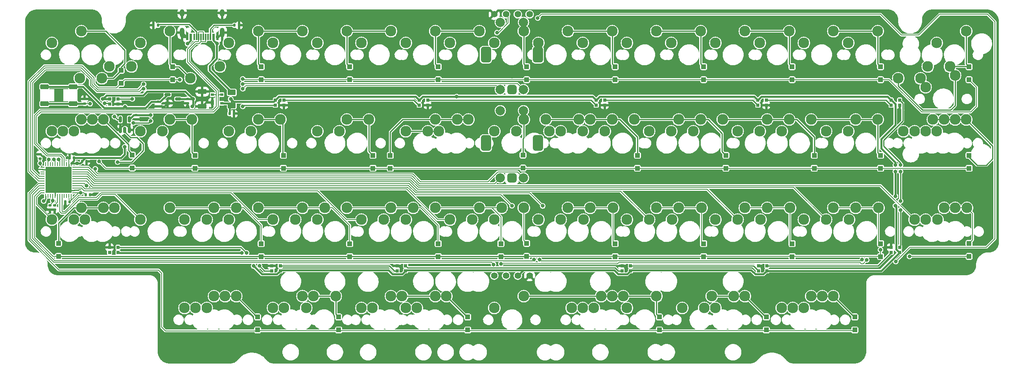
<source format=gbl>
%TF.GenerationSoftware,KiCad,Pcbnew,(7.0.0)*%
%TF.CreationDate,2023-11-20T16:18:29+01:00*%
%TF.ProjectId,universal vault,756e6976-6572-4736-916c-207661756c74,rev?*%
%TF.SameCoordinates,Original*%
%TF.FileFunction,Copper,L2,Bot*%
%TF.FilePolarity,Positive*%
%FSLAX46Y46*%
G04 Gerber Fmt 4.6, Leading zero omitted, Abs format (unit mm)*
G04 Created by KiCad (PCBNEW (7.0.0)) date 2023-11-20 16:18:29*
%MOMM*%
%LPD*%
G01*
G04 APERTURE LIST*
G04 Aperture macros list*
%AMRoundRect*
0 Rectangle with rounded corners*
0 $1 Rounding radius*
0 $2 $3 $4 $5 $6 $7 $8 $9 X,Y pos of 4 corners*
0 Add a 4 corners polygon primitive as box body*
4,1,4,$2,$3,$4,$5,$6,$7,$8,$9,$2,$3,0*
0 Add four circle primitives for the rounded corners*
1,1,$1+$1,$2,$3*
1,1,$1+$1,$4,$5*
1,1,$1+$1,$6,$7*
1,1,$1+$1,$8,$9*
0 Add four rect primitives between the rounded corners*
20,1,$1+$1,$2,$3,$4,$5,0*
20,1,$1+$1,$4,$5,$6,$7,0*
20,1,$1+$1,$6,$7,$8,$9,0*
20,1,$1+$1,$8,$9,$2,$3,0*%
G04 Aperture macros list end*
%TA.AperFunction,ComponentPad*%
%ADD10C,2.000000*%
%TD*%
%TA.AperFunction,ComponentPad*%
%ADD11RoundRect,0.550000X0.550000X-1.150000X0.550000X1.150000X-0.550000X1.150000X-0.550000X-1.150000X0*%
%TD*%
%TA.AperFunction,ComponentPad*%
%ADD12RoundRect,0.500000X0.500000X-0.500000X0.500000X0.500000X-0.500000X0.500000X-0.500000X-0.500000X0*%
%TD*%
%TA.AperFunction,ComponentPad*%
%ADD13C,2.300000*%
%TD*%
%TA.AperFunction,ComponentPad*%
%ADD14C,1.397000*%
%TD*%
%TA.AperFunction,SMDPad,CuDef*%
%ADD15RoundRect,0.250000X0.300000X-0.300000X0.300000X0.300000X-0.300000X0.300000X-0.300000X-0.300000X0*%
%TD*%
%TA.AperFunction,SMDPad,CuDef*%
%ADD16RoundRect,0.105000X0.245000X0.245000X-0.245000X0.245000X-0.245000X-0.245000X0.245000X-0.245000X0*%
%TD*%
%TA.AperFunction,SMDPad,CuDef*%
%ADD17RoundRect,0.105000X-0.245000X-0.245000X0.245000X-0.245000X0.245000X0.245000X-0.245000X0.245000X0*%
%TD*%
%TA.AperFunction,SMDPad,CuDef*%
%ADD18RoundRect,0.140000X-0.170000X0.140000X-0.170000X-0.140000X0.170000X-0.140000X0.170000X0.140000X0*%
%TD*%
%TA.AperFunction,SMDPad,CuDef*%
%ADD19RoundRect,0.135000X0.185000X-0.135000X0.185000X0.135000X-0.185000X0.135000X-0.185000X-0.135000X0*%
%TD*%
%TA.AperFunction,SMDPad,CuDef*%
%ADD20RoundRect,0.150000X0.150000X-0.512500X0.150000X0.512500X-0.150000X0.512500X-0.150000X-0.512500X0*%
%TD*%
%TA.AperFunction,SMDPad,CuDef*%
%ADD21RoundRect,0.140000X-0.140000X-0.170000X0.140000X-0.170000X0.140000X0.170000X-0.140000X0.170000X0*%
%TD*%
%TA.AperFunction,SMDPad,CuDef*%
%ADD22RoundRect,0.140000X0.170000X-0.140000X0.170000X0.140000X-0.170000X0.140000X-0.170000X-0.140000X0*%
%TD*%
%TA.AperFunction,SMDPad,CuDef*%
%ADD23RoundRect,0.135000X0.135000X0.185000X-0.135000X0.185000X-0.135000X-0.185000X0.135000X-0.185000X0*%
%TD*%
%TA.AperFunction,SMDPad,CuDef*%
%ADD24RoundRect,0.140000X0.140000X0.170000X-0.140000X0.170000X-0.140000X-0.170000X0.140000X-0.170000X0*%
%TD*%
%TA.AperFunction,SMDPad,CuDef*%
%ADD25RoundRect,0.275000X0.625000X0.275000X-0.625000X0.275000X-0.625000X-0.275000X0.625000X-0.275000X0*%
%TD*%
%TA.AperFunction,SMDPad,CuDef*%
%ADD26RoundRect,0.250000X0.625000X-0.375000X0.625000X0.375000X-0.625000X0.375000X-0.625000X-0.375000X0*%
%TD*%
%TA.AperFunction,SMDPad,CuDef*%
%ADD27RoundRect,0.150000X-0.512500X-0.150000X0.512500X-0.150000X0.512500X0.150000X-0.512500X0.150000X0*%
%TD*%
%TA.AperFunction,SMDPad,CuDef*%
%ADD28RoundRect,0.250000X0.700000X-0.275000X0.700000X0.275000X-0.700000X0.275000X-0.700000X-0.275000X0*%
%TD*%
%TA.AperFunction,SMDPad,CuDef*%
%ADD29RoundRect,0.135000X-0.135000X-0.185000X0.135000X-0.185000X0.135000X0.185000X-0.135000X0.185000X0*%
%TD*%
%TA.AperFunction,SMDPad,CuDef*%
%ADD30R,0.600000X1.450000*%
%TD*%
%TA.AperFunction,SMDPad,CuDef*%
%ADD31R,0.300000X1.450000*%
%TD*%
%TA.AperFunction,ComponentPad*%
%ADD32O,1.000000X1.600000*%
%TD*%
%TA.AperFunction,ComponentPad*%
%ADD33O,1.000000X2.100000*%
%TD*%
%TA.AperFunction,SMDPad,CuDef*%
%ADD34R,0.700000X1.000000*%
%TD*%
%TA.AperFunction,SMDPad,CuDef*%
%ADD35R,0.700000X0.600000*%
%TD*%
%TA.AperFunction,SMDPad,CuDef*%
%ADD36RoundRect,0.062500X0.062500X-0.375000X0.062500X0.375000X-0.062500X0.375000X-0.062500X-0.375000X0*%
%TD*%
%TA.AperFunction,SMDPad,CuDef*%
%ADD37RoundRect,0.062500X0.375000X-0.062500X0.375000X0.062500X-0.375000X0.062500X-0.375000X-0.062500X0*%
%TD*%
%TA.AperFunction,SMDPad,CuDef*%
%ADD38R,5.600000X5.600000*%
%TD*%
%TA.AperFunction,ViaPad*%
%ADD39C,0.800000*%
%TD*%
%TA.AperFunction,Conductor*%
%ADD40C,0.200000*%
%TD*%
%TA.AperFunction,Conductor*%
%ADD41C,0.254000*%
%TD*%
%TA.AperFunction,Conductor*%
%ADD42C,0.381000*%
%TD*%
%TA.AperFunction,Conductor*%
%ADD43C,0.250000*%
%TD*%
G04 APERTURE END LIST*
D10*
%TO.P,SW1,S2,S2*%
%TO.N,col5*%
X154662500Y-58881250D03*
%TO.P,SW1,S1,S1*%
%TO.N,Net-(D_SPACE6-A)*%
X159662500Y-58881250D03*
D11*
%TO.P,SW1,MP*%
%TO.N,N/C*%
X162762500Y-65881250D03*
X151562500Y-65881250D03*
D12*
%TO.P,SW1,C,C*%
%TO.N,GND*%
X157162500Y-73381250D03*
D10*
%TO.P,SW1,B,B*%
%TO.N,rB*%
X159662500Y-73381250D03*
%TO.P,SW1,A,A*%
%TO.N,rA*%
X154662500Y-73381250D03*
%TD*%
D13*
%TO.P,K_SPACE4,1*%
%TO.N,col3*%
X115252500Y-63341250D03*
%TO.P,K_SPACE4,2*%
%TO.N,Net-(D_SPACE4-A)*%
X121602500Y-60801250D03*
%TD*%
%TO.P,K_SPACE68,1*%
%TO.N,col6*%
X167640000Y-82391250D03*
%TO.P,K_SPACE68,2*%
%TO.N,Net-(D_SPACE18-A)*%
X173990000Y-79851250D03*
%TD*%
%TO.P,K_SPACE17,1*%
%TO.N,col5*%
X153352500Y-82391250D03*
%TO.P,K_SPACE17,2*%
%TO.N,Net-(D_SPACE17-A)*%
X159702500Y-79851250D03*
%TD*%
%TO.P,K_SPACE30,1*%
%TO.N,col7*%
X181927500Y-101441250D03*
%TO.P,K_SPACE30,2*%
%TO.N,Net-(D_SPACE30-A)*%
X188277500Y-98901250D03*
%TD*%
%TO.P,K_SPACE118,1*%
%TO.N,col7*%
X200977500Y-120491250D03*
%TO.P,K_SPACE118,2*%
%TO.N,Net-(D_SPACE39-A)*%
X207327500Y-117951250D03*
%TD*%
%TO.P,K_SPACE94,1*%
%TO.N,col4*%
X148590000Y-101441250D03*
%TO.P,K_SPACE94,2*%
%TO.N,Net-(D_SPACE27-A)*%
X154940000Y-98901250D03*
%TD*%
%TO.P,K_SPACE73,1*%
%TO.N,col1*%
X81915000Y-82391250D03*
%TO.P,K_SPACE73,2*%
%TO.N,Net-(D_SPACE13-A)*%
X88265000Y-79851250D03*
%TD*%
%TO.P,K_SPACE117,1*%
%TO.N,col3*%
X105727500Y-120491250D03*
%TO.P,K_SPACE117,2*%
%TO.N,Net-(D_SPACE35-A)*%
X112077500Y-117951250D03*
%TD*%
%TO.P,K_SPACE107,1*%
%TO.N,col2*%
X89058750Y-120491250D03*
%TO.P,K_SPACE107,2*%
%TO.N,Net-(D_SPACE34-A)*%
X95408750Y-117951250D03*
%TD*%
%TO.P,K_SPACE83,1*%
%TO.N,col1*%
X77152500Y-101441250D03*
%TO.P,K_SPACE83,2*%
%TO.N,Net-(D_SPACE24-A)*%
X83502500Y-98901250D03*
%TD*%
%TO.P,K_SPACE124,1*%
%TO.N,col4*%
X127158750Y-120491250D03*
%TO.P,K_SPACE124,2*%
%TO.N,Net-(D_SPACE36-A)*%
X133508750Y-117951250D03*
%TD*%
%TO.P,K_SPACE28,1*%
%TO.N,col4*%
X141446250Y-82391250D03*
%TO.P,K_SPACE28,2*%
%TO.N,Net-(D_SPACE16-A)*%
X147796250Y-79851250D03*
%TD*%
%TO.P,K_SPACE72,1*%
%TO.N,col10*%
X243840000Y-82391250D03*
%TO.P,K_SPACE72,2*%
%TO.N,Net-(D_SPACE22-A)*%
X250190000Y-79851250D03*
%TD*%
D14*
%TO.P,OL2,1,SDA*%
%TO.N,SDA*%
X160972500Y-57150000D03*
%TO.P,OL2,2,SCL*%
%TO.N,SCL*%
X158432500Y-57150000D03*
%TO.P,OL2,3,VCC*%
%TO.N,+5V*%
X155892500Y-57150000D03*
%TO.P,OL2,4,GND*%
%TO.N,GND*%
X153352500Y-57150000D03*
%TD*%
D13*
%TO.P,K_SPACE95,1*%
%TO.N,col10*%
X246221250Y-72866250D03*
%TO.P,K_SPACE95,2*%
%TO.N,Net-(D_SPACE11-A)*%
X252571250Y-70326250D03*
%TD*%
%TO.P,K_SPACE9,1*%
%TO.N,col8*%
X210502500Y-63341250D03*
%TO.P,K_SPACE9,2*%
%TO.N,Net-(D_SPACE9-A)*%
X216852500Y-60801250D03*
%TD*%
%TO.P,K_SPACE21,1*%
%TO.N,col9*%
X229552500Y-82391250D03*
%TO.P,K_SPACE21,2*%
%TO.N,Net-(D_SPACE21-A)*%
X235902500Y-79851250D03*
%TD*%
%TO.P,K_SPACE33,1*%
%TO.N,col10*%
X243840000Y-101441250D03*
%TO.P,K_SPACE33,2*%
%TO.N,Net-(D_SPACE33-A)*%
X250190000Y-98901250D03*
%TD*%
%TO.P,K_SPACE55,1*%
%TO.N,col3*%
X124777500Y-63341250D03*
%TO.P,K_SPACE55,2*%
%TO.N,Net-(D_SPACE4-A)*%
X131127500Y-60801250D03*
%TD*%
%TO.P,K_SPACE121,1*%
%TO.N,col6*%
X172402500Y-120491250D03*
%TO.P,K_SPACE121,2*%
%TO.N,Net-(D_SPACE38-A)*%
X178752500Y-117951250D03*
%TD*%
%TO.P,K_SPACE115,1*%
%TO.N,col6*%
X170021250Y-120491250D03*
%TO.P,K_SPACE115,2*%
%TO.N,Net-(D_SPACE38-A)*%
X176371250Y-117951250D03*
%TD*%
%TO.P,K_SPACE15,1*%
%TO.N,col3*%
X115252500Y-82391250D03*
%TO.P,K_SPACE15,2*%
%TO.N,Net-(D_SPACE15-A)*%
X121602500Y-79851250D03*
%TD*%
%TO.P,K_SPACE70,1*%
%TO.N,col8*%
X205740000Y-82391250D03*
%TO.P,K_SPACE70,2*%
%TO.N,Net-(D_SPACE20-A)*%
X212090000Y-79851250D03*
%TD*%
%TO.P,K_SPACE98,1*%
%TO.N,col8*%
X205740000Y-101441250D03*
%TO.P,K_SPACE98,2*%
%TO.N,Net-(D_SPACE31-A)*%
X212090000Y-98901250D03*
%TD*%
%TO.P,K_SPACE78,1*%
%TO.N,col7*%
X177165000Y-82391250D03*
%TO.P,K_SPACE78,2*%
%TO.N,Net-(D_SPACE19-A)*%
X183515000Y-79851250D03*
%TD*%
%TO.P,K_SPACE101,1*%
%TO.N,col10*%
X246221250Y-82391250D03*
%TO.P,K_SPACE101,2*%
%TO.N,Net-(D_SPACE22-A)*%
X252571250Y-79851250D03*
%TD*%
%TO.P,K_SPACE10,1*%
%TO.N,col9*%
X229552500Y-63341250D03*
%TO.P,K_SPACE10,2*%
%TO.N,Net-(D_SPACE10-A)*%
X235902500Y-60801250D03*
%TD*%
%TO.P,K_SPACE74,1*%
%TO.N,col2*%
X100965000Y-82391250D03*
%TO.P,K_SPACE74,2*%
%TO.N,Net-(D_SPACE14-A)*%
X107315000Y-79851250D03*
%TD*%
D14*
%TO.P,OL1,1,SDA*%
%TO.N,SDA*%
X153352500Y-113506250D03*
%TO.P,OL1,2,SCL*%
%TO.N,SCL*%
X155892500Y-113506250D03*
%TO.P,OL1,3,VCC*%
%TO.N,+5V*%
X158432500Y-113506250D03*
%TO.P,OL1,4,GND*%
%TO.N,GND*%
X160972500Y-113506250D03*
%TD*%
D13*
%TO.P,K_SPACE99,1*%
%TO.N,col9*%
X224790000Y-101441250D03*
%TO.P,K_SPACE99,2*%
%TO.N,Net-(D_SPACE32-A)*%
X231140000Y-98901250D03*
%TD*%
%TO.P,K_SPACE85,1*%
%TO.N,col3*%
X115252500Y-101441250D03*
%TO.P,K_SPACE85,2*%
%TO.N,Net-(D_SPACE26-A)*%
X121602500Y-98901250D03*
%TD*%
%TO.P,K_SPACE110,1*%
%TO.N,col6*%
X153352500Y-120491250D03*
%TO.P,K_SPACE110,2*%
%TO.N,Net-(D_SPACE38-A)*%
X159702500Y-117951250D03*
%TD*%
%TO.P,K_SPACE2,1*%
%TO.N,col1*%
X77152500Y-63341250D03*
%TO.P,K_SPACE2,2*%
%TO.N,Net-(D_SPACE2-A)*%
X83502500Y-60801250D03*
%TD*%
%TO.P,K_SPACE92,1*%
%TO.N,col2*%
X110490000Y-101441250D03*
%TO.P,K_SPACE92,2*%
%TO.N,Net-(D_SPACE25-A)*%
X116840000Y-98901250D03*
%TD*%
%TO.P,K_SPACE34,1*%
%TO.N,col6*%
X165258750Y-82391250D03*
%TO.P,K_SPACE34,2*%
%TO.N,Net-(D_SPACE18-A)*%
X171608750Y-79851250D03*
%TD*%
%TO.P,K_SPACE14,1*%
%TO.N,col2*%
X96202500Y-82391250D03*
%TO.P,K_SPACE14,2*%
%TO.N,Net-(D_SPACE14-A)*%
X102552500Y-79851250D03*
%TD*%
%TO.P,K_SPACE77,1*%
%TO.N,col6*%
X158115000Y-82391250D03*
%TO.P,K_SPACE77,2*%
%TO.N,Net-(D_SPACE18-A)*%
X164465000Y-79851250D03*
%TD*%
%TO.P,K_SPACE32,1*%
%TO.N,col9*%
X220027500Y-101441250D03*
%TO.P,K_SPACE32,2*%
%TO.N,Net-(D_SPACE32-A)*%
X226377500Y-98901250D03*
%TD*%
%TO.P,K_SPACE114,1*%
%TO.N,col4*%
X136683750Y-120491250D03*
%TO.P,K_SPACE114,2*%
%TO.N,Net-(D_SPACE36-A)*%
X143033750Y-117951250D03*
%TD*%
%TO.P,K_SPACE67,1*%
%TO.N,col0*%
X60483750Y-82391250D03*
%TO.P,K_SPACE67,2*%
%TO.N,Net-(D_SPACE12-A)*%
X66833750Y-79851250D03*
%TD*%
%TO.P,K_SPACE108,1*%
%TO.N,col7*%
X193833750Y-120491250D03*
%TO.P,K_SPACE108,2*%
%TO.N,Net-(D_SPACE39-A)*%
X200183750Y-117951250D03*
%TD*%
%TO.P,K_SPACE71,1*%
%TO.N,col9*%
X224790000Y-82391250D03*
%TO.P,K_SPACE71,2*%
%TO.N,Net-(D_SPACE21-A)*%
X231140000Y-79851250D03*
%TD*%
%TO.P,K_SPACE88,1*%
%TO.N,col7*%
X191618750Y-101441250D03*
%TO.P,K_SPACE88,2*%
%TO.N,Net-(D_SPACE30-A)*%
X197968750Y-98901250D03*
%TD*%
%TO.P,K_SPACE50,1*%
%TO.N,col0*%
X65246250Y-101441250D03*
%TO.P,K_SPACE50,2*%
%TO.N,Net-(D_SPACE23-A)*%
X71596250Y-98901250D03*
%TD*%
%TO.P,K_SPACE57,1*%
%TO.N,col0*%
X62865000Y-82391250D03*
%TO.P,K_SPACE57,2*%
%TO.N,Net-(D_SPACE12-A)*%
X69215000Y-79851250D03*
%TD*%
%TO.P,K_SPACE26,1*%
%TO.N,col3*%
X124777500Y-101441250D03*
%TO.P,K_SPACE26,2*%
%TO.N,Net-(D_SPACE26-A)*%
X131127500Y-98901250D03*
%TD*%
%TO.P,K_SPACE90,1*%
%TO.N,col9*%
X229718750Y-101441250D03*
%TO.P,K_SPACE90,2*%
%TO.N,Net-(D_SPACE32-A)*%
X236068750Y-98901250D03*
%TD*%
%TO.P,K_SPACE116,1*%
%TO.N,col6*%
X153352500Y-120491250D03*
%TO.P,K_SPACE116,2*%
%TO.N,Net-(D_SPACE38-A)*%
X159702500Y-117951250D03*
%TD*%
%TO.P,K_SPACE93,1*%
%TO.N,col3*%
X129540000Y-101441250D03*
%TO.P,K_SPACE93,2*%
%TO.N,Net-(D_SPACE26-A)*%
X135890000Y-98901250D03*
%TD*%
%TO.P,K_SPACE81,1*%
%TO.N,col10*%
X241458750Y-82391250D03*
%TO.P,K_SPACE81,2*%
%TO.N,Net-(D_SPACE22-A)*%
X247808750Y-79851250D03*
%TD*%
%TO.P,K_SPACE128,1*%
%TO.N,col4*%
X124777500Y-120491250D03*
%TO.P,K_SPACE128,2*%
%TO.N,Net-(D_SPACE36-A)*%
X131127500Y-117951250D03*
%TD*%
%TO.P,K_SPACE87,1*%
%TO.N,col6*%
X172568750Y-101441250D03*
%TO.P,K_SPACE87,2*%
%TO.N,Net-(D_SPACE29-A)*%
X178918750Y-98901250D03*
%TD*%
%TO.P,K_SPACE123,1*%
%TO.N,col8*%
X215265000Y-120491250D03*
%TO.P,K_SPACE123,2*%
%TO.N,Net-(D_SPACE40-A)*%
X221615000Y-117951250D03*
%TD*%
%TO.P,K_SPACE97,1*%
%TO.N,col7*%
X186690000Y-101441250D03*
%TO.P,K_SPACE97,2*%
%TO.N,Net-(D_SPACE30-A)*%
X193040000Y-98901250D03*
%TD*%
%TO.P,K_SPACE69,1*%
%TO.N,col7*%
X186690000Y-82391250D03*
%TO.P,K_SPACE69,2*%
%TO.N,Net-(D_SPACE19-A)*%
X193040000Y-79851250D03*
%TD*%
%TO.P,K_SPACE56,1*%
%TO.N,col4*%
X143827500Y-63341250D03*
%TO.P,K_SPACE56,2*%
%TO.N,Net-(D_SPACE5-A)*%
X150177500Y-60801250D03*
%TD*%
%TO.P,K_SPACE62,1*%
%TO.N,col10*%
X246697500Y-68421250D03*
%TO.P,K_SPACE62,2*%
%TO.N,Net-(D_SPACE11-A)*%
X240347500Y-70961250D03*
%TD*%
%TO.P,K_SPACE109,1*%
%TO.N,col8*%
X217646250Y-120491250D03*
%TO.P,K_SPACE109,2*%
%TO.N,Net-(D_SPACE40-A)*%
X223996250Y-117951250D03*
%TD*%
%TO.P,K_SPACE25,1*%
%TO.N,col2*%
X105727500Y-101441250D03*
%TO.P,K_SPACE25,2*%
%TO.N,Net-(D_SPACE25-A)*%
X112077500Y-98901250D03*
%TD*%
%TO.P,K_SPACE63,1*%
%TO.N,col1*%
X81915000Y-82391250D03*
%TO.P,K_SPACE63,2*%
%TO.N,Net-(D_SPACE13-A)*%
X88265000Y-79851250D03*
%TD*%
%TO.P,K_SPACE51,1*%
%TO.N,col1*%
X91440000Y-101441250D03*
%TO.P,K_SPACE51,2*%
%TO.N,Net-(D_SPACE24-A)*%
X97790000Y-98901250D03*
%TD*%
%TO.P,K_SPACE60,1*%
%TO.N,col8*%
X200977500Y-63341250D03*
%TO.P,K_SPACE60,2*%
%TO.N,Net-(D_SPACE9-A)*%
X207327500Y-60801250D03*
%TD*%
%TO.P,K_SPACE103,1*%
%TO.N,col0*%
X70485000Y-68421250D03*
%TO.P,K_SPACE103,2*%
%TO.N,Net-(D_SPACE1-A)*%
X64135000Y-70961250D03*
%TD*%
%TO.P,K_SPACE102,1*%
%TO.N,Net-(D_SPACE11-A)*%
X251460000Y-68421250D03*
%TO.P,K_SPACE102,2*%
%TO.N,col10*%
X245110000Y-70961250D03*
%TD*%
%TO.P,K_SPACE8,1*%
%TO.N,col7*%
X191452500Y-63341250D03*
%TO.P,K_SPACE8,2*%
%TO.N,Net-(D_SPACE8-A)*%
X197802500Y-60801250D03*
%TD*%
%TO.P,K_SPACE86,1*%
%TO.N,col4*%
X134302500Y-101441250D03*
%TO.P,K_SPACE86,2*%
%TO.N,Net-(D_SPACE27-A)*%
X140652500Y-98901250D03*
%TD*%
%TO.P,K_SPACE100,1*%
%TO.N,col10*%
X246221250Y-101441250D03*
%TO.P,K_SPACE100,2*%
%TO.N,Net-(D_SPACE33-A)*%
X252571250Y-98901250D03*
%TD*%
%TO.P,K_SPACE66,1*%
%TO.N,col4*%
X139065000Y-82391250D03*
%TO.P,K_SPACE66,2*%
%TO.N,Net-(D_SPACE16-A)*%
X145415000Y-79851250D03*
%TD*%
%TO.P,K_SPACE79,1*%
%TO.N,col8*%
X196215000Y-82391250D03*
%TO.P,K_SPACE79,2*%
%TO.N,Net-(D_SPACE20-A)*%
X202565000Y-79851250D03*
%TD*%
%TO.P,K_SPACE64,1*%
%TO.N,col2*%
X100965000Y-82391250D03*
%TO.P,K_SPACE64,2*%
%TO.N,Net-(D_SPACE14-A)*%
X107315000Y-79851250D03*
%TD*%
%TO.P,K_SPACE20,1*%
%TO.N,col8*%
X210502500Y-82391250D03*
%TO.P,K_SPACE20,2*%
%TO.N,Net-(D_SPACE20-A)*%
X216852500Y-79851250D03*
%TD*%
%TO.P,K_SPACE49,1*%
%TO.N,col5*%
X153352500Y-101441250D03*
%TO.P,K_SPACE49,2*%
%TO.N,Net-(D_SPACE28-A)*%
X159702500Y-98901250D03*
%TD*%
%TO.P,K_SPACE59,1*%
%TO.N,col7*%
X181927500Y-63341250D03*
%TO.P,K_SPACE59,2*%
%TO.N,Net-(D_SPACE8-A)*%
X188277500Y-60801250D03*
%TD*%
%TO.P,K_SPACE104,1*%
%TO.N,col0*%
X60483750Y-82391250D03*
%TO.P,K_SPACE104,2*%
%TO.N,Net-(D_SPACE12-A)*%
X66833750Y-79851250D03*
%TD*%
%TO.P,K_SPACE84,1*%
%TO.N,col2*%
X96202500Y-101441250D03*
%TO.P,K_SPACE84,2*%
%TO.N,Net-(D_SPACE25-A)*%
X102552500Y-98901250D03*
%TD*%
%TO.P,K_SPACE106,1*%
%TO.N,col3*%
X112871250Y-120491250D03*
%TO.P,K_SPACE106,2*%
%TO.N,Net-(D_SPACE35-A)*%
X119221250Y-117951250D03*
%TD*%
%TO.P,K_SPACE125,1*%
%TO.N,col6*%
X174783750Y-120491250D03*
%TO.P,K_SPACE125,2*%
%TO.N,Net-(D_SPACE38-A)*%
X181133750Y-117951250D03*
%TD*%
%TO.P,K_SPACE11,1*%
%TO.N,col10*%
X248602500Y-63341250D03*
%TO.P,K_SPACE11,2*%
%TO.N,Net-(D_SPACE11-A)*%
X254952500Y-60801250D03*
%TD*%
%TO.P,K_SPACE91,1*%
%TO.N,col10*%
X248768750Y-101441250D03*
%TO.P,K_SPACE91,2*%
%TO.N,Net-(D_SPACE33-A)*%
X255118750Y-98901250D03*
%TD*%
D10*
%TO.P,SW2,A,A*%
%TO.N,rC*%
X154662500Y-92431250D03*
%TO.P,SW2,B,B*%
%TO.N,rD*%
X159662500Y-92431250D03*
D12*
%TO.P,SW2,C,C*%
%TO.N,GND*%
X157162500Y-92431250D03*
D11*
%TO.P,SW2,MP*%
%TO.N,N/C*%
X151562500Y-84931250D03*
X162762500Y-84931250D03*
D10*
%TO.P,SW2,S1,S1*%
%TO.N,Net-(D_SPACE17-A)*%
X159662500Y-77931250D03*
%TO.P,SW2,S2,S2*%
%TO.N,col5*%
X154662500Y-77931250D03*
%TD*%
D13*
%TO.P,K_SPACE122,1*%
%TO.N,col2*%
X91440000Y-120491250D03*
%TO.P,K_SPACE122,2*%
%TO.N,Net-(D_SPACE34-A)*%
X97790000Y-117951250D03*
%TD*%
%TO.P,K_SPACE129,1*%
%TO.N,col6*%
X181927500Y-120491250D03*
%TO.P,K_SPACE129,2*%
%TO.N,Net-(D_SPACE38-A)*%
X188277500Y-117951250D03*
%TD*%
%TO.P,K_SPACE113,1*%
%TO.N,col8*%
X220027500Y-120491250D03*
%TO.P,K_SPACE113,2*%
%TO.N,Net-(D_SPACE40-A)*%
X226377500Y-117951250D03*
%TD*%
%TO.P,K_SPACE19,1*%
%TO.N,col7*%
X191452500Y-82391250D03*
%TO.P,K_SPACE19,2*%
%TO.N,Net-(D_SPACE19-A)*%
X197802500Y-79851250D03*
%TD*%
%TO.P,K_SPACE23,1*%
%TO.N,col0*%
X62865000Y-101441250D03*
%TO.P,K_SPACE23,2*%
%TO.N,Net-(D_SPACE23-A)*%
X69215000Y-98901250D03*
%TD*%
%TO.P,K_SPACE16,1*%
%TO.N,col4*%
X134302500Y-82391250D03*
%TO.P,K_SPACE16,2*%
%TO.N,Net-(D_SPACE16-A)*%
X140652500Y-79851250D03*
%TD*%
%TO.P,K_SPACE105,1*%
%TO.N,col2*%
X86677500Y-120491250D03*
%TO.P,K_SPACE105,2*%
%TO.N,Net-(D_SPACE34-A)*%
X93027500Y-117951250D03*
%TD*%
%TO.P,K_SPACE12,1*%
%TO.N,col0*%
X58102500Y-82391250D03*
%TO.P,K_SPACE12,2*%
%TO.N,Net-(D_SPACE12-A)*%
X64452500Y-79851250D03*
%TD*%
%TO.P,K_SPACE22,1*%
%TO.N,col10*%
X248602500Y-82391250D03*
%TO.P,K_SPACE22,2*%
%TO.N,Net-(D_SPACE22-A)*%
X254952500Y-79851250D03*
%TD*%
%TO.P,K_SPACE52,1*%
%TO.N,col0*%
X75247500Y-68421250D03*
%TO.P,K_SPACE52,2*%
%TO.N,Net-(D_SPACE1-A)*%
X68897500Y-70961250D03*
%TD*%
%TO.P,K_SPACE65,1*%
%TO.N,col3*%
X120015000Y-82391250D03*
%TO.P,K_SPACE65,2*%
%TO.N,Net-(D_SPACE15-A)*%
X126365000Y-79851250D03*
%TD*%
%TO.P,K_SPACE53,1*%
%TO.N,col1*%
X94297500Y-68421250D03*
%TO.P,K_SPACE53,2*%
%TO.N,Net-(D_SPACE2-A)*%
X87947500Y-70961250D03*
%TD*%
%TO.P,K_SPACE3,1*%
%TO.N,col2*%
X96202500Y-63341250D03*
%TO.P,K_SPACE3,2*%
%TO.N,Net-(D_SPACE3-A)*%
X102552500Y-60801250D03*
%TD*%
%TO.P,K_SPACE80,1*%
%TO.N,col9*%
X215265000Y-82391250D03*
%TO.P,K_SPACE80,2*%
%TO.N,Net-(D_SPACE21-A)*%
X221615000Y-79851250D03*
%TD*%
%TO.P,K_SPACE7,1*%
%TO.N,col6*%
X172402500Y-63341250D03*
%TO.P,K_SPACE7,2*%
%TO.N,Net-(D_SPACE7-A)*%
X178752500Y-60801250D03*
%TD*%
%TO.P,K_SPACE96,1*%
%TO.N,col6*%
X167640000Y-101441250D03*
%TO.P,K_SPACE96,2*%
%TO.N,Net-(D_SPACE29-A)*%
X173990000Y-98901250D03*
%TD*%
%TO.P,K_SPACE6,1*%
%TO.N,col5*%
X153352500Y-63341250D03*
%TO.P,K_SPACE6,2*%
%TO.N,Net-(D_SPACE6-A)*%
X159702500Y-60801250D03*
%TD*%
%TO.P,K_SPACE82,1*%
%TO.N,col0*%
X58102500Y-101441250D03*
%TO.P,K_SPACE82,2*%
%TO.N,Net-(D_SPACE23-A)*%
X64452500Y-98901250D03*
%TD*%
%TO.P,K_SPACE111,1*%
%TO.N,col3*%
X108108750Y-120491250D03*
%TO.P,K_SPACE111,2*%
%TO.N,Net-(D_SPACE35-A)*%
X114458750Y-117951250D03*
%TD*%
%TO.P,K_SPACE89,1*%
%TO.N,col8*%
X210668750Y-101441250D03*
%TO.P,K_SPACE89,2*%
%TO.N,Net-(D_SPACE31-A)*%
X217018750Y-98901250D03*
%TD*%
%TO.P,K_SPACE29,1*%
%TO.N,col6*%
X162877500Y-101441250D03*
%TO.P,K_SPACE29,2*%
%TO.N,Net-(D_SPACE29-A)*%
X169227500Y-98901250D03*
%TD*%
%TO.P,K_SPACE5,1*%
%TO.N,col4*%
X134302500Y-63341250D03*
%TO.P,K_SPACE5,2*%
%TO.N,Net-(D_SPACE5-A)*%
X140652500Y-60801250D03*
%TD*%
%TO.P,K_SPACE120,1*%
%TO.N,col4*%
X134302500Y-120491250D03*
%TO.P,K_SPACE120,2*%
%TO.N,Net-(D_SPACE36-A)*%
X140652500Y-117951250D03*
%TD*%
%TO.P,K_SPACE58,1*%
%TO.N,col6*%
X162877500Y-63341250D03*
%TO.P,K_SPACE58,2*%
%TO.N,Net-(D_SPACE7-A)*%
X169227500Y-60801250D03*
%TD*%
%TO.P,K_SPACE75,1*%
%TO.N,col3*%
X120015000Y-82391250D03*
%TO.P,K_SPACE75,2*%
%TO.N,Net-(D_SPACE15-A)*%
X126365000Y-79851250D03*
%TD*%
%TO.P,K_SPACE27,1*%
%TO.N,col4*%
X143827500Y-101441250D03*
%TO.P,K_SPACE27,2*%
%TO.N,Net-(D_SPACE27-A)*%
X150177500Y-98901250D03*
%TD*%
%TO.P,K_SPACE61,1*%
%TO.N,col9*%
X220027500Y-63341250D03*
%TO.P,K_SPACE61,2*%
%TO.N,Net-(D_SPACE10-A)*%
X226377500Y-60801250D03*
%TD*%
%TO.P,K_SPACE24,1*%
%TO.N,col1*%
X86677500Y-101441250D03*
%TO.P,K_SPACE24,2*%
%TO.N,Net-(D_SPACE24-A)*%
X93027500Y-98901250D03*
%TD*%
%TO.P,K_SPACE18,1*%
%TO.N,col6*%
X172402500Y-82391250D03*
%TO.P,K_SPACE18,2*%
%TO.N,Net-(D_SPACE18-A)*%
X178752500Y-79851250D03*
%TD*%
%TO.P,K_SPACE76,1*%
%TO.N,col4*%
X139065000Y-82391250D03*
%TO.P,K_SPACE76,2*%
%TO.N,Net-(D_SPACE16-A)*%
X145415000Y-79851250D03*
%TD*%
%TO.P,K_SPACE31,1*%
%TO.N,col8*%
X200977500Y-101441250D03*
%TO.P,K_SPACE31,2*%
%TO.N,Net-(D_SPACE31-A)*%
X207327500Y-98901250D03*
%TD*%
%TO.P,K_SPACE1,1*%
%TO.N,col0*%
X58102500Y-63341250D03*
%TO.P,K_SPACE1,2*%
%TO.N,Net-(D_SPACE1-A)*%
X64452500Y-60801250D03*
%TD*%
%TO.P,K_SPACE112,1*%
%TO.N,col7*%
X198596250Y-120491250D03*
%TO.P,K_SPACE112,2*%
%TO.N,Net-(D_SPACE39-A)*%
X204946250Y-117951250D03*
%TD*%
%TO.P,K_SPACE54,1*%
%TO.N,col2*%
X105727500Y-63341250D03*
%TO.P,K_SPACE54,2*%
%TO.N,Net-(D_SPACE3-A)*%
X112077500Y-60801250D03*
%TD*%
%TO.P,K_SPACE13,1*%
%TO.N,col1*%
X77152500Y-82391250D03*
%TO.P,K_SPACE13,2*%
%TO.N,Net-(D_SPACE13-A)*%
X83502500Y-79851250D03*
%TD*%
D15*
%TO.P,D_SPACE17,1,K*%
%TO.N,row1*%
X159543750Y-90300000D03*
%TO.P,D_SPACE17,2,A*%
%TO.N,Net-(D_SPACE17-A)*%
X159543750Y-87500000D03*
%TD*%
D16*
%TO.P,LED1,1,DOUT*%
%TO.N,Net-(LED1-DOUT)*%
X72352500Y-75406250D03*
%TO.P,LED1,2,VSS*%
%TO.N,GND*%
X72352500Y-76506250D03*
%TO.P,LED1,3,DIN*%
%TO.N,rgb underglow*%
X70522500Y-76506250D03*
%TO.P,LED1,4,VDD*%
%TO.N,+5V*%
X70522500Y-75406250D03*
%TD*%
%TO.P,LED6,1,DOUT*%
%TO.N,Net-(LED6-DOUT)*%
X240627500Y-75650000D03*
%TO.P,LED6,2,VSS*%
%TO.N,GND*%
X240627500Y-76750000D03*
%TO.P,LED6,3,DIN*%
%TO.N,Net-(LED5-DOUT)*%
X238797500Y-76750000D03*
%TO.P,LED6,4,VDD*%
%TO.N,+5V*%
X238797500Y-75650000D03*
%TD*%
D15*
%TO.P,D_SPACE34,1,K*%
%TO.N,row3*%
X102393750Y-125225000D03*
%TO.P,D_SPACE34,2,A*%
%TO.N,Net-(D_SPACE34-A)*%
X102393750Y-122425000D03*
%TD*%
%TO.P,D_SPACE5,1,K*%
%TO.N,row0*%
X141287500Y-71250000D03*
%TO.P,D_SPACE5,2,A*%
%TO.N,Net-(D_SPACE5-A)*%
X141287500Y-68450000D03*
%TD*%
%TO.P,D_SPACE1,1,K*%
%TO.N,row0*%
X73025000Y-72043750D03*
%TO.P,D_SPACE1,2,A*%
%TO.N,Net-(D_SPACE1-A)*%
X73025000Y-69243750D03*
%TD*%
D17*
%TO.P,LED11,1,DOUT*%
%TO.N,Net-(LED11-DOUT)*%
X105447500Y-112468750D03*
%TO.P,LED11,2,VSS*%
%TO.N,GND*%
X105447500Y-111368750D03*
%TO.P,LED11,3,DIN*%
%TO.N,Net-(LED10-DOUT)*%
X107277500Y-111368750D03*
%TO.P,LED11,4,VDD*%
%TO.N,+5V*%
X107277500Y-112468750D03*
%TD*%
D18*
%TO.P,C7,1*%
%TO.N,NRST*%
X58673171Y-98312310D03*
%TO.P,C7,2*%
%TO.N,GND*%
X58673171Y-99272310D03*
%TD*%
D15*
%TO.P,D_SPACE32,1,K*%
%TO.N,row2*%
X236537500Y-109412500D03*
%TO.P,D_SPACE32,2,A*%
%TO.N,Net-(D_SPACE32-A)*%
X236537500Y-106612500D03*
%TD*%
D19*
%TO.P,R1,1*%
%TO.N,BOOT*%
X65162500Y-76426250D03*
%TO.P,R1,2*%
%TO.N,GND*%
X65162500Y-75406250D03*
%TD*%
D20*
%TO.P,U3,1*%
%TO.N,GND*%
X74768750Y-82100000D03*
%TO.P,U3,2*%
%TO.N,RGB MCU*%
X73818750Y-82100000D03*
%TO.P,U3,3,GND*%
%TO.N,GND*%
X72868750Y-82100000D03*
%TO.P,U3,4*%
%TO.N,rgb underglow*%
X72868750Y-79825000D03*
%TO.P,U3,5,+5V*%
%TO.N,+5V*%
X74768750Y-79825000D03*
%TD*%
D15*
%TO.P,D_SPACE36,1,K*%
%TO.N,row3*%
X147637500Y-125225000D03*
%TO.P,D_SPACE36,2,A*%
%TO.N,Net-(D_SPACE36-A)*%
X147637500Y-122425000D03*
%TD*%
D21*
%TO.P,C4,1*%
%TO.N,+3V3*%
X65401250Y-96043750D03*
%TO.P,C4,2*%
%TO.N,GND*%
X66361250Y-96043750D03*
%TD*%
D17*
%TO.P,LED12,1,DOUT*%
%TO.N,unconnected-(LED12-DOUT-Pad1)*%
X70522500Y-108500000D03*
%TO.P,LED12,2,VSS*%
%TO.N,GND*%
X70522500Y-107400000D03*
%TO.P,LED12,3,DIN*%
%TO.N,Net-(LED11-DOUT)*%
X72352500Y-107400000D03*
%TO.P,LED12,4,VDD*%
%TO.N,+5V*%
X72352500Y-108500000D03*
%TD*%
D16*
%TO.P,LED5,1,DOUT*%
%TO.N,Net-(LED5-DOUT)*%
X211931250Y-75650000D03*
%TO.P,LED5,2,VSS*%
%TO.N,GND*%
X211931250Y-76750000D03*
%TO.P,LED5,3,DIN*%
%TO.N,Net-(LED4-DOUT)*%
X210101250Y-76750000D03*
%TO.P,LED5,4,VDD*%
%TO.N,+5V*%
X210101250Y-75650000D03*
%TD*%
D17*
%TO.P,LED7,1,DOUT*%
%TO.N,Net-(LED7-DOUT)*%
X238797500Y-108500000D03*
%TO.P,LED7,2,VSS*%
%TO.N,GND*%
X238797500Y-107400000D03*
%TO.P,LED7,3,DIN*%
%TO.N,Net-(LED6-DOUT)*%
X240627500Y-107400000D03*
%TO.P,LED7,4,VDD*%
%TO.N,+5V*%
X240627500Y-108500000D03*
%TD*%
%TO.P,LED8,1,DOUT*%
%TO.N,Net-(LED8-DOUT)*%
X210222500Y-112468750D03*
%TO.P,LED8,2,VSS*%
%TO.N,GND*%
X210222500Y-111368750D03*
%TO.P,LED8,3,DIN*%
%TO.N,Net-(LED7-DOUT)*%
X212052500Y-111368750D03*
%TO.P,LED8,4,VDD*%
%TO.N,+5V*%
X212052500Y-112468750D03*
%TD*%
D15*
%TO.P,D_SPACE38,1,K*%
%TO.N,row3*%
X188912500Y-125225000D03*
%TO.P,D_SPACE38,2,A*%
%TO.N,Net-(D_SPACE38-A)*%
X188912500Y-122425000D03*
%TD*%
%TO.P,D_SPACE25,1,K*%
%TO.N,row2*%
X122235018Y-109412500D03*
%TO.P,D_SPACE25,2,A*%
%TO.N,Net-(D_SPACE25-A)*%
X122235018Y-106612500D03*
%TD*%
%TO.P,D_SPACE18,1,K*%
%TO.N,row1*%
X184177425Y-90362500D03*
%TO.P,D_SPACE18,2,A*%
%TO.N,Net-(D_SPACE18-A)*%
X184177425Y-87562500D03*
%TD*%
%TO.P,D_SPACE9,1,K*%
%TO.N,row0*%
X217487500Y-71250000D03*
%TO.P,D_SPACE9,2,A*%
%TO.N,Net-(D_SPACE9-A)*%
X217487500Y-68450000D03*
%TD*%
%TO.P,D_SPACE13,1,K*%
%TO.N,row1*%
X88901094Y-90362500D03*
%TO.P,D_SPACE13,2,A*%
%TO.N,Net-(D_SPACE13-A)*%
X88901094Y-87562500D03*
%TD*%
D22*
%TO.P,C2,1*%
%TO.N,+3V3*%
X55562500Y-88272500D03*
%TO.P,C2,2*%
%TO.N,GND*%
X55562500Y-87312500D03*
%TD*%
D15*
%TO.P,D_SPACE35,1,K*%
%TO.N,row3*%
X119856250Y-125225000D03*
%TO.P,D_SPACE35,2,A*%
%TO.N,Net-(D_SPACE35-A)*%
X119856250Y-122425000D03*
%TD*%
%TO.P,D_SPACE12,1,K*%
%TO.N,row1*%
X75406250Y-90300000D03*
%TO.P,D_SPACE12,2,A*%
%TO.N,Net-(D_SPACE12-A)*%
X75406250Y-87500000D03*
%TD*%
%TO.P,D_SPACE29,1,K*%
%TO.N,row2*%
X179387500Y-109412500D03*
%TO.P,D_SPACE29,2,A*%
%TO.N,Net-(D_SPACE29-A)*%
X179387500Y-106612500D03*
%TD*%
D18*
%TO.P,C10,1*%
%TO.N,+3V3*%
X80962500Y-76033750D03*
%TO.P,C10,2*%
%TO.N,GND*%
X80962500Y-76993750D03*
%TD*%
D15*
%TO.P,D_SPACE2,1,K*%
%TO.N,row0*%
X84137500Y-71250000D03*
%TO.P,D_SPACE2,2,A*%
%TO.N,Net-(D_SPACE2-A)*%
X84137500Y-68450000D03*
%TD*%
D18*
%TO.P,C8,1*%
%TO.N,+5V*%
X87312500Y-75406250D03*
%TO.P,C8,2*%
%TO.N,GND*%
X87312500Y-76366250D03*
%TD*%
D17*
%TO.P,LED9,1,DOUT*%
%TO.N,Net-(LED10-DIN)*%
X180853750Y-112468750D03*
%TO.P,LED9,2,VSS*%
%TO.N,GND*%
X180853750Y-111368750D03*
%TO.P,LED9,3,DIN*%
%TO.N,Net-(LED8-DOUT)*%
X182683750Y-111368750D03*
%TO.P,LED9,4,VDD*%
%TO.N,+5V*%
X182683750Y-112468750D03*
%TD*%
D15*
%TO.P,D_SPACE20,1,K*%
%TO.N,row1*%
X222250000Y-90362500D03*
%TO.P,D_SPACE20,2,A*%
%TO.N,Net-(D_SPACE20-A)*%
X222250000Y-87562500D03*
%TD*%
%TO.P,D_SPACE24,1,K*%
%TO.N,row2*%
X103184605Y-109412500D03*
%TO.P,D_SPACE24,2,A*%
%TO.N,Net-(D_SPACE24-A)*%
X103184605Y-106612500D03*
%TD*%
D16*
%TO.P,LED2,1,DOUT*%
%TO.N,Net-(LED2-DOUT)*%
X108071250Y-75650000D03*
%TO.P,LED2,2,VSS*%
%TO.N,GND*%
X108071250Y-76750000D03*
%TO.P,LED2,3,DIN*%
%TO.N,Net-(LED1-DOUT)*%
X106241250Y-76750000D03*
%TO.P,LED2,4,VDD*%
%TO.N,+5V*%
X106241250Y-75650000D03*
%TD*%
D15*
%TO.P,D_SPACE21,1,K*%
%TO.N,row1*%
X236537500Y-90362500D03*
%TO.P,D_SPACE21,2,A*%
%TO.N,Net-(D_SPACE21-A)*%
X236537500Y-87562500D03*
%TD*%
%TO.P,D_SPACE15,1,K*%
%TO.N,row1*%
X127238596Y-90362500D03*
%TO.P,D_SPACE15,2,A*%
%TO.N,Net-(D_SPACE15-A)*%
X127238596Y-87562500D03*
%TD*%
%TO.P,D_SPACE26,1,K*%
%TO.N,row2*%
X141285431Y-109412500D03*
%TO.P,D_SPACE26,2,A*%
%TO.N,Net-(D_SPACE26-A)*%
X141285431Y-106612500D03*
%TD*%
%TO.P,D_SPACE16,1,K*%
%TO.N,row1*%
X130968750Y-90362500D03*
%TO.P,D_SPACE16,2,A*%
%TO.N,Net-(D_SPACE16-A)*%
X130968750Y-87562500D03*
%TD*%
%TO.P,D_SPACE14,1,K*%
%TO.N,row1*%
X107950000Y-90362500D03*
%TO.P,D_SPACE14,2,A*%
%TO.N,Net-(D_SPACE14-A)*%
X107950000Y-87562500D03*
%TD*%
D16*
%TO.P,LED4,1,DOUT*%
%TO.N,Net-(LED4-DOUT)*%
X177127500Y-75650000D03*
%TO.P,LED4,2,VSS*%
%TO.N,GND*%
X177127500Y-76750000D03*
%TO.P,LED4,3,DIN*%
%TO.N,Net-(LED3-DOUT)*%
X175297500Y-76750000D03*
%TO.P,LED4,4,VDD*%
%TO.N,+5V*%
X175297500Y-75650000D03*
%TD*%
D23*
%TO.P,R2,1*%
%TO.N,Net-(J1-CC1)*%
X80962500Y-59531250D03*
%TO.P,R2,2*%
%TO.N,GND*%
X79942500Y-59531250D03*
%TD*%
D15*
%TO.P,D_SPACE30,1,K*%
%TO.N,row2*%
X198436670Y-109412500D03*
%TO.P,D_SPACE30,2,A*%
%TO.N,Net-(D_SPACE30-A)*%
X198436670Y-106612500D03*
%TD*%
D17*
%TO.P,LED10,1,DOUT*%
%TO.N,Net-(LED10-DOUT)*%
X132435000Y-112468750D03*
%TO.P,LED10,2,VSS*%
%TO.N,GND*%
X132435000Y-111368750D03*
%TO.P,LED10,3,DIN*%
%TO.N,Net-(LED10-DIN)*%
X134265000Y-111368750D03*
%TO.P,LED10,4,VDD*%
%TO.N,+5V*%
X134265000Y-112468750D03*
%TD*%
D24*
%TO.P,C1,1*%
%TO.N,+3V3*%
X62872500Y-88106250D03*
%TO.P,C1,2*%
%TO.N,GND*%
X61912500Y-88106250D03*
%TD*%
D15*
%TO.P,D_SPACE4,1,K*%
%TO.N,row0*%
X122237500Y-71250000D03*
%TO.P,D_SPACE4,2,A*%
%TO.N,Net-(D_SPACE4-A)*%
X122237500Y-68450000D03*
%TD*%
D21*
%TO.P,C6,1*%
%TO.N,+3V3*%
X64607500Y-88900000D03*
%TO.P,C6,2*%
%TO.N,GND*%
X65567500Y-88900000D03*
%TD*%
D15*
%TO.P,D_SPACE11,1,K*%
%TO.N,row0*%
X255587500Y-71250000D03*
%TO.P,D_SPACE11,2,A*%
%TO.N,Net-(D_SPACE11-A)*%
X255587500Y-68450000D03*
%TD*%
D24*
%TO.P,C5,1*%
%TO.N,+3V3*%
X61939993Y-97566251D03*
%TO.P,C5,2*%
%TO.N,GND*%
X60979993Y-97566251D03*
%TD*%
D25*
%TO.P,SW4,1,1*%
%TO.N,+3V3*%
X62706250Y-72762500D03*
X56506250Y-72762500D03*
%TO.P,SW4,2,2*%
%TO.N,BOOT*%
X62706250Y-76462500D03*
X56506250Y-76462500D03*
%TD*%
D26*
%TO.P,F2,1*%
%TO.N,+5V*%
X96837500Y-76806250D03*
%TO.P,F2,2*%
%TO.N,VCC*%
X96837500Y-74006250D03*
%TD*%
D27*
%TO.P,U2,1,GND*%
%TO.N,GND*%
X83000000Y-76356250D03*
%TO.P,U2,2,VO*%
%TO.N,+3V3*%
X83000000Y-74456250D03*
%TO.P,U2,3,VI*%
%TO.N,+5V*%
X85275000Y-75406250D03*
%TD*%
D15*
%TO.P,D_SPACE10,1,K*%
%TO.N,row0*%
X236537500Y-71250000D03*
%TO.P,D_SPACE10,2,A*%
%TO.N,Net-(D_SPACE10-A)*%
X236537500Y-68450000D03*
%TD*%
%TO.P,D_SPACE40,1,K*%
%TO.N,row3*%
X230981250Y-125225000D03*
%TO.P,D_SPACE40,2,A*%
%TO.N,Net-(D_SPACE40-A)*%
X230981250Y-122425000D03*
%TD*%
D16*
%TO.P,LED3,1,DOUT*%
%TO.N,Net-(LED3-DOUT)*%
X139027500Y-75650000D03*
%TO.P,LED3,2,VSS*%
%TO.N,GND*%
X139027500Y-76750000D03*
%TO.P,LED3,3,DIN*%
%TO.N,Net-(LED2-DOUT)*%
X137197500Y-76750000D03*
%TO.P,LED3,4,VDD*%
%TO.N,+5V*%
X137197500Y-75650000D03*
%TD*%
D15*
%TO.P,D_SPACE8,1,K*%
%TO.N,row0*%
X198437500Y-71250000D03*
%TO.P,D_SPACE8,2,A*%
%TO.N,Net-(D_SPACE8-A)*%
X198437500Y-68450000D03*
%TD*%
%TO.P,D_SPACE39,1,K*%
%TO.N,row3*%
X211931250Y-125225000D03*
%TO.P,D_SPACE39,2,A*%
%TO.N,Net-(D_SPACE39-A)*%
X211931250Y-122425000D03*
%TD*%
%TO.P,D_SPACE3,1,K*%
%TO.N,row0*%
X103187500Y-71250000D03*
%TO.P,D_SPACE3,2,A*%
%TO.N,Net-(D_SPACE3-A)*%
X103187500Y-68450000D03*
%TD*%
D28*
%TO.P,L1,1,1*%
%TO.N,GND*%
X90487500Y-76981250D03*
%TO.P,L1,2,2*%
X90487500Y-73831250D03*
%TD*%
D15*
%TO.P,D_SPACE27,1,K*%
%TO.N,row2*%
X154781250Y-109412500D03*
%TO.P,D_SPACE27,2,A*%
%TO.N,Net-(D_SPACE27-A)*%
X154781250Y-106612500D03*
%TD*%
%TO.P,D_SPACE23,1,K*%
%TO.N,row2*%
X59531250Y-109350000D03*
%TO.P,D_SPACE23,2,A*%
%TO.N,Net-(D_SPACE23-A)*%
X59531250Y-106550000D03*
%TD*%
%TO.P,D_SPACE31,1,K*%
%TO.N,row2*%
X217487083Y-109412500D03*
%TO.P,D_SPACE31,2,A*%
%TO.N,Net-(D_SPACE31-A)*%
X217487083Y-106612500D03*
%TD*%
%TO.P,D_SPACE7,1,K*%
%TO.N,row0*%
X179387500Y-71250000D03*
%TO.P,D_SPACE7,2,A*%
%TO.N,Net-(D_SPACE7-A)*%
X179387500Y-68450000D03*
%TD*%
D29*
%TO.P,R3,1*%
%TO.N,Net-(J1-CC2)*%
X97405000Y-59531250D03*
%TO.P,R3,2*%
%TO.N,GND*%
X98425000Y-59531250D03*
%TD*%
D22*
%TO.P,C9,1*%
%TO.N,GND*%
X76222801Y-79852608D03*
%TO.P,C9,2*%
%TO.N,+5V*%
X76222801Y-78892608D03*
%TD*%
D18*
%TO.P,C3,1*%
%TO.N,+3V3*%
X57656895Y-98318620D03*
%TO.P,C3,2*%
%TO.N,GND*%
X57656895Y-99278620D03*
%TD*%
D30*
%TO.P,J1,A1,GND*%
%TO.N,GND*%
X87237499Y-61988749D03*
%TO.P,J1,A4,VBUS*%
%TO.N,VCC*%
X88037499Y-61988749D03*
D31*
%TO.P,J1,A5,CC1*%
%TO.N,Net-(J1-CC1)*%
X89237499Y-61988749D03*
%TO.P,J1,A6,D+*%
%TO.N,D_P*%
X90237499Y-61988749D03*
%TO.P,J1,A7,D-*%
%TO.N,D_N*%
X90737499Y-61988749D03*
%TO.P,J1,A8,SBU1*%
%TO.N,unconnected-(J1-SBU1-PadA8)*%
X91737499Y-61988749D03*
D30*
%TO.P,J1,A9,VBUS*%
%TO.N,VCC*%
X92937499Y-61988749D03*
%TO.P,J1,A12,GND*%
%TO.N,GND*%
X93737499Y-61988749D03*
%TO.P,J1,B1,GND*%
X93737499Y-61988749D03*
%TO.P,J1,B4,VBUS*%
%TO.N,VCC*%
X92937499Y-61988749D03*
D31*
%TO.P,J1,B5,CC2*%
%TO.N,Net-(J1-CC2)*%
X92237499Y-61988749D03*
%TO.P,J1,B6,D+*%
%TO.N,D_P*%
X91237499Y-61988749D03*
%TO.P,J1,B7,D-*%
%TO.N,D_N*%
X89737499Y-61988749D03*
%TO.P,J1,B8,SBU2*%
%TO.N,unconnected-(J1-SBU2-PadB8)*%
X88737499Y-61988749D03*
D30*
%TO.P,J1,B9,VBUS*%
%TO.N,VCC*%
X88037499Y-61988749D03*
%TO.P,J1,B12,GND*%
%TO.N,GND*%
X87237499Y-61988749D03*
D32*
%TO.P,J1,S1,SHIELD*%
X86167499Y-56893749D03*
D33*
X86167499Y-61073749D03*
D32*
X94807499Y-56893749D03*
D33*
X94807499Y-61073749D03*
%TD*%
D15*
%TO.P,D_SPACE33,1,K*%
%TO.N,row2*%
X255587500Y-109350000D03*
%TO.P,D_SPACE33,2,A*%
%TO.N,Net-(D_SPACE33-A)*%
X255587500Y-106550000D03*
%TD*%
%TO.P,D_SPACE28,1,K*%
%TO.N,row2*%
X160337500Y-109350000D03*
%TO.P,D_SPACE28,2,A*%
%TO.N,Net-(D_SPACE28-A)*%
X160337500Y-106550000D03*
%TD*%
D34*
%TO.P,D1,1,GND*%
%TO.N,GND*%
X92662499Y-76156249D03*
D35*
%TO.P,D1,2,I/O1*%
%TO.N,D_N*%
X92662499Y-74456249D03*
%TO.P,D1,3,I/O2*%
%TO.N,D_P*%
X94662499Y-74456249D03*
%TO.P,D1,4,VCC*%
%TO.N,+5V*%
X94662499Y-76356249D03*
%TD*%
D36*
%TO.P,U1,1,VBAT*%
%TO.N,+3V3*%
X62281250Y-96306250D03*
%TO.P,U1,2,PC13*%
%TO.N,unconnected-(U1-PC13-Pad2)*%
X61781250Y-96306250D03*
%TO.P,U1,3,PC14*%
%TO.N,unconnected-(U1-PC14-Pad3)*%
X61281250Y-96306250D03*
%TO.P,U1,4,PC15*%
%TO.N,unconnected-(U1-PC15-Pad4)*%
X60781250Y-96306250D03*
%TO.P,U1,5,PF0*%
%TO.N,col2*%
X60281250Y-96306250D03*
%TO.P,U1,6,PF1*%
%TO.N,col1*%
X59781250Y-96306250D03*
%TO.P,U1,7,NRST*%
%TO.N,NRST*%
X59281250Y-96306250D03*
%TO.P,U1,8,VSSA*%
%TO.N,GND*%
X58781250Y-96306250D03*
%TO.P,U1,9,VDDA*%
%TO.N,+3V3*%
X58281250Y-96306250D03*
%TO.P,U1,10,PA0*%
%TO.N,unconnected-(U1-PA0-Pad10)*%
X57781250Y-96306250D03*
%TO.P,U1,11,PA1*%
%TO.N,unconnected-(U1-PA1-Pad11)*%
X57281250Y-96306250D03*
%TO.P,U1,12,PA2*%
%TO.N,unconnected-(U1-PA2-Pad12)*%
X56781250Y-96306250D03*
D37*
%TO.P,U1,13,PA3*%
%TO.N,col0*%
X56093750Y-95618750D03*
%TO.P,U1,14,PA4*%
%TO.N,row2*%
X56093750Y-95118750D03*
%TO.P,U1,15,PA5*%
%TO.N,col6*%
X56093750Y-94618750D03*
%TO.P,U1,16,PA6*%
%TO.N,col5*%
X56093750Y-94118750D03*
%TO.P,U1,17,PA7*%
%TO.N,row3*%
X56093750Y-93618750D03*
%TO.P,U1,18,PB0*%
%TO.N,row0*%
X56093750Y-93118750D03*
%TO.P,U1,19,PB1*%
%TO.N,rB*%
X56093750Y-92618750D03*
%TO.P,U1,20,PB2*%
%TO.N,rA*%
X56093750Y-92118750D03*
%TO.P,U1,21,PB10*%
%TO.N,unconnected-(U1-PB10-Pad21)*%
X56093750Y-91618750D03*
%TO.P,U1,22,PB11*%
%TO.N,unconnected-(U1-PB11-Pad22)*%
X56093750Y-91118750D03*
%TO.P,U1,23,VSS*%
%TO.N,GND*%
X56093750Y-90618750D03*
%TO.P,U1,24,VDD*%
%TO.N,+3V3*%
X56093750Y-90118750D03*
D36*
%TO.P,U1,25,PB12*%
%TO.N,unconnected-(U1-PB12-Pad25)*%
X56781250Y-89431250D03*
%TO.P,U1,26,PB13*%
%TO.N,row1*%
X57281250Y-89431250D03*
%TO.P,U1,27,PB14*%
%TO.N,unconnected-(U1-PB14-Pad27)*%
X57781250Y-89431250D03*
%TO.P,U1,28,PB15*%
%TO.N,unconnected-(U1-PB15-Pad28)*%
X58281250Y-89431250D03*
%TO.P,U1,29,PA8*%
%TO.N,rD*%
X58781250Y-89431250D03*
%TO.P,U1,30,PA9*%
%TO.N,unconnected-(U1-PA9-Pad30)*%
X59281250Y-89431250D03*
%TO.P,U1,31,PA10*%
%TO.N,RGB MCU*%
X59781250Y-89431250D03*
%TO.P,U1,32,PA11*%
%TO.N,D_N*%
X60281250Y-89431250D03*
%TO.P,U1,33,PA12*%
%TO.N,D_P*%
X60781250Y-89431250D03*
%TO.P,U1,34,PA13*%
%TO.N,unconnected-(U1-PA13-Pad34)*%
X61281250Y-89431250D03*
%TO.P,U1,35,VSS*%
%TO.N,GND*%
X61781250Y-89431250D03*
%TO.P,U1,36,VDDIO2*%
%TO.N,+3V3*%
X62281250Y-89431250D03*
D37*
%TO.P,U1,37,PA14*%
%TO.N,rC*%
X62968750Y-90118750D03*
%TO.P,U1,38,PA15*%
%TO.N,col10*%
X62968750Y-90618750D03*
%TO.P,U1,39,PB3*%
%TO.N,col9*%
X62968750Y-91118750D03*
%TO.P,U1,40,PB4*%
%TO.N,col8*%
X62968750Y-91618750D03*
%TO.P,U1,41,PB5*%
%TO.N,col7*%
X62968750Y-92118750D03*
%TO.P,U1,42,PB6*%
%TO.N,SCL*%
X62968750Y-92618750D03*
%TO.P,U1,43,PB7*%
%TO.N,SDA*%
X62968750Y-93118750D03*
%TO.P,U1,44,BOOT0*%
%TO.N,BOOT*%
X62968750Y-93618750D03*
%TO.P,U1,45,PB8*%
%TO.N,col4*%
X62968750Y-94118750D03*
%TO.P,U1,46,PB9*%
%TO.N,col3*%
X62968750Y-94618750D03*
%TO.P,U1,47,VSS*%
%TO.N,GND*%
X62968750Y-95118750D03*
%TO.P,U1,48,VDD*%
%TO.N,+3V3*%
X62968750Y-95618750D03*
D38*
%TO.P,U1,49,VSS*%
%TO.N,GND*%
X59531249Y-92868749D03*
%TD*%
D15*
%TO.P,D_SPACE19,1,K*%
%TO.N,row1*%
X203219613Y-90362500D03*
%TO.P,D_SPACE19,2,A*%
%TO.N,Net-(D_SPACE19-A)*%
X203219613Y-87562500D03*
%TD*%
%TO.P,D_SPACE22,1,K*%
%TO.N,row1*%
X255587500Y-90362500D03*
%TO.P,D_SPACE22,2,A*%
%TO.N,Net-(D_SPACE22-A)*%
X255587500Y-87562500D03*
%TD*%
D21*
%TO.P,C11,1*%
%TO.N,+5V*%
X96357500Y-78581250D03*
%TO.P,C11,2*%
%TO.N,GND*%
X97317500Y-78581250D03*
%TD*%
D15*
%TO.P,D_SPACE6,1,K*%
%TO.N,row0*%
X160337500Y-71250000D03*
%TO.P,D_SPACE6,2,A*%
%TO.N,Net-(D_SPACE6-A)*%
X160337500Y-68450000D03*
%TD*%
D39*
%TO.N,SCL*%
X163789239Y-98478901D03*
X162718750Y-57943750D03*
%TO.N,SDA*%
X233563602Y-110145806D03*
%TO.N,SCL*%
X232568750Y-110049500D03*
%TO.N,GND*%
X67268952Y-89008936D03*
X67170194Y-95954250D03*
X133350000Y-111918750D03*
X157162500Y-89663000D03*
X60980750Y-98425000D03*
X73628160Y-76130766D03*
X212828553Y-76759073D03*
X79985682Y-77019500D03*
X238918750Y-106362500D03*
X59531250Y-92868750D03*
X103981250Y-111430750D03*
X211137500Y-111918750D03*
X88693529Y-73834092D03*
X178218038Y-76611957D03*
X71792464Y-81401286D03*
X65155175Y-74415349D03*
X109137161Y-76752167D03*
X56472000Y-88189428D03*
X157162500Y-70550500D03*
X98572988Y-78666940D03*
X181768750Y-111918750D03*
X160964121Y-115242308D03*
X240506250Y-77787500D03*
X78211550Y-79842247D03*
X151606250Y-57150000D03*
X87312500Y-76993750D03*
X59531250Y-86518750D03*
X140072694Y-76634749D03*
X56356250Y-98425000D03*
%TO.N,+5V*%
X69056250Y-75406250D03*
X88492439Y-75442811D03*
X79375000Y-78905750D03*
X101542286Y-111430750D03*
X239712500Y-89663000D03*
X239755026Y-96367033D03*
X145256250Y-74909500D03*
X239712500Y-91062000D03*
X96603000Y-75406250D03*
X153936000Y-61118750D03*
X88312003Y-76993750D03*
X98985073Y-108625500D03*
X239712500Y-98425000D03*
%TO.N,row0*%
X99215000Y-71085446D03*
X85668671Y-71263364D03*
%TO.N,row1*%
X57464064Y-88412000D03*
X68262500Y-88900000D03*
%TO.N,row2*%
X236537500Y-107950000D03*
X242746389Y-109351138D03*
%TO.N,VCC*%
X87312500Y-63500000D03*
X93662500Y-63500000D03*
%TO.N,col5*%
X153193750Y-111097850D03*
%TO.N,col6*%
X161925000Y-110049500D03*
%TO.N,+3V3*%
X63500000Y-89309500D03*
X58282508Y-97344272D03*
X64293750Y-95618750D03*
X73843706Y-77106750D03*
X73818750Y-85725000D03*
X55562500Y-89262909D03*
%TO.N,BOOT*%
X65543637Y-94119250D03*
X66317796Y-76453478D03*
%TO.N,unconnected-(U1-PA2-Pad12)*%
X56356250Y-97425497D03*
%TO.N,SDA*%
X157162500Y-98425000D03*
X154781250Y-110962000D03*
%TO.N,SCL*%
X163090174Y-110049500D03*
X239812990Y-110431740D03*
%TO.N,rB*%
X99218750Y-72231250D03*
X77877000Y-72231250D03*
%TO.N,rD*%
X58531747Y-88412000D03*
X67468750Y-90487500D03*
%TO.N,rA*%
X77877000Y-73230753D03*
X99218750Y-73230753D03*
%TO.N,Net-(LED1-DOUT)*%
X79375000Y-80168750D03*
X99218750Y-76993750D03*
X75622884Y-80594300D03*
X75423706Y-75406250D03*
%TO.N,rgb underglow*%
X71608052Y-79204448D03*
X69487608Y-76307879D03*
%TO.N,Net-(LED6-DOUT)*%
X240803045Y-91062000D03*
X240788112Y-99378606D03*
X240803045Y-89663000D03*
X240798977Y-97410984D03*
%TO.N,Net-(LED11-DOUT)*%
X102817787Y-111430750D03*
X100012500Y-108625500D03*
%TO.N,RGB MCU*%
X59531250Y-88412000D03*
X72255790Y-88998163D03*
%TD*%
D40*
%TO.N,SCL*%
X160991588Y-95681250D02*
X158750000Y-95681250D01*
X136513262Y-95681250D02*
X158750000Y-95681250D01*
X158750000Y-95681250D02*
X159543750Y-95681250D01*
X163789239Y-98478901D02*
X160991588Y-95681250D01*
X163512500Y-57150000D02*
X162718750Y-57943750D01*
X165100000Y-57150000D02*
X163512500Y-57150000D01*
X236537500Y-57150000D02*
X165100000Y-57150000D01*
X165100000Y-57150000D02*
X164306250Y-57150000D01*
X241013500Y-61626000D02*
X236537500Y-57150000D01*
X249237500Y-57150000D02*
X244761500Y-61626000D01*
X259556250Y-57150000D02*
X249237500Y-57150000D01*
X244761500Y-61626000D02*
X241013500Y-61626000D01*
X261143750Y-58737500D02*
X259556250Y-57150000D01*
X261143750Y-105568750D02*
X261143750Y-58737500D01*
X242844730Y-107400000D02*
X259312500Y-107400000D01*
X239812990Y-110431740D02*
X242844730Y-107400000D01*
X259312500Y-107400000D02*
X261143750Y-105568750D01*
%TO.N,SDA*%
X232767658Y-110941750D02*
X233563602Y-110145806D01*
X200025000Y-110662500D02*
X232106250Y-110662500D01*
X200025000Y-110662500D02*
X200818750Y-110662500D01*
X232385500Y-110941750D02*
X232767658Y-110941750D01*
X232106250Y-110662500D02*
X232385500Y-110941750D01*
X180181250Y-110662500D02*
X200025000Y-110662500D01*
%TO.N,SCL*%
X232568750Y-110262500D02*
X163303174Y-110262500D01*
D41*
%TO.N,Net-(J1-CC1)*%
X88774375Y-60450625D02*
X88377500Y-60053750D01*
X89237500Y-61988750D02*
X89237500Y-60913750D01*
X88774375Y-60450625D02*
X87648000Y-59324250D01*
X81169500Y-59324250D02*
X80962500Y-59531250D01*
X87648000Y-59324250D02*
X81169500Y-59324250D01*
X89237500Y-60913750D02*
X88774375Y-60450625D01*
X88377500Y-60053750D02*
X87855000Y-59531250D01*
D40*
%TO.N,GND*%
X60185225Y-86518750D02*
X59531250Y-86518750D01*
D42*
X93892500Y-61988750D02*
X94807500Y-61073750D01*
X211931250Y-76750000D02*
X212819480Y-76750000D01*
X55662740Y-87312500D02*
X56472000Y-88121760D01*
X56472000Y-88121760D02*
X56472000Y-88189428D01*
X108071250Y-76750000D02*
X109134994Y-76750000D01*
X72868750Y-82100000D02*
X72491178Y-82100000D01*
X73252676Y-76506250D02*
X73628160Y-76130766D01*
X132800000Y-111368750D02*
X133350000Y-111918750D01*
X212819480Y-76750000D02*
X212828553Y-76759073D01*
X78201189Y-79852608D02*
X78211550Y-79842247D01*
D43*
X98487298Y-78581250D02*
X98572988Y-78666940D01*
X97317500Y-78581250D02*
X98487298Y-78581250D01*
X61781250Y-90618750D02*
X59531250Y-92868750D01*
D42*
X105447500Y-111368750D02*
X104043250Y-111368750D01*
X60979993Y-97566251D02*
X60979993Y-98424243D01*
X210222500Y-111368750D02*
X210587500Y-111368750D01*
X72491178Y-82100000D02*
X71792464Y-81401286D01*
D43*
X58781250Y-93618750D02*
X59531250Y-92868750D01*
X57281250Y-90618750D02*
X59531250Y-92868750D01*
D42*
X80011432Y-76993750D02*
X79985682Y-77019500D01*
D43*
X61781250Y-95118750D02*
X59531250Y-92868750D01*
D42*
X88696371Y-73831250D02*
X88693529Y-73834092D01*
X57656895Y-99278620D02*
X58666861Y-99278620D01*
X57209870Y-99278620D02*
X56356250Y-98425000D01*
X72868750Y-82100000D02*
X72868750Y-81623118D01*
X93737500Y-61988750D02*
X93892500Y-61988750D01*
D40*
X61912500Y-88106250D02*
X61781250Y-88237500D01*
D42*
X65162500Y-74422674D02*
X65155175Y-74415349D01*
D43*
X62968750Y-95118750D02*
X61781250Y-95118750D01*
X56093750Y-90618750D02*
X57281250Y-90618750D01*
X61781250Y-89431250D02*
X61781250Y-90618750D01*
D42*
X73529368Y-80962500D02*
X74108132Y-80962500D01*
X87082500Y-61988750D02*
X86167500Y-61073750D01*
X104043250Y-111368750D02*
X103981250Y-111430750D01*
X76222801Y-79852608D02*
X78201189Y-79852608D01*
X57656895Y-99278620D02*
X57209870Y-99278620D01*
X177127500Y-76750000D02*
X178079995Y-76750000D01*
X109134994Y-76750000D02*
X109137161Y-76752167D01*
X87237500Y-61988750D02*
X87082500Y-61988750D01*
X240627500Y-77666250D02*
X240506250Y-77787500D01*
X132435000Y-111368750D02*
X132800000Y-111368750D01*
X238797500Y-106483750D02*
X238918750Y-106362500D01*
X210587500Y-111368750D02*
X211137500Y-111918750D01*
X139027500Y-76750000D02*
X139957443Y-76750000D01*
X65162500Y-75406250D02*
X65162500Y-74422674D01*
X238797500Y-107400000D02*
X238797500Y-106483750D01*
D40*
X61781250Y-88237500D02*
X61781250Y-89431250D01*
D43*
X58781250Y-96306250D02*
X58781250Y-93618750D01*
D42*
X90487500Y-73831250D02*
X90487500Y-76981250D01*
X67080694Y-96043750D02*
X67170194Y-95954250D01*
X240627500Y-76750000D02*
X240627500Y-77666250D01*
X55562500Y-87312500D02*
X55662740Y-87312500D01*
X87312500Y-76366250D02*
X87312500Y-76993750D01*
X90487500Y-76981250D02*
X91312500Y-76156250D01*
X82362500Y-76993750D02*
X83000000Y-76356250D01*
X66361250Y-96043750D02*
X67080694Y-96043750D01*
X72352500Y-76506250D02*
X73252676Y-76506250D01*
X74768750Y-81623118D02*
X74768750Y-82100000D01*
X58666861Y-99278620D02*
X58673171Y-99272310D01*
X80962500Y-76993750D02*
X80011432Y-76993750D01*
X178079995Y-76750000D02*
X178218038Y-76611957D01*
X90487500Y-73831250D02*
X88696371Y-73831250D01*
X91312500Y-76156250D02*
X92662500Y-76156250D01*
X65567500Y-88900000D02*
X67160016Y-88900000D01*
X139957443Y-76750000D02*
X140072694Y-76634749D01*
D40*
X61772725Y-88106250D02*
X60185225Y-86518750D01*
D42*
X180853750Y-111368750D02*
X181218750Y-111368750D01*
D40*
X61912500Y-88106250D02*
X61772725Y-88106250D01*
D42*
X74108132Y-80962500D02*
X74768750Y-81623118D01*
X67160016Y-88900000D02*
X67268952Y-89008936D01*
X181218750Y-111368750D02*
X181768750Y-111918750D01*
X80962500Y-76993750D02*
X82362500Y-76993750D01*
X72868750Y-81623118D02*
X73529368Y-80962500D01*
X60979993Y-98424243D02*
X60980750Y-98425000D01*
D41*
%TO.N,Net-(D_SPACE1-A)*%
X73818750Y-64909541D02*
X73818750Y-67761206D01*
X73025000Y-69243750D02*
X71307500Y-70961250D01*
X71307500Y-70961250D02*
X68897500Y-70961250D01*
X73025000Y-68554956D02*
X73025000Y-69243750D01*
X73818750Y-67761206D02*
X73025000Y-68554956D01*
X64452500Y-60801250D02*
X69710459Y-60801250D01*
X69710459Y-60801250D02*
X73818750Y-64909541D01*
%TO.N,Net-(D_SPACE2-A)*%
X83502500Y-67815000D02*
X84137500Y-68450000D01*
X83502500Y-60801250D02*
X83502500Y-67815000D01*
X85436250Y-68450000D02*
X84137500Y-68450000D01*
X87947500Y-70961250D02*
X85436250Y-68450000D01*
D42*
%TO.N,+5V*%
X210101250Y-75650000D02*
X210841750Y-74909500D01*
X238797500Y-75650000D02*
X238888243Y-75650000D01*
X88492439Y-75442811D02*
X87349061Y-75442811D01*
X137938000Y-74909500D02*
X174557000Y-74909500D01*
X96837500Y-76806250D02*
X96837500Y-75640750D01*
X134265000Y-112468750D02*
X133524500Y-113209250D01*
X239712500Y-91062000D02*
X239712500Y-96324507D01*
X181943250Y-113209250D02*
X182683750Y-112468750D01*
X96837500Y-76806250D02*
X96387500Y-76356250D01*
X236677000Y-84062723D02*
X239712500Y-81027222D01*
X107277500Y-112468750D02*
X106537000Y-113209250D01*
X134391900Y-112341850D02*
X161131250Y-112341850D01*
X106981750Y-74909500D02*
X136457000Y-74909500D01*
X133524500Y-113209250D02*
X131451699Y-113209250D01*
X180029206Y-113209250D02*
X181943250Y-113209250D01*
X134265000Y-112468750D02*
X134391900Y-112341850D01*
X74768750Y-79825000D02*
X75701142Y-78892608D01*
X236658750Y-112468750D02*
X212052500Y-112468750D01*
X176038000Y-74909500D02*
X209360750Y-74909500D01*
X88492439Y-75442811D02*
X88492439Y-76813314D01*
X208613578Y-112341850D02*
X182810650Y-112341850D01*
D40*
X156368750Y-59013478D02*
X156368750Y-57626250D01*
D42*
X96837500Y-75640750D02*
X96603000Y-75406250D01*
X238888243Y-75650000D02*
X239712500Y-76474257D01*
X86815378Y-73765750D02*
X78634250Y-73765750D01*
X239887000Y-107850243D02*
X240536757Y-108500000D01*
X161131250Y-112341850D02*
X179161806Y-112341850D01*
X77784250Y-74615750D02*
X69846750Y-74615750D01*
X210841750Y-74909500D02*
X238057000Y-74909500D01*
X105870991Y-76020259D02*
X106241250Y-75650000D01*
D40*
X153936000Y-61118750D02*
X154263478Y-61118750D01*
D42*
X87312500Y-75406250D02*
X85275000Y-75406250D01*
D40*
X156368750Y-57626250D02*
X155892500Y-57150000D01*
D42*
X97217009Y-76020259D02*
X105870991Y-76020259D01*
X161131250Y-112341850D02*
X159596900Y-112341850D01*
X136457000Y-74909500D02*
X137197500Y-75650000D01*
X240536757Y-108500000D02*
X240627500Y-108500000D01*
X106241250Y-75650000D02*
X106981750Y-74909500D01*
X239712500Y-76474257D02*
X239712500Y-81027222D01*
X98985073Y-108625500D02*
X72478000Y-108625500D01*
X238057000Y-74909500D02*
X238797500Y-75650000D01*
X239924250Y-98636750D02*
X239924250Y-106912507D01*
X240627500Y-108500000D02*
X236658750Y-112468750D01*
X179161806Y-112341850D02*
X180029206Y-113209250D01*
X87349061Y-75442811D02*
X87312500Y-75406250D01*
X239712500Y-96324507D02*
X239755026Y-96367033D01*
X79361858Y-78892608D02*
X79375000Y-78905750D01*
X137197500Y-75650000D02*
X137938000Y-74909500D01*
X72478000Y-108625500D02*
X72352500Y-108500000D01*
X103320786Y-113209250D02*
X101542286Y-111430750D01*
X96837500Y-76806250D02*
X96357500Y-77286250D01*
X76222801Y-78892608D02*
X79361858Y-78892608D01*
X78634250Y-73765750D02*
X77784250Y-74615750D01*
X208694134Y-112353384D02*
X208625112Y-112353384D01*
X175297500Y-75650000D02*
X176038000Y-74909500D01*
X107404400Y-112341850D02*
X107277500Y-112468750D01*
X96603000Y-75406250D02*
X97217009Y-76020259D01*
X236677000Y-84062723D02*
X236677000Y-86095348D01*
X130584299Y-112341850D02*
X107404400Y-112341850D01*
X208625112Y-112353384D02*
X208613578Y-112341850D01*
X239924250Y-106912507D02*
X239887000Y-106949757D01*
X182810650Y-112341850D02*
X182683750Y-112468750D01*
X209360750Y-74909500D02*
X210101250Y-75650000D01*
X209550000Y-113209250D02*
X208694134Y-112353384D01*
X239887000Y-106949757D02*
X239887000Y-107850243D01*
X236677000Y-86095348D02*
X239712500Y-89130848D01*
X106537000Y-113209250D02*
X103320786Y-113209250D01*
X88492439Y-76813314D02*
X88312003Y-76993750D01*
X239712500Y-89130848D02*
X239712500Y-89663000D01*
X88492439Y-75442811D02*
X86815378Y-73765750D01*
X159596900Y-112341850D02*
X158432500Y-113506250D01*
X96387500Y-76356250D02*
X94662500Y-76356250D01*
X131451699Y-113209250D02*
X130584299Y-112341850D01*
X174557000Y-74909500D02*
X175297500Y-75650000D01*
D40*
X154263478Y-61118750D02*
X156368750Y-59013478D01*
D42*
X211312000Y-113209250D02*
X209550000Y-113209250D01*
X96357500Y-77286250D02*
X96357500Y-78581250D01*
X69846750Y-74615750D02*
X69056250Y-75406250D01*
X70522500Y-75406250D02*
X69056250Y-75406250D01*
X75701142Y-78892608D02*
X76222801Y-78892608D01*
X239712500Y-98425000D02*
X239924250Y-98636750D01*
X212052500Y-112468750D02*
X211312000Y-113209250D01*
D40*
%TO.N,row0*%
X65249741Y-68894009D02*
X67192333Y-70836602D01*
X84137500Y-71250000D02*
X73818750Y-71250000D01*
X67192333Y-70836602D02*
X67192333Y-71437500D01*
X64650994Y-68295262D02*
X65249741Y-68894009D01*
X85655307Y-71250000D02*
X84137500Y-71250000D01*
X53162500Y-71574760D02*
X56474756Y-68262500D01*
X59531250Y-68262500D02*
X56474756Y-68262500D01*
X53162500Y-71574760D02*
X53162500Y-91034436D01*
X257175000Y-76993750D02*
X257175000Y-72837500D01*
X85668671Y-71263364D02*
X85655307Y-71250000D01*
X257175000Y-72837500D02*
X255587500Y-71250000D01*
X238406035Y-71250000D02*
X245370535Y-78214500D01*
X56474756Y-68262500D02*
X64618232Y-68262500D01*
X99379554Y-71250000D02*
X99215000Y-71085446D01*
X245370535Y-78214500D02*
X255954250Y-78214500D01*
X103187500Y-71250000D02*
X236537500Y-71250000D01*
X55246814Y-93118750D02*
X56093750Y-93118750D01*
X73025000Y-72043750D02*
X72043750Y-73025000D01*
X64618232Y-68262500D02*
X65249741Y-68894009D01*
X255954250Y-78214500D02*
X257175000Y-76993750D01*
X236537500Y-71250000D02*
X238406035Y-71250000D01*
X67192333Y-72073339D02*
X67192333Y-71437500D01*
X73818750Y-71250000D02*
X73025000Y-72043750D01*
X68143994Y-73025000D02*
X67192333Y-72073339D01*
X72043750Y-73025000D02*
X68143994Y-73025000D01*
X53162500Y-91034436D02*
X55246814Y-93118750D01*
X103187500Y-71250000D02*
X99379554Y-71250000D01*
D41*
%TO.N,Net-(D_SPACE3-A)*%
X102552500Y-60801250D02*
X112077500Y-60801250D01*
X102552500Y-67815000D02*
X103187500Y-68450000D01*
X102552500Y-60801250D02*
X102552500Y-67815000D01*
%TO.N,Net-(D_SPACE4-A)*%
X121602500Y-67815000D02*
X122237500Y-68450000D01*
X121602500Y-60801250D02*
X121602500Y-67815000D01*
X121602500Y-60801250D02*
X131127500Y-60801250D01*
%TO.N,Net-(D_SPACE5-A)*%
X140652500Y-60801250D02*
X140652500Y-67815000D01*
X140652500Y-60801250D02*
X150177500Y-60801250D01*
X140652500Y-67815000D02*
X141287500Y-68450000D01*
%TO.N,Net-(D_SPACE6-A)*%
X159662500Y-60761250D02*
X159702500Y-60801250D01*
X159662500Y-58881250D02*
X159662500Y-60761250D01*
X159702500Y-67815000D02*
X160337500Y-68450000D01*
X159702500Y-60801250D02*
X159702500Y-67815000D01*
%TO.N,Net-(D_SPACE7-A)*%
X178752500Y-60801250D02*
X178752500Y-67815000D01*
X178752500Y-67815000D02*
X179387500Y-68450000D01*
X169227500Y-60801250D02*
X178752500Y-60801250D01*
%TO.N,Net-(D_SPACE8-A)*%
X188277500Y-60801250D02*
X197802500Y-60801250D01*
X197802500Y-67815000D02*
X198437500Y-68450000D01*
X197802500Y-60801250D02*
X197802500Y-67815000D01*
%TO.N,Net-(D_SPACE9-A)*%
X216852500Y-60801250D02*
X216852500Y-67815000D01*
X207327500Y-60801250D02*
X216852500Y-60801250D01*
X216852500Y-67815000D02*
X217487500Y-68450000D01*
%TO.N,Net-(D_SPACE10-A)*%
X235902500Y-60801250D02*
X235902500Y-67815000D01*
X235902500Y-67815000D02*
X236537500Y-68450000D01*
X226377500Y-60801250D02*
X235902500Y-60801250D01*
%TO.N,Net-(D_SPACE11-A)*%
X252571250Y-76835000D02*
X251618750Y-77787500D01*
X252571250Y-70326250D02*
X252571250Y-69532500D01*
X254952500Y-67815000D02*
X255587500Y-68450000D01*
X252571250Y-70326250D02*
X252571250Y-76835000D01*
X251460000Y-68421250D02*
X255558750Y-68421250D01*
X252571250Y-69532500D02*
X251460000Y-68421250D01*
X240347500Y-72587595D02*
X240347500Y-70961250D01*
X251618750Y-77787500D02*
X245547405Y-77787500D01*
X254952500Y-60801250D02*
X254952500Y-67815000D01*
X245547405Y-77787500D02*
X240347500Y-72587595D01*
X255558750Y-68421250D02*
X255587500Y-68450000D01*
%TO.N,Net-(D_SPACE12-A)*%
X64452500Y-79851250D02*
X69215000Y-79851250D01*
X69215000Y-79851250D02*
X74612500Y-85248750D01*
X75406250Y-87312500D02*
X75406250Y-87500000D01*
X74612500Y-85248750D02*
X74612500Y-86518750D01*
X74612500Y-86518750D02*
X75406250Y-87312500D01*
%TO.N,Net-(D_SPACE13-A)*%
X88265000Y-86926406D02*
X88901094Y-87562500D01*
X88265000Y-79851250D02*
X88265000Y-86926406D01*
X83502500Y-79851250D02*
X88265000Y-79851250D01*
D40*
%TO.N,row1*%
X69725000Y-90362500D02*
X255587500Y-90362500D01*
X69725000Y-90362500D02*
X68262500Y-88900000D01*
X57281250Y-88594814D02*
X57464064Y-88412000D01*
X57281250Y-89431250D02*
X57281250Y-88594814D01*
D41*
%TO.N,Net-(D_SPACE14-A)*%
X102552500Y-79851250D02*
X107791250Y-79851250D01*
X107791250Y-87403750D02*
X107950000Y-87562500D01*
X107791250Y-79851250D02*
X107791250Y-87403750D01*
%TO.N,Net-(D_SPACE15-A)*%
X126365000Y-79851250D02*
X126365000Y-86688904D01*
X126365000Y-86688904D02*
X127238596Y-87562500D01*
X121602500Y-79851250D02*
X126365000Y-79851250D01*
%TO.N,Net-(D_SPACE16-A)*%
X140652500Y-79851250D02*
X145415000Y-79851250D01*
X130968750Y-82550000D02*
X130968750Y-87562500D01*
X147796250Y-79851250D02*
X145415000Y-79851250D01*
X133667500Y-79851250D02*
X130968750Y-82550000D01*
X140652500Y-79851250D02*
X133667500Y-79851250D01*
%TO.N,Net-(D_SPACE17-A)*%
X159662500Y-79811250D02*
X159702500Y-79851250D01*
X159662500Y-77931250D02*
X159662500Y-79811250D01*
X159702500Y-79851250D02*
X159702500Y-83800791D01*
X159702500Y-83800791D02*
X159543750Y-83959541D01*
X159543750Y-83959541D02*
X159543750Y-87500000D01*
%TO.N,Net-(D_SPACE18-A)*%
X184168000Y-83640405D02*
X184168000Y-87553075D01*
X178752500Y-79851250D02*
X180378845Y-79851250D01*
X184168000Y-87553075D02*
X184177425Y-87562500D01*
X180378845Y-79851250D02*
X184168000Y-83640405D01*
X164465000Y-79851250D02*
X178752500Y-79851250D01*
%TO.N,Net-(D_SPACE19-A)*%
X183515000Y-79851250D02*
X197802500Y-79851250D01*
X202406250Y-82828655D02*
X202406250Y-86749137D01*
X202406250Y-86749137D02*
X203219613Y-87562500D01*
X199428845Y-79851250D02*
X202406250Y-82828655D01*
X197802500Y-79851250D02*
X199428845Y-79851250D01*
%TO.N,Net-(D_SPACE20-A)*%
X202565000Y-79851250D02*
X216852500Y-79851250D01*
X218478845Y-79851250D02*
X222250000Y-83622405D01*
X216852500Y-79851250D02*
X218478845Y-79851250D01*
X222250000Y-83622405D02*
X222250000Y-87562500D01*
%TO.N,Net-(D_SPACE21-A)*%
X235902500Y-86927500D02*
X236537500Y-87562500D01*
X221615000Y-79851250D02*
X235902500Y-79851250D01*
X235902500Y-79851250D02*
X235902500Y-86927500D01*
%TO.N,Net-(D_SPACE22-A)*%
X257304191Y-89683400D02*
X255587500Y-87966709D01*
X255587500Y-87966709D02*
X255587500Y-87562500D01*
X247808750Y-79851250D02*
X254952500Y-79851250D01*
X259268309Y-89683400D02*
X257304191Y-89683400D01*
X260657150Y-88294559D02*
X259268309Y-89683400D01*
X260657150Y-85555900D02*
X260657150Y-88294559D01*
X254952500Y-79851250D02*
X260657150Y-85555900D01*
%TO.N,Net-(D_SPACE23-A)*%
X64452500Y-98901250D02*
X71596250Y-98901250D01*
X59531250Y-102196156D02*
X62826155Y-98901250D01*
X64452500Y-98901250D02*
X62826155Y-98901250D01*
X59531250Y-102196156D02*
X59531250Y-106550000D01*
D40*
%TO.N,Net-(D_SPACE24-A)*%
X97790000Y-98901250D02*
X99416345Y-98901250D01*
X103184605Y-102669510D02*
X103184605Y-106612500D01*
X99416345Y-98901250D02*
X103184605Y-102669510D01*
X83502500Y-98901250D02*
X97790000Y-98901250D01*
%TO.N,row2*%
X59531250Y-109350000D02*
X58390368Y-109350000D01*
X160337500Y-109350000D02*
X236537500Y-109350000D01*
D43*
X160337500Y-109350000D02*
X59531250Y-109350000D01*
D40*
X54381250Y-96381098D02*
X55643598Y-95118750D01*
X54381250Y-105340882D02*
X54381250Y-96381098D01*
X58390368Y-109350000D02*
X54381250Y-105340882D01*
X243680112Y-109351138D02*
X243681250Y-109350000D01*
X55643598Y-95118750D02*
X56093750Y-95118750D01*
X236537500Y-109412500D02*
X236537500Y-107950000D01*
X242746389Y-109351138D02*
X243680112Y-109351138D01*
X243681250Y-109350000D02*
X255587500Y-109350000D01*
%TO.N,Net-(D_SPACE25-A)*%
X122235018Y-102669923D02*
X122235018Y-106612500D01*
X116840000Y-98901250D02*
X118466345Y-98901250D01*
X102552500Y-98901250D02*
X116840000Y-98901250D01*
X118466345Y-98901250D02*
X122235018Y-102669923D01*
%TO.N,Net-(D_SPACE26-A)*%
X141285431Y-102670336D02*
X141285431Y-106612500D01*
X137516345Y-98901250D02*
X141285431Y-102670336D01*
X121602500Y-98901250D02*
X135890000Y-98901250D01*
X135890000Y-98901250D02*
X137516345Y-98901250D01*
%TO.N,Net-(D_SPACE27-A)*%
X140652500Y-98901250D02*
X154940000Y-98901250D01*
X140652500Y-98901250D02*
X152863110Y-98901250D01*
X154802500Y-106591250D02*
X154781250Y-106612500D01*
X154802500Y-100840640D02*
X154802500Y-106591250D01*
X152863110Y-98901250D02*
X154802500Y-100840640D01*
X154781250Y-103187500D02*
X154781250Y-106612500D01*
%TO.N,Net-(D_SPACE29-A)*%
X178918750Y-106143750D02*
X179387500Y-106612500D01*
X169227500Y-98901250D02*
X178918750Y-98901250D01*
X178918750Y-98901250D02*
X178918750Y-106143750D01*
%TO.N,Net-(D_SPACE30-A)*%
X197968750Y-98901250D02*
X197968750Y-106144580D01*
X188277500Y-98901250D02*
X197968750Y-98901250D01*
X197968750Y-106144580D02*
X198436670Y-106612500D01*
%TO.N,Net-(D_SPACE31-A)*%
X207327500Y-98901250D02*
X217018750Y-98901250D01*
X217018750Y-106144167D02*
X217487083Y-106612500D01*
X217018750Y-98901250D02*
X217018750Y-106144167D01*
%TO.N,Net-(D_SPACE32-A)*%
X236068750Y-98901250D02*
X236068750Y-106143750D01*
X226377500Y-98901250D02*
X236068750Y-98901250D01*
X236068750Y-106143750D02*
X236537500Y-106612500D01*
%TO.N,Net-(D_SPACE33-A)*%
X256336250Y-105801250D02*
X255587500Y-106550000D01*
X250190000Y-98901250D02*
X255118750Y-98901250D01*
X256336250Y-100118750D02*
X256336250Y-105801250D01*
X255118750Y-98901250D02*
X256336250Y-100118750D01*
%TO.N,row3*%
X81756250Y-113012328D02*
X81025172Y-112281250D01*
X102543900Y-125375150D02*
X119706100Y-125375150D01*
X53181250Y-95706128D02*
X55268628Y-93618750D01*
X147787650Y-125375150D02*
X188762350Y-125375150D01*
X120006400Y-125375150D02*
X147487350Y-125375150D01*
X82550000Y-125412500D02*
X81756250Y-124618750D01*
X81756250Y-124618750D02*
X81756250Y-113012328D01*
X211781100Y-125375150D02*
X211931250Y-125225000D01*
X53181250Y-105837940D02*
X53181250Y-95706128D01*
X211931250Y-125225000D02*
X212081400Y-125375150D01*
X102206250Y-125412500D02*
X82550000Y-125412500D01*
X147637500Y-125225000D02*
X147787650Y-125375150D01*
X188762350Y-125375150D02*
X188912500Y-125225000D01*
X189062650Y-125375150D02*
X211781100Y-125375150D01*
X230831100Y-125375150D02*
X230981250Y-125225000D01*
X81025172Y-112281250D02*
X59624560Y-112281250D01*
X59624560Y-112281250D02*
X53181250Y-105837940D01*
X212081400Y-125375150D02*
X230831100Y-125375150D01*
X119856250Y-125225000D02*
X120006400Y-125375150D01*
X188912500Y-125225000D02*
X189062650Y-125375150D01*
X147487350Y-125375150D02*
X147637500Y-125225000D01*
X55268628Y-93618750D02*
X56093750Y-93618750D01*
X102393750Y-125225000D02*
X102543900Y-125375150D01*
X102393750Y-125225000D02*
X102206250Y-125412500D01*
X119706100Y-125375150D02*
X119856250Y-125225000D01*
D42*
%TO.N,VCC*%
X96837500Y-74006250D02*
X92075000Y-69243750D01*
X92075000Y-69243750D02*
X92075000Y-68262500D01*
X93617000Y-66720500D02*
X93617000Y-63545500D01*
X92937500Y-62775000D02*
X92937500Y-61988750D01*
X88037500Y-61988750D02*
X88037500Y-62775000D01*
X93662500Y-63500000D02*
X92937500Y-62775000D01*
X92075000Y-68262500D02*
X93617000Y-66720500D01*
X88037500Y-62775000D02*
X87312500Y-63500000D01*
X93617000Y-63545500D02*
X93662500Y-63500000D01*
D40*
%TO.N,col0*%
X54781250Y-98120000D02*
X54781250Y-96546784D01*
X58102500Y-101441250D02*
X54781250Y-98120000D01*
X55709284Y-95618750D02*
X56093750Y-95618750D01*
X54781250Y-96546784D02*
X55709284Y-95618750D01*
%TO.N,col1*%
X68853185Y-96018750D02*
X71730000Y-96018750D01*
X62706250Y-98425000D02*
X64077500Y-97053750D01*
X71730000Y-96018750D02*
X77152500Y-101441250D01*
X62698535Y-98425000D02*
X62706250Y-98425000D01*
X60188281Y-100086692D02*
X61036844Y-100086692D01*
X67818186Y-97053750D02*
X68853185Y-96018750D01*
X59781250Y-96306250D02*
X59781250Y-99679661D01*
X64077500Y-97053750D02*
X67818186Y-97053750D01*
X61036844Y-100086692D02*
X62698535Y-98425000D01*
X59781250Y-99679661D02*
X60188281Y-100086692D01*
%TO.N,col3*%
X115349530Y-95218750D02*
X121572031Y-101441250D01*
X62968750Y-94618750D02*
X64487500Y-94618750D01*
X64487500Y-94618750D02*
X65087500Y-95218750D01*
X65087500Y-95218750D02*
X115349530Y-95218750D01*
X121572031Y-101441250D02*
X124777500Y-101441250D01*
D43*
%TO.N,col4*%
X134302500Y-82391250D02*
X141446250Y-82391250D01*
D40*
X141141890Y-101441250D02*
X143827500Y-101441250D01*
X62968750Y-94118750D02*
X64553186Y-94118750D01*
X134519390Y-94818750D02*
X141141890Y-101441250D01*
X64553186Y-94118750D02*
X65253185Y-94818750D01*
X65253185Y-94818750D02*
X134519390Y-94818750D01*
%TO.N,col5*%
X150812500Y-110662500D02*
X152758400Y-110662500D01*
X53581250Y-105672254D02*
X53581250Y-95871814D01*
X123031250Y-110662500D02*
X58571496Y-110662500D01*
X123031250Y-110662500D02*
X121872887Y-110662500D01*
X58571496Y-110662500D02*
X53581250Y-105672254D01*
X152758400Y-110662500D02*
X153193750Y-111097850D01*
X53581250Y-95871814D02*
X55334314Y-94118750D01*
X150812500Y-110662500D02*
X123031250Y-110662500D01*
X55334314Y-94118750D02*
X56093750Y-94118750D01*
X151143750Y-110662500D02*
X150812500Y-110662500D01*
%TO.N,col7*%
X65696936Y-92118750D02*
X67196936Y-93618750D01*
X62968750Y-92118750D02*
X65696936Y-92118750D01*
X180530000Y-95281250D02*
X186690000Y-101441250D01*
X67196936Y-93618750D02*
X135016447Y-93618750D01*
X136678948Y-95281250D02*
X180530000Y-95281250D01*
X135016447Y-93618750D02*
X136678948Y-95281250D01*
%TO.N,col8*%
X205740000Y-101441250D02*
X199180000Y-94881250D01*
X67362622Y-93218750D02*
X65762622Y-91618750D01*
X136844634Y-94881250D02*
X135182133Y-93218750D01*
X135182133Y-93218750D02*
X67362622Y-93218750D01*
X199180000Y-94881250D02*
X136844634Y-94881250D01*
X65762622Y-91618750D02*
X62968750Y-91618750D01*
%TO.N,col9*%
X217830000Y-94481250D02*
X224790000Y-101441250D01*
X66729779Y-92020221D02*
X65828308Y-91118750D01*
X65828308Y-91118750D02*
X62968750Y-91118750D01*
X67528308Y-92818750D02*
X135347818Y-92818750D01*
X135347818Y-92818750D02*
X137010320Y-94481250D01*
X66729778Y-92020221D02*
X66729779Y-92020221D01*
X67528308Y-92818750D02*
X66729778Y-92020221D01*
X137010320Y-94481250D02*
X217830000Y-94481250D01*
%TO.N,col10*%
X67693994Y-92418750D02*
X65893994Y-90618750D01*
X137176006Y-94081250D02*
X135513504Y-92418750D01*
X135513504Y-92418750D02*
X67693994Y-92418750D01*
X243840000Y-101441250D02*
X236480000Y-94081250D01*
X236480000Y-94081250D02*
X137176006Y-94081250D01*
X65893994Y-90618750D02*
X62968750Y-90618750D01*
%TO.N,col6*%
X58737183Y-110262500D02*
X53981250Y-105506568D01*
X157162500Y-110262500D02*
X58737183Y-110262500D01*
X55400000Y-94618750D02*
X56093750Y-94618750D01*
X53981250Y-105506568D02*
X53981250Y-96037500D01*
X161712000Y-110262500D02*
X161925000Y-110049500D01*
X53981250Y-96037500D02*
X55400000Y-94618750D01*
X157162500Y-110262500D02*
X161712000Y-110262500D01*
D41*
%TO.N,Net-(J1-CC2)*%
X92237500Y-60325000D02*
X93031250Y-59531250D01*
X92237500Y-61988750D02*
X92237500Y-60325000D01*
X93031250Y-59531250D02*
X97405000Y-59531250D01*
D40*
%TO.N,Net-(D_SPACE28-A)*%
X159702500Y-98901250D02*
X159702500Y-105915000D01*
X159702500Y-105915000D02*
X160337500Y-106550000D01*
%TO.N,col2*%
X60281250Y-96306250D02*
X60281250Y-99602293D01*
X96699532Y-95618750D02*
X102522031Y-101441250D01*
X63904100Y-96653750D02*
X67652500Y-96653750D01*
X68687500Y-95618750D02*
X96699532Y-95618750D01*
X60871158Y-99686692D02*
X63904100Y-96653750D01*
X105727500Y-101441250D02*
X102522031Y-101441250D01*
X60281250Y-99602293D02*
X60365649Y-99686692D01*
X60365649Y-99686692D02*
X60871158Y-99686692D01*
X67652500Y-96653750D02*
X68687500Y-95618750D01*
%TO.N,D_N*%
X90737500Y-61013750D02*
X90737500Y-61988750D01*
X54362500Y-78987500D02*
X55562500Y-77787500D01*
X92710953Y-77806250D02*
X93523453Y-76993750D01*
X59925000Y-87712500D02*
X56984315Y-87712500D01*
X55562500Y-77787500D02*
X57131250Y-77787500D01*
X89737500Y-61013750D02*
X89787500Y-60963750D01*
X56984315Y-87712500D02*
X54362500Y-85090686D01*
X93523453Y-76993750D02*
X93523453Y-74612500D01*
X89737500Y-61988750D02*
X89737500Y-61013750D01*
X87312500Y-67468750D02*
X93459079Y-73615329D01*
X93523453Y-73679703D02*
X93523453Y-74612500D01*
X88910681Y-63065010D02*
X87312500Y-64663191D01*
X93459079Y-73615329D02*
X93523453Y-73679703D01*
X93367203Y-74456250D02*
X93523453Y-74612500D01*
X57150000Y-77806250D02*
X92710953Y-77806250D01*
X89636240Y-63065010D02*
X88910681Y-63065010D01*
X60281250Y-89431250D02*
X60281250Y-88068750D01*
X92662500Y-74456250D02*
X93367203Y-74456250D01*
X54362500Y-85090686D02*
X54362500Y-78987500D01*
X89787500Y-60963750D02*
X90687500Y-60963750D01*
X57131250Y-77787500D02*
X57150000Y-77806250D01*
X60281250Y-88068750D02*
X59925000Y-87712500D01*
X90687500Y-60963750D02*
X90737500Y-61013750D01*
X89737500Y-61988750D02*
X89737500Y-62963750D01*
X87312500Y-64663191D02*
X87312500Y-67468750D01*
X89737500Y-62963750D02*
X89636240Y-63065010D01*
%TO.N,D_P*%
X91187500Y-63013750D02*
X91237500Y-62963750D01*
X90237500Y-63029436D02*
X90237500Y-62963750D01*
X55709436Y-78206250D02*
X54762500Y-79153186D01*
X54762500Y-79153186D02*
X54762500Y-84925000D01*
X89801927Y-63465010D02*
X90237500Y-63029436D01*
X90237500Y-62963750D02*
X90287500Y-63013750D01*
X94662500Y-74456250D02*
X94143073Y-74456250D01*
X93923453Y-73514017D02*
X93923453Y-74675870D01*
X89076366Y-63465010D02*
X89801927Y-63465010D01*
X92876638Y-78206250D02*
X55709436Y-78206250D01*
X60781250Y-88003064D02*
X60781250Y-89431250D01*
X90287500Y-63013750D02*
X91187500Y-63013750D01*
X87712500Y-67303064D02*
X93923453Y-73514017D01*
X87712500Y-67303064D02*
X87712500Y-64828877D01*
X91237500Y-62963750D02*
X91237500Y-61988750D01*
X87712500Y-64828877D02*
X89076366Y-63465010D01*
X54762500Y-84925000D02*
X57150000Y-87312500D01*
X90237500Y-61988750D02*
X90237500Y-62963750D01*
X60090685Y-87312500D02*
X60781250Y-88003064D01*
X93923453Y-74675870D02*
X93923453Y-77159436D01*
X93923453Y-77159436D02*
X92876638Y-78206250D01*
X57150000Y-87312500D02*
X60090685Y-87312500D01*
X94143073Y-74456250D02*
X93923453Y-74675870D01*
D42*
%TO.N,+3V3*%
X78259250Y-77315750D02*
X79541250Y-76033750D01*
D40*
X64976250Y-95618750D02*
X62968750Y-95618750D01*
D42*
X64198000Y-89309500D02*
X64607500Y-88900000D01*
X62872500Y-88733750D02*
X62296750Y-89309500D01*
X64607500Y-88799760D02*
X64607500Y-88900000D01*
D40*
X65401250Y-96043750D02*
X64976250Y-95618750D01*
D42*
X79541250Y-76033750D02*
X80962500Y-76033750D01*
X64825000Y-72762500D02*
X69378250Y-77315750D01*
X62706250Y-72762500D02*
X64825000Y-72762500D01*
X69378250Y-77315750D02*
X73634706Y-77315750D01*
D40*
X58281250Y-97694265D02*
X58281250Y-97345530D01*
D42*
X73025000Y-88106250D02*
X65881250Y-88106250D01*
X81422500Y-76033750D02*
X80962500Y-76033750D01*
D40*
X61939993Y-97566251D02*
X62281250Y-97224994D01*
D42*
X73634706Y-77315750D02*
X73843706Y-77106750D01*
D40*
X55562500Y-89587500D02*
X56093750Y-90118750D01*
D42*
X73843706Y-77106750D02*
X74052706Y-77315750D01*
D40*
X63887494Y-95618750D02*
X64293750Y-95618750D01*
X58281250Y-97345530D02*
X58282508Y-97344272D01*
X58281250Y-97694265D02*
X58281250Y-96306250D01*
X55562500Y-89262909D02*
X55562500Y-89587500D01*
D42*
X83000000Y-74456250D02*
X81422500Y-76033750D01*
D40*
X57656895Y-98318620D02*
X58281250Y-97694265D01*
D42*
X74052706Y-77315750D02*
X78259250Y-77315750D01*
X62872500Y-88106250D02*
X62872500Y-88733750D01*
X65881250Y-88106250D02*
X65301010Y-88106250D01*
D40*
X55562500Y-88272500D02*
X55562500Y-89262909D01*
D42*
X73818750Y-87312500D02*
X73025000Y-88106250D01*
X73818750Y-85725000D02*
X73818750Y-87312500D01*
X62706250Y-72762500D02*
X56506250Y-72762500D01*
X62296750Y-89309500D02*
X64198000Y-89309500D01*
X65301010Y-88106250D02*
X64607500Y-88799760D01*
X65881250Y-88106250D02*
X62872500Y-88106250D01*
D40*
X62281250Y-97224994D02*
X62281250Y-96306250D01*
X61939993Y-97566251D02*
X63887494Y-95618750D01*
%TO.N,NRST*%
X59281250Y-97704231D02*
X59281250Y-96306250D01*
X58673171Y-98312310D02*
X59281250Y-97704231D01*
%TO.N,BOOT*%
X66317796Y-76453478D02*
X65189728Y-76453478D01*
X65189728Y-76453478D02*
X65162500Y-76426250D01*
X62968750Y-93618750D02*
X65042430Y-93618750D01*
D42*
X56506250Y-76462500D02*
X62706250Y-76462500D01*
X65126250Y-76462500D02*
X65162500Y-76426250D01*
D40*
X65542930Y-94119250D02*
X65543637Y-94119250D01*
D42*
X62706250Y-76462500D02*
X65126250Y-76462500D01*
D40*
X65042430Y-93618750D02*
X65483715Y-94060035D01*
X65042430Y-93618750D02*
X65542930Y-94119250D01*
D41*
%TO.N,unconnected-(U1-PA2-Pad12)*%
X56781250Y-97000497D02*
X56356250Y-97425497D01*
X56781250Y-96306250D02*
X56781250Y-97000497D01*
D40*
%TO.N,SDA*%
X154818750Y-96081250D02*
X153193750Y-96081250D01*
X156368750Y-97631250D02*
X154818750Y-96081250D01*
X65532380Y-93118750D02*
X62968750Y-93118750D01*
X179881750Y-110962000D02*
X180181250Y-110662500D01*
X134685076Y-94418750D02*
X66832380Y-94418750D01*
X135226913Y-94960587D02*
X134685076Y-94418750D01*
X154781250Y-110962000D02*
X179881750Y-110962000D01*
X66832380Y-94418750D02*
X65532380Y-93118750D01*
X136347576Y-96081250D02*
X135226913Y-94960587D01*
X153193750Y-96081250D02*
X136347576Y-96081250D01*
X154818750Y-96081250D02*
X157162500Y-98425000D01*
X155718750Y-96981250D02*
X156368750Y-97631250D01*
%TO.N,SCL*%
X62968750Y-92618750D02*
X65631250Y-92618750D01*
X65631250Y-92618750D02*
X67031250Y-94018750D01*
X163303174Y-110262500D02*
X163090174Y-110049500D01*
X67031250Y-94018750D02*
X134850761Y-94018750D01*
X134850761Y-94018750D02*
X136513262Y-95681250D01*
%TO.N,rB*%
X67982877Y-73429569D02*
X66792333Y-72239025D01*
X55312500Y-92618750D02*
X56093750Y-92618750D01*
X99087500Y-72100000D02*
X153750000Y-72100000D01*
X56607680Y-68695262D02*
X53562500Y-71740445D01*
X53562500Y-90868750D02*
X55312500Y-92618750D01*
X153750000Y-72100000D02*
X153768750Y-72081250D01*
X76678681Y-73429569D02*
X67982877Y-73429569D01*
X99218750Y-72231250D02*
X99087500Y-72100000D01*
X66792333Y-71002287D02*
X64485308Y-68695262D01*
X53562500Y-71740445D02*
X53562500Y-90868750D01*
X77877000Y-72231250D02*
X76678681Y-73429569D01*
X153768750Y-72081250D02*
X158362500Y-72081250D01*
X64485308Y-68695262D02*
X56607680Y-68695262D01*
X66792333Y-72239025D02*
X66792333Y-71002287D01*
X158362500Y-72081250D02*
X159662500Y-73381250D01*
%TO.N,rC*%
X153431250Y-93662500D02*
X154662500Y-92431250D01*
X67859680Y-92018750D02*
X135679189Y-92018750D01*
X65959680Y-90118750D02*
X67859680Y-92018750D01*
X137320846Y-93660404D02*
X135679189Y-92018750D01*
X137322942Y-93662500D02*
X153431250Y-93662500D01*
X62968750Y-90118750D02*
X65959680Y-90118750D01*
%TO.N,rD*%
X151992772Y-93262500D02*
X154124022Y-91131250D01*
X156331129Y-91131250D02*
X158362500Y-91131250D01*
X158362500Y-91131250D02*
X159662500Y-92431250D01*
X67468750Y-91062134D02*
X67468750Y-90487500D01*
X67578308Y-91171692D02*
X68025366Y-91618750D01*
X67578308Y-91171692D02*
X67468750Y-91062134D01*
X135844874Y-91618750D02*
X137488626Y-93262500D01*
X154124022Y-91131250D02*
X156218751Y-91131250D01*
X58781250Y-89431250D02*
X58781250Y-88661503D01*
X156218751Y-91131250D02*
X156274940Y-91187439D01*
X137488626Y-93262500D02*
X151992772Y-93262500D01*
X156274940Y-91187439D02*
X156331129Y-91131250D01*
X68025366Y-91618750D02*
X135844874Y-91618750D01*
X58781250Y-88661503D02*
X58531747Y-88412000D01*
%TO.N,rA*%
X99949503Y-72500000D02*
X99638253Y-72811250D01*
X77581747Y-73230753D02*
X76982931Y-73829569D01*
X66392333Y-71167973D02*
X64327167Y-69102807D01*
X55400000Y-92118750D02*
X56093750Y-92118750D01*
X154662500Y-73381250D02*
X153781250Y-72500000D01*
X53962500Y-71906130D02*
X53962500Y-90681250D01*
X66392333Y-72404711D02*
X66392333Y-71167973D01*
X64327167Y-69102807D02*
X56765821Y-69102807D01*
X153781250Y-72500000D02*
X99949503Y-72500000D01*
X53962500Y-90681250D02*
X55400000Y-92118750D01*
X99638253Y-72811250D02*
X99218750Y-73230753D01*
X76982931Y-73829569D02*
X67817191Y-73829569D01*
X77877000Y-73230753D02*
X77581747Y-73230753D01*
X67817191Y-73829569D02*
X66392333Y-72404711D01*
X56765821Y-69102807D02*
X53962500Y-71906130D01*
D41*
%TO.N,Net-(D_SPACE34-A)*%
X97790000Y-117951250D02*
X102263750Y-122425000D01*
X102263750Y-122425000D02*
X102393750Y-122425000D01*
X93027500Y-117951250D02*
X97790000Y-117951250D01*
%TO.N,Net-(D_SPACE35-A)*%
X119221250Y-121790000D02*
X119856250Y-122425000D01*
X119221250Y-117951250D02*
X119221250Y-121790000D01*
X112077500Y-117951250D02*
X119221250Y-117951250D01*
%TO.N,Net-(D_SPACE36-A)*%
X147507500Y-122425000D02*
X147637500Y-122425000D01*
X131127500Y-117951250D02*
X143033750Y-117951250D01*
X143033750Y-117951250D02*
X147507500Y-122425000D01*
%TO.N,Net-(D_SPACE38-A)*%
X188277500Y-121790000D02*
X188912500Y-122425000D01*
X188277500Y-117951250D02*
X188277500Y-121790000D01*
X159702500Y-117951250D02*
X188277500Y-117951250D01*
%TO.N,Net-(D_SPACE39-A)*%
X211801250Y-122425000D02*
X211931250Y-122425000D01*
X200183750Y-117951250D02*
X207327500Y-117951250D01*
X207327500Y-117951250D02*
X211801250Y-122425000D01*
%TO.N,Net-(D_SPACE40-A)*%
X221615000Y-117951250D02*
X226377500Y-117951250D01*
X230851250Y-122425000D02*
X230981250Y-122425000D01*
X226377500Y-117951250D02*
X230851250Y-122425000D01*
%TO.N,Net-(LED1-DOUT)*%
X75622884Y-80594300D02*
X78949450Y-80594300D01*
X72352500Y-75406250D02*
X72354984Y-75403766D01*
X72354984Y-75403766D02*
X75421222Y-75403766D01*
X99462500Y-76750000D02*
X106241250Y-76750000D01*
X75421222Y-75403766D02*
X75423706Y-75406250D01*
X78949450Y-80594300D02*
X79375000Y-80168750D01*
X99218750Y-76993750D02*
X99462500Y-76750000D01*
%TO.N,rgb underglow*%
X71608052Y-79204448D02*
X72228604Y-79825000D01*
X72228604Y-79825000D02*
X72868750Y-79825000D01*
X70324129Y-76307879D02*
X70522500Y-76506250D01*
X69487608Y-76307879D02*
X70324129Y-76307879D01*
%TO.N,Net-(LED2-DOUT)*%
X137075000Y-76750000D02*
X137197500Y-76750000D01*
X135975000Y-75650000D02*
X137075000Y-76750000D01*
X108071250Y-75650000D02*
X135975000Y-75650000D01*
%TO.N,Net-(LED3-DOUT)*%
X139027500Y-75650000D02*
X174196560Y-75650000D01*
X174196560Y-75650000D02*
X175296560Y-76750000D01*
X175296560Y-76750000D02*
X175297500Y-76750000D01*
%TO.N,Net-(LED4-DOUT)*%
X210100310Y-76750000D02*
X209000310Y-75650000D01*
X209000310Y-75650000D02*
X177127500Y-75650000D01*
D43*
%TO.N,Net-(LED5-DOUT)*%
X237697500Y-75650000D02*
X236781250Y-75650000D01*
X238797500Y-76750000D02*
X237697500Y-75650000D01*
D41*
X211931250Y-75650000D02*
X236781250Y-75650000D01*
D43*
%TO.N,Net-(LED6-DOUT)*%
X240798977Y-91066068D02*
X240803045Y-91062000D01*
X240798977Y-97410984D02*
X240798977Y-91066068D01*
X240788112Y-107239388D02*
X240627500Y-107400000D01*
X241302500Y-77785000D02*
X241300000Y-77787500D01*
X241300000Y-77787500D02*
X241300000Y-80168750D01*
X237192500Y-85586250D02*
X240803045Y-89196795D01*
X240788112Y-99378606D02*
X240788112Y-107239388D01*
X241302500Y-76325000D02*
X241302500Y-77785000D01*
X240627500Y-75650000D02*
X241302500Y-76325000D01*
X241300000Y-80168750D02*
X237192500Y-84276250D01*
X237192500Y-84276250D02*
X237192500Y-85586250D01*
X240803045Y-89196795D02*
X240803045Y-89663000D01*
D41*
%TO.N,Net-(LED7-DOUT)*%
X238797500Y-108500000D02*
X238797500Y-108568501D01*
X238797500Y-108568501D02*
X235997251Y-111368750D01*
X235997251Y-111368750D02*
X212052500Y-111368750D01*
%TO.N,Net-(LED8-DOUT)*%
X209121560Y-111368750D02*
X210221560Y-112468750D01*
X182683750Y-111368750D02*
X209121560Y-111368750D01*
X210221560Y-112468750D02*
X210222500Y-112468750D01*
%TO.N,Net-(LED10-DIN)*%
X180853750Y-112468750D02*
X180020562Y-112468750D01*
X134265000Y-111368750D02*
X134475500Y-111158250D01*
X134720600Y-111824350D02*
X134265000Y-111368750D01*
X179376161Y-111824349D02*
X134720600Y-111824350D01*
X180020562Y-112468750D02*
X179376161Y-111824349D01*
%TO.N,Net-(LED10-DOUT)*%
X130728054Y-111368750D02*
X107277500Y-111368750D01*
X132435000Y-112468750D02*
X131828054Y-112468750D01*
X131828054Y-112468750D02*
X130728054Y-111368750D01*
%TO.N,Net-(LED11-DOUT)*%
X72352500Y-107400000D02*
X98787000Y-107400000D01*
X105447500Y-112468750D02*
X103855787Y-112468750D01*
X98787000Y-107400000D02*
X100012500Y-108625500D01*
X103855787Y-112468750D02*
X102817787Y-111430750D01*
D40*
%TO.N,RGB MCU*%
X59781250Y-89431250D02*
X59781250Y-88662000D01*
X59781250Y-88662000D02*
X59531250Y-88412000D01*
D41*
X75010920Y-83679250D02*
X76401095Y-83679250D01*
X77787500Y-86534751D02*
X75324504Y-88997747D01*
X75324504Y-88997747D02*
X73025000Y-88997747D01*
X72255790Y-88998163D02*
X73024584Y-88998163D01*
X73818750Y-82487080D02*
X75010920Y-83679250D01*
X76401095Y-83679250D02*
X77787500Y-85065655D01*
X77787500Y-85065655D02*
X77787500Y-86534751D01*
X73818750Y-82100000D02*
X73818750Y-82487080D01*
X73024584Y-88998163D02*
X73025000Y-88997747D01*
%TD*%
%TA.AperFunction,Conductor*%
%TO.N,GND*%
G36*
X85269074Y-56116627D02*
G01*
X85273057Y-56123273D01*
X85271920Y-56130938D01*
X85231990Y-56205641D01*
X85231560Y-56206678D01*
X85174249Y-56395605D01*
X85174029Y-56396708D01*
X85159526Y-56543962D01*
X85159500Y-56544506D01*
X85159500Y-56637463D01*
X85160169Y-56639080D01*
X85161787Y-56639750D01*
X87173213Y-56639750D01*
X87174830Y-56639080D01*
X87175500Y-56637463D01*
X87175500Y-56544506D01*
X87175473Y-56543962D01*
X87160970Y-56396708D01*
X87160750Y-56395605D01*
X87103439Y-56206678D01*
X87103009Y-56205641D01*
X87063080Y-56130938D01*
X87061943Y-56123273D01*
X87065926Y-56116627D01*
X87073222Y-56114017D01*
X87581844Y-56114017D01*
X87582042Y-56114017D01*
X93411844Y-56114017D01*
X93412042Y-56114017D01*
X93901778Y-56114017D01*
X93909074Y-56116627D01*
X93913057Y-56123273D01*
X93911920Y-56130938D01*
X93871990Y-56205641D01*
X93871560Y-56206678D01*
X93814249Y-56395605D01*
X93814029Y-56396708D01*
X93799526Y-56543962D01*
X93799500Y-56544506D01*
X93799500Y-56637463D01*
X93800169Y-56639080D01*
X93801787Y-56639750D01*
X95813213Y-56639750D01*
X95814830Y-56639080D01*
X95815500Y-56637463D01*
X95815500Y-56544506D01*
X95815473Y-56543962D01*
X95800970Y-56396708D01*
X95800750Y-56395605D01*
X95743439Y-56206678D01*
X95743009Y-56205641D01*
X95703080Y-56130938D01*
X95701943Y-56123273D01*
X95705926Y-56116627D01*
X95713222Y-56114017D01*
X152693405Y-56114017D01*
X152700335Y-56116340D01*
X152704466Y-56122370D01*
X152704128Y-56129671D01*
X152700546Y-56133985D01*
X152700566Y-56134003D01*
X152699815Y-56134865D01*
X152699459Y-56135295D01*
X152699421Y-56135317D01*
X152698563Y-56136304D01*
X152699174Y-56137463D01*
X153351429Y-56789718D01*
X153352500Y-56790336D01*
X153353570Y-56789718D01*
X154005824Y-56137463D01*
X154006435Y-56136304D01*
X154005577Y-56135318D01*
X154005539Y-56135295D01*
X154005171Y-56134851D01*
X154004434Y-56134005D01*
X154004453Y-56133988D01*
X154000869Y-56129672D01*
X154000531Y-56122371D01*
X154004661Y-56116340D01*
X154011592Y-56114017D01*
X238140876Y-56114017D01*
X238141029Y-56114017D01*
X238141723Y-56114038D01*
X238142401Y-56114079D01*
X238239763Y-56119967D01*
X238239763Y-56119982D01*
X238239815Y-56119970D01*
X238239914Y-56119976D01*
X238413046Y-56131327D01*
X238414326Y-56131485D01*
X238540113Y-56154535D01*
X238684909Y-56183337D01*
X238686063Y-56183631D01*
X238812986Y-56223181D01*
X238813255Y-56223268D01*
X238948051Y-56269024D01*
X238949057Y-56269420D01*
X239072250Y-56324863D01*
X239072551Y-56325005D01*
X239198370Y-56387052D01*
X239199214Y-56387514D01*
X239315660Y-56457908D01*
X239316080Y-56458174D01*
X239431893Y-56535557D01*
X239432558Y-56536039D01*
X239540079Y-56620275D01*
X239540569Y-56620682D01*
X239644485Y-56711814D01*
X239644944Y-56712216D01*
X239645494Y-56712730D01*
X239742161Y-56809397D01*
X239742675Y-56809946D01*
X239755950Y-56825083D01*
X239834193Y-56914302D01*
X239834213Y-56914324D01*
X239834617Y-56914811D01*
X239918852Y-57022330D01*
X239919347Y-57023014D01*
X239933866Y-57044742D01*
X239996715Y-57138804D01*
X239996994Y-57139244D01*
X240067377Y-57255672D01*
X240067850Y-57256535D01*
X240129870Y-57382298D01*
X240130040Y-57382659D01*
X240130321Y-57383282D01*
X240185472Y-57505824D01*
X240185875Y-57506847D01*
X240231630Y-57641639D01*
X240231719Y-57641915D01*
X240271262Y-57768817D01*
X240271562Y-57769994D01*
X240300350Y-57914723D01*
X240300383Y-57914894D01*
X240323409Y-58040543D01*
X240323572Y-58041864D01*
X240334985Y-58216016D01*
X240334986Y-58216075D01*
X240334989Y-58216075D01*
X240340854Y-58313050D01*
X240340875Y-58313744D01*
X240340875Y-58713617D01*
X240340907Y-58713695D01*
X240340924Y-58713862D01*
X240340924Y-58867443D01*
X240340924Y-58867459D01*
X240340925Y-58867793D01*
X240340966Y-58868136D01*
X240340967Y-58868141D01*
X240375209Y-59150137D01*
X240378118Y-59174092D01*
X240378197Y-59174411D01*
X240378200Y-59174425D01*
X240445049Y-59445635D01*
X240451961Y-59473675D01*
X240452082Y-59473996D01*
X240452084Y-59474000D01*
X240559132Y-59756258D01*
X240561376Y-59762173D01*
X240561530Y-59762466D01*
X240561534Y-59762474D01*
X240704601Y-60035065D01*
X240704767Y-60035380D01*
X240880044Y-60289310D01*
X240880275Y-60289570D01*
X240880276Y-60289572D01*
X241044114Y-60474506D01*
X241084651Y-60520262D01*
X241315604Y-60724867D01*
X241569536Y-60900143D01*
X241842743Y-61043532D01*
X241843056Y-61043651D01*
X241843059Y-61043652D01*
X241900412Y-61065403D01*
X242131242Y-61152945D01*
X242430826Y-61226785D01*
X242737126Y-61263976D01*
X243045325Y-61263976D01*
X243045675Y-61263976D01*
X243351975Y-61226785D01*
X243651559Y-61152944D01*
X243940058Y-61043532D01*
X244213265Y-60900142D01*
X244467196Y-60724867D01*
X244698150Y-60520261D01*
X244902756Y-60289309D01*
X245078034Y-60035379D01*
X245221425Y-59762173D01*
X245330840Y-59473674D01*
X245404682Y-59174091D01*
X245441875Y-58867792D01*
X245441876Y-58713517D01*
X245441876Y-58713017D01*
X245441876Y-58313865D01*
X245441897Y-58313171D01*
X245441951Y-58312273D01*
X245447687Y-58217445D01*
X245447698Y-58217445D01*
X245447690Y-58217391D01*
X245459238Y-58041572D01*
X245459400Y-58040269D01*
X245481972Y-57917090D01*
X245511298Y-57769654D01*
X245511587Y-57768519D01*
X245550647Y-57643166D01*
X245550690Y-57643034D01*
X245597042Y-57506482D01*
X245597426Y-57505504D01*
X245652349Y-57383469D01*
X245652437Y-57383282D01*
X245715128Y-57256155D01*
X245715559Y-57255366D01*
X245785393Y-57139844D01*
X245785626Y-57139478D01*
X245863715Y-57022608D01*
X245864170Y-57021979D01*
X245947787Y-56915249D01*
X245948124Y-56914843D01*
X246040469Y-56809542D01*
X246040923Y-56809056D01*
X246136917Y-56713060D01*
X246137403Y-56712605D01*
X246242704Y-56620257D01*
X246243139Y-56619896D01*
X246349839Y-56536300D01*
X246350489Y-56535830D01*
X246467361Y-56457737D01*
X246467694Y-56457525D01*
X246583228Y-56387681D01*
X246584007Y-56387254D01*
X246711154Y-56324550D01*
X246711299Y-56324481D01*
X246833383Y-56269534D01*
X246834340Y-56269157D01*
X246970906Y-56222798D01*
X247096377Y-56183697D01*
X247097508Y-56183409D01*
X247244948Y-56154080D01*
X247244969Y-56154076D01*
X247368129Y-56131504D01*
X247369397Y-56131348D01*
X247550990Y-56119444D01*
X247551042Y-56119451D01*
X247551042Y-56119441D01*
X247551081Y-56119438D01*
X247640518Y-56114027D01*
X247641276Y-56114079D01*
X247641276Y-56114019D01*
X247641875Y-56114019D01*
X259416049Y-56114017D01*
X259416694Y-56114035D01*
X259419988Y-56114219D01*
X259531128Y-56120460D01*
X259531128Y-56120472D01*
X259531171Y-56120462D01*
X259531351Y-56120472D01*
X259713845Y-56131515D01*
X259715036Y-56131651D01*
X259855275Y-56155478D01*
X259855387Y-56155498D01*
X260012044Y-56184205D01*
X260013103Y-56184454D01*
X260154512Y-56225192D01*
X260154681Y-56225243D01*
X260237337Y-56251000D01*
X260302024Y-56271157D01*
X260303004Y-56271511D01*
X260330291Y-56282813D01*
X260440763Y-56328571D01*
X260440956Y-56328655D01*
X260579968Y-56391218D01*
X260580789Y-56391629D01*
X260712107Y-56464205D01*
X260712465Y-56464411D01*
X260736065Y-56478678D01*
X260842036Y-56542739D01*
X260842742Y-56543202D01*
X260891992Y-56578146D01*
X260965293Y-56630156D01*
X260965515Y-56630313D01*
X260965945Y-56630633D01*
X261071194Y-56713091D01*
X261084746Y-56723708D01*
X261085314Y-56724183D01*
X261136073Y-56769544D01*
X261197725Y-56824640D01*
X261198194Y-56825083D01*
X261304808Y-56931696D01*
X261305248Y-56932162D01*
X261385828Y-57022331D01*
X261405709Y-57044577D01*
X261406187Y-57045148D01*
X261499254Y-57163940D01*
X261499580Y-57164377D01*
X261586695Y-57287154D01*
X261587157Y-57287860D01*
X261665467Y-57417401D01*
X261665691Y-57417787D01*
X261738262Y-57549093D01*
X261738684Y-57549936D01*
X261801211Y-57688866D01*
X261801349Y-57689185D01*
X261858386Y-57826887D01*
X261858740Y-57827867D01*
X261904640Y-57975169D01*
X261904712Y-57975406D01*
X261945436Y-58116763D01*
X261945697Y-58117874D01*
X261974394Y-58274479D01*
X261974420Y-58274626D01*
X261998242Y-58414832D01*
X261998383Y-58416064D01*
X262009500Y-58599861D01*
X262009501Y-58599911D01*
X262009503Y-58599911D01*
X262015857Y-58713057D01*
X262015875Y-58713702D01*
X262015875Y-106322171D01*
X262015854Y-106322865D01*
X262009708Y-106424455D01*
X262009704Y-106424512D01*
X261998634Y-106593753D01*
X261998471Y-106595075D01*
X261974767Y-106724417D01*
X261974734Y-106724588D01*
X261946689Y-106865577D01*
X261946389Y-106866754D01*
X261906108Y-106996015D01*
X261906019Y-106996291D01*
X261861074Y-107128692D01*
X261860671Y-107129715D01*
X261804433Y-107254669D01*
X261804260Y-107255035D01*
X261743139Y-107378972D01*
X261742666Y-107379835D01*
X261671396Y-107497728D01*
X261671117Y-107498168D01*
X261594747Y-107612461D01*
X261594238Y-107613164D01*
X261509039Y-107721911D01*
X261508632Y-107722402D01*
X261418205Y-107825512D01*
X261417691Y-107826061D01*
X261319916Y-107923833D01*
X261319366Y-107924347D01*
X261216287Y-108014744D01*
X261215797Y-108015151D01*
X261107027Y-108100365D01*
X261106324Y-108100874D01*
X260992049Y-108177228D01*
X260991609Y-108177508D01*
X260873688Y-108248792D01*
X260872825Y-108249264D01*
X260748889Y-108310381D01*
X260748523Y-108310554D01*
X260623575Y-108366786D01*
X260622551Y-108367189D01*
X260490159Y-108412129D01*
X260489884Y-108412218D01*
X260360609Y-108452501D01*
X260359431Y-108452801D01*
X260218489Y-108480834D01*
X260218319Y-108480867D01*
X260088908Y-108504582D01*
X260087587Y-108504745D01*
X259923905Y-108515471D01*
X259923847Y-108515475D01*
X259816375Y-108521975D01*
X259816367Y-108521854D01*
X259815634Y-108522018D01*
X259675651Y-108522018D01*
X259675602Y-108522037D01*
X259675493Y-108522047D01*
X259532836Y-108522046D01*
X259532517Y-108522046D01*
X259532211Y-108522080D01*
X259532201Y-108522081D01*
X259248173Y-108554078D01*
X259248156Y-108554080D01*
X259247853Y-108554115D01*
X259247550Y-108554184D01*
X259247539Y-108554186D01*
X258968870Y-108617786D01*
X258968864Y-108617787D01*
X258968569Y-108617855D01*
X258968284Y-108617954D01*
X258968276Y-108617957D01*
X258698482Y-108712358D01*
X258698477Y-108712359D01*
X258698177Y-108712465D01*
X258697891Y-108712602D01*
X258697883Y-108712606D01*
X258440375Y-108836611D01*
X258440361Y-108836618D01*
X258440080Y-108836754D01*
X258439807Y-108836924D01*
X258439797Y-108836931D01*
X258197801Y-108988984D01*
X258197787Y-108988993D01*
X258197521Y-108989161D01*
X258197274Y-108989357D01*
X258197264Y-108989365D01*
X257973808Y-109167562D01*
X257973799Y-109167569D01*
X257973552Y-109167767D01*
X257973331Y-109167987D01*
X257973322Y-109167996D01*
X257771218Y-109370097D01*
X257771209Y-109370106D01*
X257770989Y-109370327D01*
X257770784Y-109370583D01*
X257770784Y-109370584D01*
X257592584Y-109594037D01*
X257592576Y-109594047D01*
X257592380Y-109594294D01*
X257592212Y-109594560D01*
X257592203Y-109594574D01*
X257443725Y-109830875D01*
X257439970Y-109836851D01*
X257439834Y-109837133D01*
X257439827Y-109837146D01*
X257315818Y-110094653D01*
X257315814Y-110094661D01*
X257315677Y-110094947D01*
X257315577Y-110095232D01*
X257315569Y-110095252D01*
X257221166Y-110365044D01*
X257221163Y-110365052D01*
X257221064Y-110365337D01*
X257220996Y-110365632D01*
X257220995Y-110365638D01*
X257157388Y-110644318D01*
X257157385Y-110644333D01*
X257157320Y-110644620D01*
X257157286Y-110644919D01*
X257157285Y-110644927D01*
X257125283Y-110928968D01*
X257125282Y-110928978D01*
X257125248Y-110929284D01*
X257125248Y-110929602D01*
X257125248Y-110929603D01*
X257125249Y-111072517D01*
X257125249Y-111213170D01*
X257125228Y-111213865D01*
X257118977Y-111317181D01*
X257118974Y-111317236D01*
X257108044Y-111484564D01*
X257107880Y-111485887D01*
X257083855Y-111616976D01*
X257083822Y-111617147D01*
X257056130Y-111756358D01*
X257055830Y-111757535D01*
X257015201Y-111887915D01*
X257015112Y-111888191D01*
X256970551Y-112019460D01*
X256970148Y-112020483D01*
X256913529Y-112146279D01*
X256913356Y-112146645D01*
X256852661Y-112269720D01*
X256852188Y-112270584D01*
X256780490Y-112389183D01*
X256780211Y-112389622D01*
X256704314Y-112503207D01*
X256703805Y-112503910D01*
X256618147Y-112613241D01*
X256617740Y-112613732D01*
X256527842Y-112716238D01*
X256527328Y-112716787D01*
X256429025Y-112815086D01*
X256428475Y-112815600D01*
X256326000Y-112905466D01*
X256325510Y-112905873D01*
X256216153Y-112991545D01*
X256215450Y-112992054D01*
X256101868Y-113067944D01*
X256101428Y-113068224D01*
X255982824Y-113139920D01*
X255981961Y-113140392D01*
X255858882Y-113201087D01*
X255858515Y-113201260D01*
X255732718Y-113257873D01*
X255731695Y-113258276D01*
X255600446Y-113302826D01*
X255600171Y-113302915D01*
X255469764Y-113343549D01*
X255468586Y-113343849D01*
X255329428Y-113371526D01*
X255329258Y-113371559D01*
X255198078Y-113395596D01*
X255196757Y-113395759D01*
X255038026Y-113406159D01*
X255037968Y-113406163D01*
X254925750Y-113412949D01*
X254925743Y-113412842D01*
X254924957Y-113413016D01*
X235241530Y-113413016D01*
X235241374Y-113412996D01*
X235241374Y-113412975D01*
X235241212Y-113412975D01*
X235123743Y-113412976D01*
X235123727Y-113412976D01*
X235123362Y-113412977D01*
X235122993Y-113413025D01*
X235122986Y-113413026D01*
X234889721Y-113443740D01*
X234889719Y-113443740D01*
X234889357Y-113443788D01*
X234889012Y-113443880D01*
X234888999Y-113443883D01*
X234661742Y-113504779D01*
X234661732Y-113504782D01*
X234661375Y-113504878D01*
X234661038Y-113505017D01*
X234661025Y-113505022D01*
X234443665Y-113595059D01*
X234443649Y-113595066D01*
X234443318Y-113595204D01*
X234443000Y-113595387D01*
X234442987Y-113595394D01*
X234239254Y-113713024D01*
X234239249Y-113713027D01*
X234238917Y-113713219D01*
X234238615Y-113713450D01*
X234238607Y-113713456D01*
X234144238Y-113785870D01*
X234051667Y-113856904D01*
X234051412Y-113857158D01*
X234051404Y-113857166D01*
X233885039Y-114023536D01*
X233885031Y-114023544D01*
X233884775Y-114023801D01*
X233884553Y-114024090D01*
X233884548Y-114024096D01*
X233741319Y-114210760D01*
X233741313Y-114210768D01*
X233741095Y-114211053D01*
X233740911Y-114211370D01*
X233740908Y-114211376D01*
X233623275Y-114415127D01*
X233623273Y-114415132D01*
X233623085Y-114415458D01*
X233622947Y-114415789D01*
X233622940Y-114415805D01*
X233532905Y-114633175D01*
X233532904Y-114633179D01*
X233532764Y-114633517D01*
X233532668Y-114633874D01*
X233532667Y-114633878D01*
X233502152Y-114747767D01*
X233471679Y-114861500D01*
X233471632Y-114861856D01*
X233471630Y-114861867D01*
X233453261Y-115001408D01*
X233440874Y-115095506D01*
X233440874Y-115095886D01*
X233440874Y-115095887D01*
X233440875Y-115213518D01*
X233440875Y-129863192D01*
X233440857Y-129863837D01*
X233434178Y-129982745D01*
X233434175Y-129982793D01*
X233423448Y-130160512D01*
X233423306Y-130161745D01*
X233398744Y-130306298D01*
X233398719Y-130306445D01*
X233370825Y-130458657D01*
X233370564Y-130459768D01*
X233329043Y-130603885D01*
X233328971Y-130604122D01*
X233283937Y-130748636D01*
X233283583Y-130749616D01*
X233225687Y-130889387D01*
X233225549Y-130889706D01*
X233163967Y-131026535D01*
X233163545Y-131027378D01*
X233090033Y-131160384D01*
X233089809Y-131160770D01*
X233012541Y-131288586D01*
X233012079Y-131289292D01*
X232923948Y-131413499D01*
X232923622Y-131413936D01*
X232831690Y-131531276D01*
X232831212Y-131531847D01*
X232729631Y-131645514D01*
X232729188Y-131645983D01*
X232623857Y-131751313D01*
X232623388Y-131751756D01*
X232509708Y-131853345D01*
X232509137Y-131853823D01*
X232391815Y-131945737D01*
X232391378Y-131946063D01*
X232267157Y-132034201D01*
X232266451Y-132034664D01*
X232138622Y-132111938D01*
X232138236Y-132112161D01*
X232005241Y-132185663D01*
X232004398Y-132186085D01*
X231867565Y-132247667D01*
X231867246Y-132247805D01*
X231727477Y-132305697D01*
X231726497Y-132306051D01*
X231581970Y-132351087D01*
X231581732Y-132351159D01*
X231437627Y-132392673D01*
X231436517Y-132392934D01*
X231284294Y-132420828D01*
X231284147Y-132420854D01*
X231139588Y-132445415D01*
X231138356Y-132445556D01*
X230966811Y-132455931D01*
X230966762Y-132455934D01*
X230841375Y-132462975D01*
X230841368Y-132462865D01*
X230840676Y-132463018D01*
X217876073Y-132463018D01*
X217875417Y-132462999D01*
X217815906Y-132459598D01*
X217815811Y-132459592D01*
X217610920Y-132446175D01*
X217609711Y-132446032D01*
X217501055Y-132427238D01*
X217500778Y-132427186D01*
X217345531Y-132396405D01*
X217344530Y-132396160D01*
X217229742Y-132362473D01*
X217229294Y-132362331D01*
X217088633Y-132314742D01*
X217087862Y-132314481D01*
X217087078Y-132314184D01*
X216974208Y-132266509D01*
X216973611Y-132266236D01*
X216841421Y-132201279D01*
X216840840Y-132200973D01*
X216734125Y-132140741D01*
X216733406Y-132140299D01*
X216609137Y-132057588D01*
X216608752Y-132057321D01*
X216576367Y-132033806D01*
X216511921Y-131987012D01*
X216511144Y-131986392D01*
X216391875Y-131882258D01*
X216391726Y-131882125D01*
X216310459Y-131807588D01*
X216309606Y-131806718D01*
X216170804Y-131649269D01*
X216170742Y-131649198D01*
X216144802Y-131619285D01*
X216135176Y-131608184D01*
X216134784Y-131607705D01*
X216134479Y-131607310D01*
X216134479Y-131607309D01*
X216022788Y-131462506D01*
X215772566Y-131195749D01*
X215772368Y-131195575D01*
X215772363Y-131195570D01*
X215540128Y-130991387D01*
X215497887Y-130954248D01*
X215431004Y-130905988D01*
X215201507Y-130740393D01*
X215201502Y-130740390D01*
X215201289Y-130740236D01*
X215170205Y-130722070D01*
X214885746Y-130555825D01*
X214885736Y-130555820D01*
X214885514Y-130555690D01*
X214639300Y-130441958D01*
X214553728Y-130402430D01*
X214553727Y-130402429D01*
X214553479Y-130402315D01*
X214553225Y-130402226D01*
X214553223Y-130402225D01*
X214208502Y-130281615D01*
X214208499Y-130281614D01*
X214208253Y-130281528D01*
X214208000Y-130281466D01*
X214207990Y-130281463D01*
X213853301Y-130194514D01*
X213853297Y-130194513D01*
X213853023Y-130194446D01*
X213852760Y-130194407D01*
X213852746Y-130194405D01*
X213491339Y-130141911D01*
X213491329Y-130141910D01*
X213491074Y-130141873D01*
X213125750Y-130124294D01*
X213125480Y-130124307D01*
X212760694Y-130141860D01*
X212760692Y-130141860D01*
X212760425Y-130141873D01*
X212760171Y-130141909D01*
X212760159Y-130141911D01*
X212398752Y-130194405D01*
X212398734Y-130194408D01*
X212398476Y-130194446D01*
X212398205Y-130194512D01*
X212398197Y-130194514D01*
X212043509Y-130281463D01*
X212043494Y-130281467D01*
X212043247Y-130281528D01*
X212043005Y-130281612D01*
X212042997Y-130281615D01*
X211698275Y-130402225D01*
X211698261Y-130402230D01*
X211698020Y-130402315D01*
X211697778Y-130402426D01*
X211697770Y-130402430D01*
X211366235Y-130555574D01*
X211366226Y-130555578D01*
X211365985Y-130555690D01*
X211365770Y-130555815D01*
X211365752Y-130555825D01*
X211050440Y-130740101D01*
X211050431Y-130740106D01*
X211050210Y-130740236D01*
X211050005Y-130740383D01*
X211049991Y-130740393D01*
X210753832Y-130954089D01*
X210753819Y-130954099D01*
X210753613Y-130954248D01*
X210753413Y-130954423D01*
X210753409Y-130954427D01*
X210479136Y-131195570D01*
X210479120Y-131195585D01*
X210478934Y-131195749D01*
X210478762Y-131195931D01*
X210478753Y-131195941D01*
X210228894Y-131462311D01*
X210228885Y-131462320D01*
X210228711Y-131462507D01*
X210228556Y-131462707D01*
X210228544Y-131462722D01*
X210117230Y-131607037D01*
X210116812Y-131607547D01*
X210077456Y-131652933D01*
X210077394Y-131653005D01*
X209941978Y-131806587D01*
X209941125Y-131807456D01*
X209859339Y-131882473D01*
X209859130Y-131882661D01*
X209740470Y-131986269D01*
X209739663Y-131986911D01*
X209642442Y-132057509D01*
X209642057Y-132057777D01*
X209518254Y-132140184D01*
X209517535Y-132140626D01*
X209410403Y-132201097D01*
X209409822Y-132201403D01*
X209278135Y-132266120D01*
X209277538Y-132266393D01*
X209164207Y-132314268D01*
X209163418Y-132314567D01*
X209022568Y-132362226D01*
X209022121Y-132362367D01*
X208906796Y-132396217D01*
X208905794Y-132396463D01*
X208751342Y-132427094D01*
X208751065Y-132427146D01*
X208641681Y-132446069D01*
X208640471Y-132446213D01*
X208433049Y-132459772D01*
X208432956Y-132459777D01*
X208376531Y-132463004D01*
X208375849Y-132462956D01*
X208375849Y-132463018D01*
X105957324Y-132463018D01*
X105956668Y-132462999D01*
X105896200Y-132459542D01*
X105896109Y-132459499D01*
X105896107Y-132459537D01*
X105692509Y-132446227D01*
X105691299Y-132446083D01*
X105580708Y-132426954D01*
X105580431Y-132426902D01*
X105427216Y-132396520D01*
X105426214Y-132396275D01*
X105310052Y-132362182D01*
X105309605Y-132362040D01*
X105169633Y-132314680D01*
X105168844Y-132314381D01*
X105054822Y-132266218D01*
X105054225Y-132265945D01*
X104923290Y-132201601D01*
X104922709Y-132201295D01*
X104814928Y-132140460D01*
X104814209Y-132140018D01*
X104691179Y-132058128D01*
X104690794Y-132057861D01*
X104592858Y-131986747D01*
X104592051Y-131986104D01*
X104545818Y-131945737D01*
X104474324Y-131883313D01*
X104474170Y-131883174D01*
X104391463Y-131807315D01*
X104390611Y-131806447D01*
X104390529Y-131806354D01*
X104255242Y-131652887D01*
X104226292Y-131619502D01*
X104216031Y-131607669D01*
X104215613Y-131607159D01*
X104104204Y-131462722D01*
X104104202Y-131462719D01*
X104104038Y-131462507D01*
X103853815Y-131195749D01*
X103853617Y-131195575D01*
X103853612Y-131195570D01*
X103716475Y-131074999D01*
X103579136Y-130954249D01*
X103578916Y-130954090D01*
X103282757Y-130740394D01*
X103282752Y-130740391D01*
X103282539Y-130740237D01*
X103281456Y-130739604D01*
X102966996Y-130555826D01*
X102966986Y-130555821D01*
X102966764Y-130555691D01*
X102634729Y-130402316D01*
X102634480Y-130402229D01*
X102634473Y-130402226D01*
X102289751Y-130281616D01*
X102289748Y-130281615D01*
X102289502Y-130281529D01*
X102289249Y-130281467D01*
X102289239Y-130281464D01*
X101934551Y-130194515D01*
X101934547Y-130194514D01*
X101934273Y-130194447D01*
X101934010Y-130194408D01*
X101933996Y-130194406D01*
X101622971Y-130149230D01*
X107763000Y-130149230D01*
X107763062Y-130149646D01*
X107763063Y-130149649D01*
X107801132Y-130402226D01*
X107802639Y-130412221D01*
X107802763Y-130412625D01*
X107802765Y-130412631D01*
X107861266Y-130602283D01*
X107881033Y-130666366D01*
X107881218Y-130666751D01*
X107881220Y-130666755D01*
X107916683Y-130740394D01*
X107996429Y-130905988D01*
X108146250Y-131125735D01*
X108327149Y-131320698D01*
X108327484Y-131320965D01*
X108327485Y-131320966D01*
X108532263Y-131484272D01*
X108535085Y-131486522D01*
X108613338Y-131531701D01*
X108745836Y-131608199D01*
X108765414Y-131619502D01*
X109012990Y-131716669D01*
X109272283Y-131775851D01*
X109471099Y-131790750D01*
X109603688Y-131790750D01*
X109603901Y-131790750D01*
X109802717Y-131775851D01*
X110062010Y-131716669D01*
X110309586Y-131619502D01*
X110539915Y-131486522D01*
X110747851Y-131320698D01*
X110928750Y-131125735D01*
X111078571Y-130905988D01*
X111193967Y-130666366D01*
X111272361Y-130412221D01*
X111312000Y-130149230D01*
X117288000Y-130149230D01*
X117288062Y-130149646D01*
X117288063Y-130149649D01*
X117326132Y-130402226D01*
X117327639Y-130412221D01*
X117327763Y-130412625D01*
X117327765Y-130412631D01*
X117386266Y-130602283D01*
X117406033Y-130666366D01*
X117406218Y-130666751D01*
X117406220Y-130666755D01*
X117441683Y-130740394D01*
X117521429Y-130905988D01*
X117671250Y-131125735D01*
X117852149Y-131320698D01*
X117852484Y-131320965D01*
X117852485Y-131320966D01*
X118057263Y-131484272D01*
X118060085Y-131486522D01*
X118138338Y-131531701D01*
X118270836Y-131608199D01*
X118290414Y-131619502D01*
X118537990Y-131716669D01*
X118797283Y-131775851D01*
X118996099Y-131790750D01*
X119128688Y-131790750D01*
X119128901Y-131790750D01*
X119327717Y-131775851D01*
X119587010Y-131716669D01*
X119834586Y-131619502D01*
X120064915Y-131486522D01*
X120272851Y-131320698D01*
X120453750Y-131125735D01*
X120603571Y-130905988D01*
X120718967Y-130666366D01*
X120797361Y-130412221D01*
X120837000Y-130149230D01*
X124431750Y-130149230D01*
X124431812Y-130149646D01*
X124431813Y-130149649D01*
X124469882Y-130402226D01*
X124471389Y-130412221D01*
X124471513Y-130412625D01*
X124471515Y-130412631D01*
X124530016Y-130602283D01*
X124549783Y-130666366D01*
X124549968Y-130666751D01*
X124549970Y-130666755D01*
X124585433Y-130740394D01*
X124665179Y-130905988D01*
X124815000Y-131125735D01*
X124995899Y-131320698D01*
X124996234Y-131320965D01*
X124996235Y-131320966D01*
X125201013Y-131484272D01*
X125203835Y-131486522D01*
X125282088Y-131531701D01*
X125414586Y-131608199D01*
X125434164Y-131619502D01*
X125681740Y-131716669D01*
X125941033Y-131775851D01*
X126139849Y-131790750D01*
X126272438Y-131790750D01*
X126272651Y-131790750D01*
X126471467Y-131775851D01*
X126730760Y-131716669D01*
X126978336Y-131619502D01*
X127208665Y-131486522D01*
X127416601Y-131320698D01*
X127597500Y-131125735D01*
X127747321Y-130905988D01*
X127862717Y-130666366D01*
X127941111Y-130412221D01*
X127980750Y-130149230D01*
X136338000Y-130149230D01*
X136338062Y-130149646D01*
X136338063Y-130149649D01*
X136376132Y-130402226D01*
X136377639Y-130412221D01*
X136377763Y-130412625D01*
X136377765Y-130412631D01*
X136436266Y-130602283D01*
X136456033Y-130666366D01*
X136456218Y-130666751D01*
X136456220Y-130666755D01*
X136491683Y-130740394D01*
X136571429Y-130905988D01*
X136721250Y-131125735D01*
X136902149Y-131320698D01*
X136902484Y-131320965D01*
X136902485Y-131320966D01*
X137107263Y-131484272D01*
X137110085Y-131486522D01*
X137188338Y-131531701D01*
X137320836Y-131608199D01*
X137340414Y-131619502D01*
X137587990Y-131716669D01*
X137847283Y-131775851D01*
X138046099Y-131790750D01*
X138178688Y-131790750D01*
X138178901Y-131790750D01*
X138377717Y-131775851D01*
X138637010Y-131716669D01*
X138884586Y-131619502D01*
X139114915Y-131486522D01*
X139322851Y-131320698D01*
X139503750Y-131125735D01*
X139653571Y-130905988D01*
X139768967Y-130666366D01*
X139847361Y-130412221D01*
X139887000Y-130149230D01*
X141100500Y-130149230D01*
X141100562Y-130149646D01*
X141100563Y-130149649D01*
X141138632Y-130402226D01*
X141140139Y-130412221D01*
X141140263Y-130412625D01*
X141140265Y-130412631D01*
X141198766Y-130602283D01*
X141218533Y-130666366D01*
X141218718Y-130666751D01*
X141218720Y-130666755D01*
X141254183Y-130740394D01*
X141333929Y-130905988D01*
X141483750Y-131125735D01*
X141664649Y-131320698D01*
X141664984Y-131320965D01*
X141664985Y-131320966D01*
X141869763Y-131484272D01*
X141872585Y-131486522D01*
X141950838Y-131531701D01*
X142083336Y-131608199D01*
X142102914Y-131619502D01*
X142350490Y-131716669D01*
X142609783Y-131775851D01*
X142808599Y-131790750D01*
X142941188Y-131790750D01*
X142941401Y-131790750D01*
X143140217Y-131775851D01*
X143399510Y-131716669D01*
X143647086Y-131619502D01*
X143877415Y-131486522D01*
X144085351Y-131320698D01*
X144266250Y-131125735D01*
X144416071Y-130905988D01*
X144531467Y-130666366D01*
X144609861Y-130412221D01*
X144649500Y-130149230D01*
X145863000Y-130149230D01*
X145863062Y-130149646D01*
X145863063Y-130149649D01*
X145901132Y-130402226D01*
X145902639Y-130412221D01*
X145902763Y-130412625D01*
X145902765Y-130412631D01*
X145961266Y-130602283D01*
X145981033Y-130666366D01*
X145981218Y-130666751D01*
X145981220Y-130666755D01*
X146016683Y-130740394D01*
X146096429Y-130905988D01*
X146246250Y-131125735D01*
X146427149Y-131320698D01*
X146427484Y-131320965D01*
X146427485Y-131320966D01*
X146632263Y-131484272D01*
X146635085Y-131486522D01*
X146713338Y-131531701D01*
X146845836Y-131608199D01*
X146865414Y-131619502D01*
X147112990Y-131716669D01*
X147372283Y-131775851D01*
X147571099Y-131790750D01*
X147703688Y-131790750D01*
X147703901Y-131790750D01*
X147902717Y-131775851D01*
X148162010Y-131716669D01*
X148409586Y-131619502D01*
X148639915Y-131486522D01*
X148820957Y-131342144D01*
X148828124Y-131339637D01*
X148835294Y-131342146D01*
X149013513Y-131484272D01*
X149016335Y-131486522D01*
X149094588Y-131531701D01*
X149227086Y-131608199D01*
X149246664Y-131619502D01*
X149494240Y-131716669D01*
X149753533Y-131775851D01*
X149952349Y-131790750D01*
X150084938Y-131790750D01*
X150085151Y-131790750D01*
X150283967Y-131775851D01*
X150543260Y-131716669D01*
X150790836Y-131619502D01*
X151021165Y-131486522D01*
X151229101Y-131320698D01*
X151410000Y-131125735D01*
X151559821Y-130905988D01*
X151675217Y-130666366D01*
X151753611Y-130412221D01*
X151793250Y-130149230D01*
X162531750Y-130149230D01*
X162531812Y-130149646D01*
X162531813Y-130149649D01*
X162569882Y-130402226D01*
X162571389Y-130412221D01*
X162571513Y-130412625D01*
X162571515Y-130412631D01*
X162630016Y-130602283D01*
X162649783Y-130666366D01*
X162649968Y-130666751D01*
X162649970Y-130666755D01*
X162685433Y-130740394D01*
X162765179Y-130905988D01*
X162915000Y-131125735D01*
X163095899Y-131320698D01*
X163096234Y-131320965D01*
X163096235Y-131320966D01*
X163301013Y-131484272D01*
X163303835Y-131486522D01*
X163382088Y-131531701D01*
X163514586Y-131608199D01*
X163534164Y-131619502D01*
X163781740Y-131716669D01*
X164041033Y-131775851D01*
X164239849Y-131790750D01*
X164372438Y-131790750D01*
X164372651Y-131790750D01*
X164571467Y-131775851D01*
X164830760Y-131716669D01*
X165078336Y-131619502D01*
X165308665Y-131486522D01*
X165489707Y-131342144D01*
X165496874Y-131339637D01*
X165504044Y-131342146D01*
X165682263Y-131484272D01*
X165685085Y-131486522D01*
X165763338Y-131531701D01*
X165895836Y-131608199D01*
X165915414Y-131619502D01*
X166162990Y-131716669D01*
X166422283Y-131775851D01*
X166621099Y-131790750D01*
X166753688Y-131790750D01*
X166753901Y-131790750D01*
X166952717Y-131775851D01*
X167212010Y-131716669D01*
X167459586Y-131619502D01*
X167689915Y-131486522D01*
X167897851Y-131320698D01*
X168078750Y-131125735D01*
X168228571Y-130905988D01*
X168343967Y-130666366D01*
X168422361Y-130412221D01*
X168462000Y-130149230D01*
X174438000Y-130149230D01*
X174438062Y-130149646D01*
X174438063Y-130149649D01*
X174476132Y-130402226D01*
X174477639Y-130412221D01*
X174477763Y-130412625D01*
X174477765Y-130412631D01*
X174536266Y-130602283D01*
X174556033Y-130666366D01*
X174556218Y-130666751D01*
X174556220Y-130666755D01*
X174591683Y-130740394D01*
X174671429Y-130905988D01*
X174821250Y-131125735D01*
X175002149Y-131320698D01*
X175002484Y-131320965D01*
X175002485Y-131320966D01*
X175207263Y-131484272D01*
X175210085Y-131486522D01*
X175288338Y-131531701D01*
X175420836Y-131608199D01*
X175440414Y-131619502D01*
X175687990Y-131716669D01*
X175947283Y-131775851D01*
X176146099Y-131790750D01*
X176278688Y-131790750D01*
X176278901Y-131790750D01*
X176477717Y-131775851D01*
X176737010Y-131716669D01*
X176984586Y-131619502D01*
X177214915Y-131486522D01*
X177422851Y-131320698D01*
X177603750Y-131125735D01*
X177753571Y-130905988D01*
X177868967Y-130666366D01*
X177947361Y-130412221D01*
X177987000Y-130149230D01*
X186344250Y-130149230D01*
X186344312Y-130149646D01*
X186344313Y-130149649D01*
X186382382Y-130402226D01*
X186383889Y-130412221D01*
X186384013Y-130412625D01*
X186384015Y-130412631D01*
X186442516Y-130602283D01*
X186462283Y-130666366D01*
X186462468Y-130666751D01*
X186462470Y-130666755D01*
X186497933Y-130740394D01*
X186577679Y-130905988D01*
X186727500Y-131125735D01*
X186908399Y-131320698D01*
X186908734Y-131320965D01*
X186908735Y-131320966D01*
X187113513Y-131484272D01*
X187116335Y-131486522D01*
X187194588Y-131531701D01*
X187327086Y-131608199D01*
X187346664Y-131619502D01*
X187594240Y-131716669D01*
X187853533Y-131775851D01*
X188052349Y-131790750D01*
X188184938Y-131790750D01*
X188185151Y-131790750D01*
X188383967Y-131775851D01*
X188643260Y-131716669D01*
X188890836Y-131619502D01*
X189121165Y-131486522D01*
X189302207Y-131342144D01*
X189309374Y-131339637D01*
X189316544Y-131342146D01*
X189494763Y-131484272D01*
X189497585Y-131486522D01*
X189575838Y-131531701D01*
X189708336Y-131608199D01*
X189727914Y-131619502D01*
X189975490Y-131716669D01*
X190234783Y-131775851D01*
X190433599Y-131790750D01*
X190566188Y-131790750D01*
X190566401Y-131790750D01*
X190765217Y-131775851D01*
X191024510Y-131716669D01*
X191272086Y-131619502D01*
X191502415Y-131486522D01*
X191710351Y-131320698D01*
X191891250Y-131125735D01*
X192041071Y-130905988D01*
X192156467Y-130666366D01*
X192234861Y-130412221D01*
X192274500Y-130149230D01*
X203013000Y-130149230D01*
X203013062Y-130149646D01*
X203013063Y-130149649D01*
X203051132Y-130402226D01*
X203052639Y-130412221D01*
X203052763Y-130412625D01*
X203052765Y-130412631D01*
X203111266Y-130602283D01*
X203131033Y-130666366D01*
X203131218Y-130666751D01*
X203131220Y-130666755D01*
X203166683Y-130740394D01*
X203246429Y-130905988D01*
X203396250Y-131125735D01*
X203577149Y-131320698D01*
X203577484Y-131320965D01*
X203577485Y-131320966D01*
X203782263Y-131484272D01*
X203785085Y-131486522D01*
X203863338Y-131531701D01*
X203995836Y-131608199D01*
X204015414Y-131619502D01*
X204262990Y-131716669D01*
X204522283Y-131775851D01*
X204721099Y-131790750D01*
X204853688Y-131790750D01*
X204853901Y-131790750D01*
X205052717Y-131775851D01*
X205312010Y-131716669D01*
X205559586Y-131619502D01*
X205789915Y-131486522D01*
X205997851Y-131320698D01*
X206178750Y-131125735D01*
X206328571Y-130905988D01*
X206443967Y-130666366D01*
X206522361Y-130412221D01*
X206562000Y-130149230D01*
X206562000Y-129883270D01*
X206522361Y-129620279D01*
X206443967Y-129366134D01*
X206328571Y-129126512D01*
X206178750Y-128906765D01*
X205997851Y-128711802D01*
X205789915Y-128545978D01*
X205789541Y-128545762D01*
X205789538Y-128545760D01*
X205559961Y-128413214D01*
X205559955Y-128413211D01*
X205559586Y-128412998D01*
X205559186Y-128412841D01*
X205559182Y-128412839D01*
X205312410Y-128315988D01*
X205312010Y-128315831D01*
X205182363Y-128286240D01*
X205053134Y-128256744D01*
X205053131Y-128256743D01*
X205052717Y-128256649D01*
X205052299Y-128256617D01*
X205052288Y-128256616D01*
X204854111Y-128241765D01*
X204854092Y-128241764D01*
X204853901Y-128241750D01*
X204721099Y-128241750D01*
X204720908Y-128241764D01*
X204720888Y-128241765D01*
X204522711Y-128256616D01*
X204522698Y-128256617D01*
X204522283Y-128256649D01*
X204521870Y-128256743D01*
X204521865Y-128256744D01*
X204263406Y-128315736D01*
X204262990Y-128315831D01*
X204262593Y-128315986D01*
X204262589Y-128315988D01*
X204015817Y-128412839D01*
X204015807Y-128412843D01*
X204015414Y-128412998D01*
X204015049Y-128413208D01*
X204015038Y-128413214D01*
X203785461Y-128545760D01*
X203785452Y-128545765D01*
X203785085Y-128545978D01*
X203784754Y-128546241D01*
X203784745Y-128546248D01*
X203577485Y-128711533D01*
X203577476Y-128711540D01*
X203577149Y-128711802D01*
X203576861Y-128712112D01*
X203576856Y-128712117D01*
X203396540Y-128906452D01*
X203396250Y-128906765D01*
X203396014Y-128907110D01*
X203396010Y-128907116D01*
X203246675Y-129126150D01*
X203246670Y-129126157D01*
X203246429Y-129126512D01*
X203246240Y-129126903D01*
X203246239Y-129126906D01*
X203131220Y-129365744D01*
X203131216Y-129365753D01*
X203131033Y-129366134D01*
X203130907Y-129366539D01*
X203130905Y-129366547D01*
X203052765Y-129619868D01*
X203052762Y-129619877D01*
X203052639Y-129620279D01*
X203052576Y-129620692D01*
X203052575Y-129620700D01*
X203015929Y-129863837D01*
X203013000Y-129883270D01*
X203013000Y-130149230D01*
X192274500Y-130149230D01*
X192274500Y-129883270D01*
X192234861Y-129620279D01*
X192156467Y-129366134D01*
X192041071Y-129126512D01*
X191891250Y-128906765D01*
X191710351Y-128711802D01*
X191502415Y-128545978D01*
X191502041Y-128545762D01*
X191502038Y-128545760D01*
X191272461Y-128413214D01*
X191272455Y-128413211D01*
X191272086Y-128412998D01*
X191271686Y-128412841D01*
X191271682Y-128412839D01*
X191024910Y-128315988D01*
X191024510Y-128315831D01*
X190894863Y-128286240D01*
X190765634Y-128256744D01*
X190765631Y-128256743D01*
X190765217Y-128256649D01*
X190764799Y-128256617D01*
X190764788Y-128256616D01*
X190566611Y-128241765D01*
X190566592Y-128241764D01*
X190566401Y-128241750D01*
X190433599Y-128241750D01*
X190433408Y-128241764D01*
X190433388Y-128241765D01*
X190235211Y-128256616D01*
X190235198Y-128256617D01*
X190234783Y-128256649D01*
X190234370Y-128256743D01*
X190234365Y-128256744D01*
X189975906Y-128315736D01*
X189975490Y-128315831D01*
X189975093Y-128315986D01*
X189975089Y-128315988D01*
X189728317Y-128412839D01*
X189728307Y-128412843D01*
X189727914Y-128412998D01*
X189727549Y-128413208D01*
X189727538Y-128413214D01*
X189497961Y-128545760D01*
X189497952Y-128545765D01*
X189497585Y-128545978D01*
X189497254Y-128546241D01*
X189497245Y-128546248D01*
X189316545Y-128690352D01*
X189309375Y-128692861D01*
X189302205Y-128690352D01*
X189121504Y-128546248D01*
X189121501Y-128546245D01*
X189121165Y-128545978D01*
X189120791Y-128545762D01*
X189120788Y-128545760D01*
X188891211Y-128413214D01*
X188891205Y-128413211D01*
X188890836Y-128412998D01*
X188890436Y-128412841D01*
X188890432Y-128412839D01*
X188643660Y-128315988D01*
X188643260Y-128315831D01*
X188513613Y-128286240D01*
X188384384Y-128256744D01*
X188384381Y-128256743D01*
X188383967Y-128256649D01*
X188383549Y-128256617D01*
X188383538Y-128256616D01*
X188185361Y-128241765D01*
X188185342Y-128241764D01*
X188185151Y-128241750D01*
X188052349Y-128241750D01*
X188052158Y-128241764D01*
X188052138Y-128241765D01*
X187853961Y-128256616D01*
X187853948Y-128256617D01*
X187853533Y-128256649D01*
X187853120Y-128256743D01*
X187853115Y-128256744D01*
X187594656Y-128315736D01*
X187594240Y-128315831D01*
X187593843Y-128315986D01*
X187593839Y-128315988D01*
X187347067Y-128412839D01*
X187347057Y-128412843D01*
X187346664Y-128412998D01*
X187346299Y-128413208D01*
X187346288Y-128413214D01*
X187116711Y-128545760D01*
X187116702Y-128545765D01*
X187116335Y-128545978D01*
X187116004Y-128546241D01*
X187115995Y-128546248D01*
X186908735Y-128711533D01*
X186908726Y-128711540D01*
X186908399Y-128711802D01*
X186908111Y-128712112D01*
X186908106Y-128712117D01*
X186727790Y-128906452D01*
X186727500Y-128906765D01*
X186727264Y-128907110D01*
X186727260Y-128907116D01*
X186577925Y-129126150D01*
X186577920Y-129126157D01*
X186577679Y-129126512D01*
X186577490Y-129126903D01*
X186577489Y-129126906D01*
X186462470Y-129365744D01*
X186462466Y-129365753D01*
X186462283Y-129366134D01*
X186462157Y-129366539D01*
X186462155Y-129366547D01*
X186384015Y-129619868D01*
X186384012Y-129619877D01*
X186383889Y-129620279D01*
X186383826Y-129620692D01*
X186383825Y-129620700D01*
X186347179Y-129863837D01*
X186344250Y-129883270D01*
X186344250Y-130149230D01*
X177987000Y-130149230D01*
X177987000Y-129883270D01*
X177947361Y-129620279D01*
X177868967Y-129366134D01*
X177753571Y-129126512D01*
X177603750Y-128906765D01*
X177422851Y-128711802D01*
X177214915Y-128545978D01*
X177214541Y-128545762D01*
X177214538Y-128545760D01*
X176984961Y-128413214D01*
X176984955Y-128413211D01*
X176984586Y-128412998D01*
X176984186Y-128412841D01*
X176984182Y-128412839D01*
X176737410Y-128315988D01*
X176737010Y-128315831D01*
X176607363Y-128286240D01*
X176478134Y-128256744D01*
X176478131Y-128256743D01*
X176477717Y-128256649D01*
X176477299Y-128256617D01*
X176477288Y-128256616D01*
X176279111Y-128241765D01*
X176279092Y-128241764D01*
X176278901Y-128241750D01*
X176146099Y-128241750D01*
X176145908Y-128241764D01*
X176145888Y-128241765D01*
X175947711Y-128256616D01*
X175947698Y-128256617D01*
X175947283Y-128256649D01*
X175946870Y-128256743D01*
X175946865Y-128256744D01*
X175688406Y-128315736D01*
X175687990Y-128315831D01*
X175687593Y-128315986D01*
X175687589Y-128315988D01*
X175440817Y-128412839D01*
X175440807Y-128412843D01*
X175440414Y-128412998D01*
X175440049Y-128413208D01*
X175440038Y-128413214D01*
X175210461Y-128545760D01*
X175210452Y-128545765D01*
X175210085Y-128545978D01*
X175209754Y-128546241D01*
X175209745Y-128546248D01*
X175002485Y-128711533D01*
X175002476Y-128711540D01*
X175002149Y-128711802D01*
X175001861Y-128712112D01*
X175001856Y-128712117D01*
X174821540Y-128906452D01*
X174821250Y-128906765D01*
X174821014Y-128907110D01*
X174821010Y-128907116D01*
X174671675Y-129126150D01*
X174671670Y-129126157D01*
X174671429Y-129126512D01*
X174671240Y-129126903D01*
X174671239Y-129126906D01*
X174556220Y-129365744D01*
X174556216Y-129365753D01*
X174556033Y-129366134D01*
X174555907Y-129366539D01*
X174555905Y-129366547D01*
X174477765Y-129619868D01*
X174477762Y-129619877D01*
X174477639Y-129620279D01*
X174477576Y-129620692D01*
X174477575Y-129620700D01*
X174440929Y-129863837D01*
X174438000Y-129883270D01*
X174438000Y-130149230D01*
X168462000Y-130149230D01*
X168462000Y-129883270D01*
X168422361Y-129620279D01*
X168343967Y-129366134D01*
X168228571Y-129126512D01*
X168078750Y-128906765D01*
X167897851Y-128711802D01*
X167689915Y-128545978D01*
X167689541Y-128545762D01*
X167689538Y-128545760D01*
X167459961Y-128413214D01*
X167459955Y-128413211D01*
X167459586Y-128412998D01*
X167459186Y-128412841D01*
X167459182Y-128412839D01*
X167212410Y-128315988D01*
X167212010Y-128315831D01*
X167082363Y-128286240D01*
X166953134Y-128256744D01*
X166953131Y-128256743D01*
X166952717Y-128256649D01*
X166952299Y-128256617D01*
X166952288Y-128256616D01*
X166754111Y-128241765D01*
X166754092Y-128241764D01*
X166753901Y-128241750D01*
X166621099Y-128241750D01*
X166620908Y-128241764D01*
X166620888Y-128241765D01*
X166422711Y-128256616D01*
X166422698Y-128256617D01*
X166422283Y-128256649D01*
X166421870Y-128256743D01*
X166421865Y-128256744D01*
X166163406Y-128315736D01*
X166162990Y-128315831D01*
X166162593Y-128315986D01*
X166162589Y-128315988D01*
X165915817Y-128412839D01*
X165915807Y-128412843D01*
X165915414Y-128412998D01*
X165915049Y-128413208D01*
X165915038Y-128413214D01*
X165685461Y-128545760D01*
X165685452Y-128545765D01*
X165685085Y-128545978D01*
X165684754Y-128546241D01*
X165684745Y-128546248D01*
X165504045Y-128690352D01*
X165496875Y-128692861D01*
X165489705Y-128690352D01*
X165309004Y-128546248D01*
X165309001Y-128546245D01*
X165308665Y-128545978D01*
X165308291Y-128545762D01*
X165308288Y-128545760D01*
X165078711Y-128413214D01*
X165078705Y-128413211D01*
X165078336Y-128412998D01*
X165077936Y-128412841D01*
X165077932Y-128412839D01*
X164831160Y-128315988D01*
X164830760Y-128315831D01*
X164701113Y-128286240D01*
X164571884Y-128256744D01*
X164571881Y-128256743D01*
X164571467Y-128256649D01*
X164571049Y-128256617D01*
X164571038Y-128256616D01*
X164372861Y-128241765D01*
X164372842Y-128241764D01*
X164372651Y-128241750D01*
X164239849Y-128241750D01*
X164239658Y-128241764D01*
X164239638Y-128241765D01*
X164041461Y-128256616D01*
X164041448Y-128256617D01*
X164041033Y-128256649D01*
X164040620Y-128256743D01*
X164040615Y-128256744D01*
X163782156Y-128315736D01*
X163781740Y-128315831D01*
X163781343Y-128315986D01*
X163781339Y-128315988D01*
X163534567Y-128412839D01*
X163534557Y-128412843D01*
X163534164Y-128412998D01*
X163533799Y-128413208D01*
X163533788Y-128413214D01*
X163304211Y-128545760D01*
X163304202Y-128545765D01*
X163303835Y-128545978D01*
X163303504Y-128546241D01*
X163303495Y-128546248D01*
X163096235Y-128711533D01*
X163096226Y-128711540D01*
X163095899Y-128711802D01*
X163095611Y-128712112D01*
X163095606Y-128712117D01*
X162915290Y-128906452D01*
X162915000Y-128906765D01*
X162914764Y-128907110D01*
X162914760Y-128907116D01*
X162765425Y-129126150D01*
X162765420Y-129126157D01*
X162765179Y-129126512D01*
X162764990Y-129126903D01*
X162764989Y-129126906D01*
X162649970Y-129365744D01*
X162649966Y-129365753D01*
X162649783Y-129366134D01*
X162649657Y-129366539D01*
X162649655Y-129366547D01*
X162571515Y-129619868D01*
X162571512Y-129619877D01*
X162571389Y-129620279D01*
X162571326Y-129620692D01*
X162571325Y-129620700D01*
X162534679Y-129863837D01*
X162531750Y-129883270D01*
X162531750Y-130149230D01*
X151793250Y-130149230D01*
X151793250Y-129883270D01*
X151753611Y-129620279D01*
X151675217Y-129366134D01*
X151559821Y-129126512D01*
X151410000Y-128906765D01*
X151229101Y-128711802D01*
X151021165Y-128545978D01*
X151020791Y-128545762D01*
X151020788Y-128545760D01*
X150791211Y-128413214D01*
X150791205Y-128413211D01*
X150790836Y-128412998D01*
X150790436Y-128412841D01*
X150790432Y-128412839D01*
X150543660Y-128315988D01*
X150543260Y-128315831D01*
X150413613Y-128286240D01*
X150284384Y-128256744D01*
X150284381Y-128256743D01*
X150283967Y-128256649D01*
X150283549Y-128256617D01*
X150283538Y-128256616D01*
X150085361Y-128241765D01*
X150085342Y-128241764D01*
X150085151Y-128241750D01*
X149952349Y-128241750D01*
X149952158Y-128241764D01*
X149952138Y-128241765D01*
X149753961Y-128256616D01*
X149753948Y-128256617D01*
X149753533Y-128256649D01*
X149753120Y-128256743D01*
X149753115Y-128256744D01*
X149494656Y-128315736D01*
X149494240Y-128315831D01*
X149493843Y-128315986D01*
X149493839Y-128315988D01*
X149247067Y-128412839D01*
X149247057Y-128412843D01*
X149246664Y-128412998D01*
X149246299Y-128413208D01*
X149246288Y-128413214D01*
X149016711Y-128545760D01*
X149016702Y-128545765D01*
X149016335Y-128545978D01*
X149016004Y-128546241D01*
X149015995Y-128546248D01*
X148835295Y-128690352D01*
X148828125Y-128692861D01*
X148820955Y-128690352D01*
X148640254Y-128546248D01*
X148640251Y-128546245D01*
X148639915Y-128545978D01*
X148639541Y-128545762D01*
X148639538Y-128545760D01*
X148409961Y-128413214D01*
X148409955Y-128413211D01*
X148409586Y-128412998D01*
X148409186Y-128412841D01*
X148409182Y-128412839D01*
X148162410Y-128315988D01*
X148162010Y-128315831D01*
X148032363Y-128286240D01*
X147903134Y-128256744D01*
X147903131Y-128256743D01*
X147902717Y-128256649D01*
X147902299Y-128256617D01*
X147902288Y-128256616D01*
X147704111Y-128241765D01*
X147704092Y-128241764D01*
X147703901Y-128241750D01*
X147571099Y-128241750D01*
X147570908Y-128241764D01*
X147570888Y-128241765D01*
X147372711Y-128256616D01*
X147372698Y-128256617D01*
X147372283Y-128256649D01*
X147371870Y-128256743D01*
X147371865Y-128256744D01*
X147113406Y-128315736D01*
X147112990Y-128315831D01*
X147112593Y-128315986D01*
X147112589Y-128315988D01*
X146865817Y-128412839D01*
X146865807Y-128412843D01*
X146865414Y-128412998D01*
X146865049Y-128413208D01*
X146865038Y-128413214D01*
X146635461Y-128545760D01*
X146635452Y-128545765D01*
X146635085Y-128545978D01*
X146634754Y-128546241D01*
X146634745Y-128546248D01*
X146427485Y-128711533D01*
X146427476Y-128711540D01*
X146427149Y-128711802D01*
X146426861Y-128712112D01*
X146426856Y-128712117D01*
X146246540Y-128906452D01*
X146246250Y-128906765D01*
X146246014Y-128907110D01*
X146246010Y-128907116D01*
X146096675Y-129126150D01*
X146096670Y-129126157D01*
X146096429Y-129126512D01*
X146096240Y-129126903D01*
X146096239Y-129126906D01*
X145981220Y-129365744D01*
X145981216Y-129365753D01*
X145981033Y-129366134D01*
X145980907Y-129366539D01*
X145980905Y-129366547D01*
X145902765Y-129619868D01*
X145902762Y-129619877D01*
X145902639Y-129620279D01*
X145902576Y-129620692D01*
X145902575Y-129620700D01*
X145865929Y-129863837D01*
X145863000Y-129883270D01*
X145863000Y-130149230D01*
X144649500Y-130149230D01*
X144649500Y-129883270D01*
X144609861Y-129620279D01*
X144531467Y-129366134D01*
X144416071Y-129126512D01*
X144266250Y-128906765D01*
X144085351Y-128711802D01*
X143877415Y-128545978D01*
X143877041Y-128545762D01*
X143877038Y-128545760D01*
X143647461Y-128413214D01*
X143647455Y-128413211D01*
X143647086Y-128412998D01*
X143646686Y-128412841D01*
X143646682Y-128412839D01*
X143399910Y-128315988D01*
X143399510Y-128315831D01*
X143269863Y-128286240D01*
X143140634Y-128256744D01*
X143140631Y-128256743D01*
X143140217Y-128256649D01*
X143139799Y-128256617D01*
X143139788Y-128256616D01*
X142941611Y-128241765D01*
X142941592Y-128241764D01*
X142941401Y-128241750D01*
X142808599Y-128241750D01*
X142808408Y-128241764D01*
X142808388Y-128241765D01*
X142610211Y-128256616D01*
X142610198Y-128256617D01*
X142609783Y-128256649D01*
X142609370Y-128256743D01*
X142609365Y-128256744D01*
X142350906Y-128315736D01*
X142350490Y-128315831D01*
X142350093Y-128315986D01*
X142350089Y-128315988D01*
X142103317Y-128412839D01*
X142103307Y-128412843D01*
X142102914Y-128412998D01*
X142102549Y-128413208D01*
X142102538Y-128413214D01*
X141872961Y-128545760D01*
X141872952Y-128545765D01*
X141872585Y-128545978D01*
X141872254Y-128546241D01*
X141872245Y-128546248D01*
X141664985Y-128711533D01*
X141664976Y-128711540D01*
X141664649Y-128711802D01*
X141664361Y-128712112D01*
X141664356Y-128712117D01*
X141484040Y-128906452D01*
X141483750Y-128906765D01*
X141483514Y-128907110D01*
X141483510Y-128907116D01*
X141334175Y-129126150D01*
X141334170Y-129126157D01*
X141333929Y-129126512D01*
X141333740Y-129126903D01*
X141333739Y-129126906D01*
X141218720Y-129365744D01*
X141218716Y-129365753D01*
X141218533Y-129366134D01*
X141218407Y-129366539D01*
X141218405Y-129366547D01*
X141140265Y-129619868D01*
X141140262Y-129619877D01*
X141140139Y-129620279D01*
X141140076Y-129620692D01*
X141140075Y-129620700D01*
X141103429Y-129863837D01*
X141100500Y-129883270D01*
X141100500Y-130149230D01*
X139887000Y-130149230D01*
X139887000Y-129883270D01*
X139847361Y-129620279D01*
X139768967Y-129366134D01*
X139653571Y-129126512D01*
X139503750Y-128906765D01*
X139322851Y-128711802D01*
X139114915Y-128545978D01*
X139114541Y-128545762D01*
X139114538Y-128545760D01*
X138884961Y-128413214D01*
X138884955Y-128413211D01*
X138884586Y-128412998D01*
X138884186Y-128412841D01*
X138884182Y-128412839D01*
X138637410Y-128315988D01*
X138637010Y-128315831D01*
X138507363Y-128286240D01*
X138378134Y-128256744D01*
X138378131Y-128256743D01*
X138377717Y-128256649D01*
X138377299Y-128256617D01*
X138377288Y-128256616D01*
X138179111Y-128241765D01*
X138179092Y-128241764D01*
X138178901Y-128241750D01*
X138046099Y-128241750D01*
X138045908Y-128241764D01*
X138045888Y-128241765D01*
X137847711Y-128256616D01*
X137847698Y-128256617D01*
X137847283Y-128256649D01*
X137846870Y-128256743D01*
X137846865Y-128256744D01*
X137588406Y-128315736D01*
X137587990Y-128315831D01*
X137587593Y-128315986D01*
X137587589Y-128315988D01*
X137340817Y-128412839D01*
X137340807Y-128412843D01*
X137340414Y-128412998D01*
X137340049Y-128413208D01*
X137340038Y-128413214D01*
X137110461Y-128545760D01*
X137110452Y-128545765D01*
X137110085Y-128545978D01*
X137109754Y-128546241D01*
X137109745Y-128546248D01*
X136902485Y-128711533D01*
X136902476Y-128711540D01*
X136902149Y-128711802D01*
X136901861Y-128712112D01*
X136901856Y-128712117D01*
X136721540Y-128906452D01*
X136721250Y-128906765D01*
X136721014Y-128907110D01*
X136721010Y-128907116D01*
X136571675Y-129126150D01*
X136571670Y-129126157D01*
X136571429Y-129126512D01*
X136571240Y-129126903D01*
X136571239Y-129126906D01*
X136456220Y-129365744D01*
X136456216Y-129365753D01*
X136456033Y-129366134D01*
X136455907Y-129366539D01*
X136455905Y-129366547D01*
X136377765Y-129619868D01*
X136377762Y-129619877D01*
X136377639Y-129620279D01*
X136377576Y-129620692D01*
X136377575Y-129620700D01*
X136340929Y-129863837D01*
X136338000Y-129883270D01*
X136338000Y-130149230D01*
X127980750Y-130149230D01*
X127980750Y-129883270D01*
X127941111Y-129620279D01*
X127862717Y-129366134D01*
X127747321Y-129126512D01*
X127597500Y-128906765D01*
X127416601Y-128711802D01*
X127208665Y-128545978D01*
X127208291Y-128545762D01*
X127208288Y-128545760D01*
X126978711Y-128413214D01*
X126978705Y-128413211D01*
X126978336Y-128412998D01*
X126977936Y-128412841D01*
X126977932Y-128412839D01*
X126731160Y-128315988D01*
X126730760Y-128315831D01*
X126601113Y-128286240D01*
X126471884Y-128256744D01*
X126471881Y-128256743D01*
X126471467Y-128256649D01*
X126471049Y-128256617D01*
X126471038Y-128256616D01*
X126272861Y-128241765D01*
X126272842Y-128241764D01*
X126272651Y-128241750D01*
X126139849Y-128241750D01*
X126139658Y-128241764D01*
X126139638Y-128241765D01*
X125941461Y-128256616D01*
X125941448Y-128256617D01*
X125941033Y-128256649D01*
X125940620Y-128256743D01*
X125940615Y-128256744D01*
X125682156Y-128315736D01*
X125681740Y-128315831D01*
X125681343Y-128315986D01*
X125681339Y-128315988D01*
X125434567Y-128412839D01*
X125434557Y-128412843D01*
X125434164Y-128412998D01*
X125433799Y-128413208D01*
X125433788Y-128413214D01*
X125204211Y-128545760D01*
X125204202Y-128545765D01*
X125203835Y-128545978D01*
X125203504Y-128546241D01*
X125203495Y-128546248D01*
X124996235Y-128711533D01*
X124996226Y-128711540D01*
X124995899Y-128711802D01*
X124995611Y-128712112D01*
X124995606Y-128712117D01*
X124815290Y-128906452D01*
X124815000Y-128906765D01*
X124814764Y-128907110D01*
X124814760Y-128907116D01*
X124665425Y-129126150D01*
X124665420Y-129126157D01*
X124665179Y-129126512D01*
X124664990Y-129126903D01*
X124664989Y-129126906D01*
X124549970Y-129365744D01*
X124549966Y-129365753D01*
X124549783Y-129366134D01*
X124549657Y-129366539D01*
X124549655Y-129366547D01*
X124471515Y-129619868D01*
X124471512Y-129619877D01*
X124471389Y-129620279D01*
X124471326Y-129620692D01*
X124471325Y-129620700D01*
X124434679Y-129863837D01*
X124431750Y-129883270D01*
X124431750Y-130149230D01*
X120837000Y-130149230D01*
X120837000Y-129883270D01*
X120797361Y-129620279D01*
X120718967Y-129366134D01*
X120603571Y-129126512D01*
X120453750Y-128906765D01*
X120272851Y-128711802D01*
X120064915Y-128545978D01*
X120064541Y-128545762D01*
X120064538Y-128545760D01*
X119834961Y-128413214D01*
X119834955Y-128413211D01*
X119834586Y-128412998D01*
X119834186Y-128412841D01*
X119834182Y-128412839D01*
X119587410Y-128315988D01*
X119587010Y-128315831D01*
X119457363Y-128286240D01*
X119328134Y-128256744D01*
X119328131Y-128256743D01*
X119327717Y-128256649D01*
X119327299Y-128256617D01*
X119327288Y-128256616D01*
X119129111Y-128241765D01*
X119129092Y-128241764D01*
X119128901Y-128241750D01*
X118996099Y-128241750D01*
X118995908Y-128241764D01*
X118995888Y-128241765D01*
X118797711Y-128256616D01*
X118797698Y-128256617D01*
X118797283Y-128256649D01*
X118796870Y-128256743D01*
X118796865Y-128256744D01*
X118538406Y-128315736D01*
X118537990Y-128315831D01*
X118537593Y-128315986D01*
X118537589Y-128315988D01*
X118290817Y-128412839D01*
X118290807Y-128412843D01*
X118290414Y-128412998D01*
X118290049Y-128413208D01*
X118290038Y-128413214D01*
X118060461Y-128545760D01*
X118060452Y-128545765D01*
X118060085Y-128545978D01*
X118059754Y-128546241D01*
X118059745Y-128546248D01*
X117852485Y-128711533D01*
X117852476Y-128711540D01*
X117852149Y-128711802D01*
X117851861Y-128712112D01*
X117851856Y-128712117D01*
X117671540Y-128906452D01*
X117671250Y-128906765D01*
X117671014Y-128907110D01*
X117671010Y-128907116D01*
X117521675Y-129126150D01*
X117521670Y-129126157D01*
X117521429Y-129126512D01*
X117521240Y-129126903D01*
X117521239Y-129126906D01*
X117406220Y-129365744D01*
X117406216Y-129365753D01*
X117406033Y-129366134D01*
X117405907Y-129366539D01*
X117405905Y-129366547D01*
X117327765Y-129619868D01*
X117327762Y-129619877D01*
X117327639Y-129620279D01*
X117327576Y-129620692D01*
X117327575Y-129620700D01*
X117290929Y-129863837D01*
X117288000Y-129883270D01*
X117288000Y-130149230D01*
X111312000Y-130149230D01*
X111312000Y-129883270D01*
X111272361Y-129620279D01*
X111193967Y-129366134D01*
X111078571Y-129126512D01*
X110928750Y-128906765D01*
X110747851Y-128711802D01*
X110539915Y-128545978D01*
X110539541Y-128545762D01*
X110539538Y-128545760D01*
X110309961Y-128413214D01*
X110309955Y-128413211D01*
X110309586Y-128412998D01*
X110309186Y-128412841D01*
X110309182Y-128412839D01*
X110062410Y-128315988D01*
X110062010Y-128315831D01*
X109932363Y-128286240D01*
X109803134Y-128256744D01*
X109803131Y-128256743D01*
X109802717Y-128256649D01*
X109802299Y-128256617D01*
X109802288Y-128256616D01*
X109604111Y-128241765D01*
X109604092Y-128241764D01*
X109603901Y-128241750D01*
X109471099Y-128241750D01*
X109470908Y-128241764D01*
X109470888Y-128241765D01*
X109272711Y-128256616D01*
X109272698Y-128256617D01*
X109272283Y-128256649D01*
X109271870Y-128256743D01*
X109271865Y-128256744D01*
X109013406Y-128315736D01*
X109012990Y-128315831D01*
X109012593Y-128315986D01*
X109012589Y-128315988D01*
X108765817Y-128412839D01*
X108765807Y-128412843D01*
X108765414Y-128412998D01*
X108765049Y-128413208D01*
X108765038Y-128413214D01*
X108535461Y-128545760D01*
X108535452Y-128545765D01*
X108535085Y-128545978D01*
X108534754Y-128546241D01*
X108534745Y-128546248D01*
X108327485Y-128711533D01*
X108327476Y-128711540D01*
X108327149Y-128711802D01*
X108326861Y-128712112D01*
X108326856Y-128712117D01*
X108146540Y-128906452D01*
X108146250Y-128906765D01*
X108146014Y-128907110D01*
X108146010Y-128907116D01*
X107996675Y-129126150D01*
X107996670Y-129126157D01*
X107996429Y-129126512D01*
X107996240Y-129126903D01*
X107996239Y-129126906D01*
X107881220Y-129365744D01*
X107881216Y-129365753D01*
X107881033Y-129366134D01*
X107880907Y-129366539D01*
X107880905Y-129366547D01*
X107802765Y-129619868D01*
X107802762Y-129619877D01*
X107802639Y-129620279D01*
X107802576Y-129620692D01*
X107802575Y-129620700D01*
X107765929Y-129863837D01*
X107763000Y-129883270D01*
X107763000Y-130149230D01*
X101622971Y-130149230D01*
X101572589Y-130141912D01*
X101572579Y-130141911D01*
X101572324Y-130141874D01*
X101207000Y-130124295D01*
X101206730Y-130124308D01*
X100841945Y-130141861D01*
X100841943Y-130141861D01*
X100841676Y-130141874D01*
X100841422Y-130141910D01*
X100841410Y-130141912D01*
X100480003Y-130194406D01*
X100479985Y-130194409D01*
X100479727Y-130194447D01*
X100479456Y-130194513D01*
X100479448Y-130194515D01*
X100124760Y-130281464D01*
X100124745Y-130281468D01*
X100124498Y-130281529D01*
X100124256Y-130281613D01*
X100124248Y-130281616D01*
X99779526Y-130402226D01*
X99779512Y-130402231D01*
X99779271Y-130402316D01*
X99779029Y-130402427D01*
X99779021Y-130402431D01*
X99447486Y-130555575D01*
X99447477Y-130555579D01*
X99447236Y-130555691D01*
X99447021Y-130555816D01*
X99447003Y-130555826D01*
X99131691Y-130740102D01*
X99131682Y-130740107D01*
X99131461Y-130740237D01*
X99131256Y-130740384D01*
X99131242Y-130740394D01*
X98835083Y-130954090D01*
X98835070Y-130954100D01*
X98834864Y-130954249D01*
X98834664Y-130954424D01*
X98834660Y-130954428D01*
X98560387Y-131195570D01*
X98560371Y-131195585D01*
X98560185Y-131195749D01*
X98560013Y-131195931D01*
X98560004Y-131195941D01*
X98310145Y-131462311D01*
X98310136Y-131462320D01*
X98309962Y-131462507D01*
X98309807Y-131462707D01*
X98309795Y-131462722D01*
X98198473Y-131607047D01*
X98198055Y-131607557D01*
X98158109Y-131653623D01*
X98158048Y-131653694D01*
X98023477Y-131806354D01*
X98022623Y-131807224D01*
X97939435Y-131883526D01*
X97939226Y-131883714D01*
X97822075Y-131986002D01*
X97821268Y-131986645D01*
X97722914Y-132058063D01*
X97722529Y-132058330D01*
X97599954Y-132139917D01*
X97599235Y-132140359D01*
X97491075Y-132201407D01*
X97490494Y-132201713D01*
X97359982Y-132265850D01*
X97359385Y-132266123D01*
X97244990Y-132314443D01*
X97244201Y-132314742D01*
X97104707Y-132361941D01*
X97104260Y-132362083D01*
X96987631Y-132396313D01*
X96986629Y-132396558D01*
X96834138Y-132426795D01*
X96833861Y-132426847D01*
X96722571Y-132446098D01*
X96721361Y-132446242D01*
X96518933Y-132459470D01*
X96518840Y-132459475D01*
X96459939Y-132462842D01*
X96457208Y-132462999D01*
X96456554Y-132463018D01*
X83491700Y-132463018D01*
X83491055Y-132463000D01*
X83375298Y-132456498D01*
X83375249Y-132456495D01*
X83194060Y-132445536D01*
X83192828Y-132445395D01*
X83051309Y-132421349D01*
X83051162Y-132421323D01*
X82895889Y-132392868D01*
X82894778Y-132392607D01*
X82752566Y-132351635D01*
X82752329Y-132351563D01*
X82605892Y-132305929D01*
X82604912Y-132305575D01*
X82466584Y-132248278D01*
X82466265Y-132248140D01*
X82327967Y-132185896D01*
X82327124Y-132185474D01*
X82195294Y-132112613D01*
X82194908Y-132112389D01*
X82065913Y-132034409D01*
X82065207Y-132033947D01*
X82000028Y-131987700D01*
X81941984Y-131946515D01*
X81941547Y-131946189D01*
X81926967Y-131934766D01*
X81823184Y-131853457D01*
X81822639Y-131853001D01*
X81709839Y-131752196D01*
X81709373Y-131751756D01*
X81674128Y-131716511D01*
X81603121Y-131645503D01*
X81602705Y-131645063D01*
X81501904Y-131532266D01*
X81501431Y-131531701D01*
X81465823Y-131486251D01*
X81408686Y-131413320D01*
X81408366Y-131412891D01*
X81356389Y-131339637D01*
X81320955Y-131289696D01*
X81320496Y-131288995D01*
X81242489Y-131159955D01*
X81242265Y-131159569D01*
X81195958Y-131075784D01*
X81169417Y-131027762D01*
X81169008Y-131026945D01*
X81106723Y-130888555D01*
X81106634Y-130888349D01*
X81049320Y-130749982D01*
X81048968Y-130749005D01*
X81046285Y-130740394D01*
X81003306Y-130602472D01*
X81003249Y-130602283D01*
X80989865Y-130555826D01*
X80962287Y-130460102D01*
X80962036Y-130459032D01*
X80933541Y-130303542D01*
X80932906Y-130299802D01*
X80909499Y-130162044D01*
X80909361Y-130160844D01*
X80898460Y-129980648D01*
X80891892Y-129863712D01*
X80891875Y-129863068D01*
X80891875Y-115213537D01*
X80891879Y-115213518D01*
X80891883Y-115213518D01*
X80891884Y-115095506D01*
X80861078Y-114861502D01*
X80799993Y-114633521D01*
X80709671Y-114415463D01*
X80702176Y-114402482D01*
X80636855Y-114289341D01*
X80591660Y-114211061D01*
X80447978Y-114023811D01*
X80281084Y-113856918D01*
X80093834Y-113713237D01*
X80062071Y-113694899D01*
X79889761Y-113595416D01*
X79889754Y-113595412D01*
X79889431Y-113595226D01*
X79889093Y-113595086D01*
X79889083Y-113595081D01*
X79671715Y-113505046D01*
X79671711Y-113505044D01*
X79671374Y-113504905D01*
X79443392Y-113443820D01*
X79443032Y-113443772D01*
X79443024Y-113443771D01*
X79209763Y-113413065D01*
X79209757Y-113413064D01*
X79209388Y-113413016D01*
X79209006Y-113413016D01*
X79091376Y-113413017D01*
X59407723Y-113413017D01*
X59407028Y-113412996D01*
X59307851Y-113406995D01*
X59307794Y-113406991D01*
X59136364Y-113395759D01*
X59135859Y-113395725D01*
X59134542Y-113395563D01*
X59107811Y-113390664D01*
X59007722Y-113372321D01*
X59007551Y-113372288D01*
X58863994Y-113343731D01*
X58862817Y-113343431D01*
X58735202Y-113303664D01*
X58734926Y-113303575D01*
X58600861Y-113258065D01*
X58599838Y-113257662D01*
X58509167Y-113216854D01*
X58476111Y-113201976D01*
X58475753Y-113201807D01*
X58474293Y-113201087D01*
X58446922Y-113187588D01*
X58350567Y-113140070D01*
X58349704Y-113139597D01*
X58232812Y-113068933D01*
X58232372Y-113068654D01*
X58117061Y-112991605D01*
X58116358Y-112991096D01*
X58008463Y-112906565D01*
X58007972Y-112906158D01*
X57903999Y-112814975D01*
X57903450Y-112814461D01*
X57806425Y-112717436D01*
X57805911Y-112716886D01*
X57782213Y-112689864D01*
X57714734Y-112612918D01*
X57714344Y-112612449D01*
X57629799Y-112504535D01*
X57629290Y-112503832D01*
X57625705Y-112498467D01*
X57552228Y-112388501D01*
X57551982Y-112388113D01*
X57481290Y-112271176D01*
X57480827Y-112270331D01*
X57419067Y-112145093D01*
X57418940Y-112144824D01*
X57363225Y-112021032D01*
X57362838Y-112020050D01*
X57317314Y-111885943D01*
X57317265Y-111885791D01*
X57277464Y-111758066D01*
X57277164Y-111756889D01*
X57274759Y-111744798D01*
X57248604Y-111613313D01*
X57248581Y-111613194D01*
X57248159Y-111610892D01*
X57225331Y-111486326D01*
X57225173Y-111485051D01*
X57213975Y-111314226D01*
X57207895Y-111213732D01*
X57207875Y-111213039D01*
X57207875Y-111072534D01*
X57207878Y-111072517D01*
X57207882Y-111072517D01*
X57207883Y-110929283D01*
X57175811Y-110644618D01*
X57112067Y-110365333D01*
X57036341Y-110148919D01*
X57036341Y-110141323D01*
X57041078Y-110135384D01*
X57048484Y-110133693D01*
X57055328Y-110136989D01*
X59376088Y-112457749D01*
X59378250Y-112460755D01*
X59379352Y-112462969D01*
X59380602Y-112465478D01*
X59416789Y-112498467D01*
X59417173Y-112498834D01*
X59431763Y-112513424D01*
X59436865Y-112516919D01*
X59438112Y-112517906D01*
X59463627Y-112541166D01*
X59482263Y-112548385D01*
X59484598Y-112549617D01*
X59500198Y-112560303D01*
X59500200Y-112560303D01*
X59501079Y-112560906D01*
X59534688Y-112568810D01*
X59536189Y-112569276D01*
X59568387Y-112581750D01*
X59588362Y-112581750D01*
X59590995Y-112582056D01*
X59609399Y-112586384D01*
X59610441Y-112586629D01*
X59644627Y-112581859D01*
X59646216Y-112581750D01*
X80895937Y-112581750D01*
X80904069Y-112585118D01*
X81452382Y-113133431D01*
X81455750Y-113141563D01*
X81455750Y-124567857D01*
X81455154Y-124571511D01*
X81453815Y-124575503D01*
X81453814Y-124575508D01*
X81453477Y-124576515D01*
X81453526Y-124577577D01*
X81453526Y-124577579D01*
X81455738Y-124625425D01*
X81455750Y-124625956D01*
X81455750Y-124646594D01*
X81455847Y-124647114D01*
X81455848Y-124647122D01*
X81456886Y-124652676D01*
X81457070Y-124654257D01*
X81458615Y-124687679D01*
X81458616Y-124687683D01*
X81458665Y-124688742D01*
X81459093Y-124689712D01*
X81459094Y-124689715D01*
X81466734Y-124707017D01*
X81467517Y-124709547D01*
X81471189Y-124729183D01*
X81471748Y-124730086D01*
X81471749Y-124730088D01*
X81489359Y-124758530D01*
X81490101Y-124759939D01*
X81504044Y-124791515D01*
X81504795Y-124792266D01*
X81518171Y-124805642D01*
X81519816Y-124807720D01*
X81530331Y-124824702D01*
X81551905Y-124840994D01*
X81557870Y-124845498D01*
X81559072Y-124846543D01*
X82301528Y-125588999D01*
X82303690Y-125592005D01*
X82306042Y-125596728D01*
X82320991Y-125610356D01*
X82342229Y-125629717D01*
X82342612Y-125630083D01*
X82357203Y-125644674D01*
X82362305Y-125648169D01*
X82363552Y-125649156D01*
X82389067Y-125672416D01*
X82407703Y-125679635D01*
X82410038Y-125680867D01*
X82425638Y-125691553D01*
X82425640Y-125691553D01*
X82426519Y-125692156D01*
X82460128Y-125700060D01*
X82461629Y-125700526D01*
X82493827Y-125713000D01*
X82513802Y-125713000D01*
X82516435Y-125713306D01*
X82534839Y-125717634D01*
X82535881Y-125717879D01*
X82570067Y-125713109D01*
X82571656Y-125713000D01*
X101674090Y-125713000D01*
X101680745Y-125715121D01*
X101684945Y-125720702D01*
X101690672Y-125737070D01*
X101690674Y-125737074D01*
X101690957Y-125737882D01*
X101691465Y-125738570D01*
X101691467Y-125738574D01*
X101771087Y-125846455D01*
X101771600Y-125847150D01*
X101772294Y-125847662D01*
X101880175Y-125927282D01*
X101880177Y-125927283D01*
X101880868Y-125927793D01*
X102009051Y-125972646D01*
X102039484Y-125975500D01*
X102747739Y-125975500D01*
X102748016Y-125975500D01*
X102778449Y-125972646D01*
X102906632Y-125927793D01*
X103015900Y-125847150D01*
X103096543Y-125737882D01*
X103115623Y-125683352D01*
X103119824Y-125677771D01*
X103126479Y-125675650D01*
X119123521Y-125675650D01*
X119130176Y-125677771D01*
X119134376Y-125683352D01*
X119153172Y-125737070D01*
X119153174Y-125737074D01*
X119153457Y-125737882D01*
X119153965Y-125738570D01*
X119153967Y-125738574D01*
X119233587Y-125846455D01*
X119234100Y-125847150D01*
X119234794Y-125847662D01*
X119342675Y-125927282D01*
X119342677Y-125927283D01*
X119343368Y-125927793D01*
X119471551Y-125972646D01*
X119501984Y-125975500D01*
X120210239Y-125975500D01*
X120210516Y-125975500D01*
X120240949Y-125972646D01*
X120369132Y-125927793D01*
X120478400Y-125847150D01*
X120559043Y-125737882D01*
X120578123Y-125683352D01*
X120582324Y-125677771D01*
X120588979Y-125675650D01*
X146904771Y-125675650D01*
X146911426Y-125677771D01*
X146915626Y-125683352D01*
X146934422Y-125737070D01*
X146934424Y-125737074D01*
X146934707Y-125737882D01*
X146935215Y-125738570D01*
X146935217Y-125738574D01*
X147014837Y-125846455D01*
X147015350Y-125847150D01*
X147016044Y-125847662D01*
X147123925Y-125927282D01*
X147123927Y-125927283D01*
X147124618Y-125927793D01*
X147252801Y-125972646D01*
X147283234Y-125975500D01*
X147991489Y-125975500D01*
X147991766Y-125975500D01*
X148022199Y-125972646D01*
X148150382Y-125927793D01*
X148259650Y-125847150D01*
X148340293Y-125737882D01*
X148359373Y-125683352D01*
X148363574Y-125677771D01*
X148370229Y-125675650D01*
X188179771Y-125675650D01*
X188186426Y-125677771D01*
X188190626Y-125683352D01*
X188209422Y-125737070D01*
X188209424Y-125737074D01*
X188209707Y-125737882D01*
X188210215Y-125738570D01*
X188210217Y-125738574D01*
X188289837Y-125846455D01*
X188290350Y-125847150D01*
X188291044Y-125847662D01*
X188398925Y-125927282D01*
X188398927Y-125927283D01*
X188399618Y-125927793D01*
X188527801Y-125972646D01*
X188558234Y-125975500D01*
X189266489Y-125975500D01*
X189266766Y-125975500D01*
X189297199Y-125972646D01*
X189425382Y-125927793D01*
X189534650Y-125847150D01*
X189615293Y-125737882D01*
X189634373Y-125683352D01*
X189638574Y-125677771D01*
X189645229Y-125675650D01*
X211198521Y-125675650D01*
X211205176Y-125677771D01*
X211209376Y-125683352D01*
X211228172Y-125737070D01*
X211228174Y-125737074D01*
X211228457Y-125737882D01*
X211228965Y-125738570D01*
X211228967Y-125738574D01*
X211308587Y-125846455D01*
X211309100Y-125847150D01*
X211309794Y-125847662D01*
X211417675Y-125927282D01*
X211417677Y-125927283D01*
X211418368Y-125927793D01*
X211546551Y-125972646D01*
X211576984Y-125975500D01*
X212285239Y-125975500D01*
X212285516Y-125975500D01*
X212315949Y-125972646D01*
X212444132Y-125927793D01*
X212553400Y-125847150D01*
X212634043Y-125737882D01*
X212653123Y-125683352D01*
X212657324Y-125677771D01*
X212663979Y-125675650D01*
X230248521Y-125675650D01*
X230255176Y-125677771D01*
X230259376Y-125683352D01*
X230278172Y-125737070D01*
X230278174Y-125737074D01*
X230278457Y-125737882D01*
X230278965Y-125738570D01*
X230278967Y-125738574D01*
X230358587Y-125846455D01*
X230359100Y-125847150D01*
X230359794Y-125847662D01*
X230467675Y-125927282D01*
X230467677Y-125927283D01*
X230468368Y-125927793D01*
X230596551Y-125972646D01*
X230626984Y-125975500D01*
X231335239Y-125975500D01*
X231335516Y-125975500D01*
X231365949Y-125972646D01*
X231494132Y-125927793D01*
X231603400Y-125847150D01*
X231684043Y-125737882D01*
X231728896Y-125609699D01*
X231731750Y-125579266D01*
X231731750Y-124870734D01*
X231728896Y-124840301D01*
X231684043Y-124712118D01*
X231682146Y-124709548D01*
X231603912Y-124603544D01*
X231603400Y-124602850D01*
X231602705Y-124602337D01*
X231494824Y-124522717D01*
X231494820Y-124522715D01*
X231494132Y-124522207D01*
X231365949Y-124477354D01*
X231365262Y-124477289D01*
X231365255Y-124477288D01*
X231335789Y-124474525D01*
X231335776Y-124474524D01*
X231335516Y-124474500D01*
X230626984Y-124474500D01*
X230626724Y-124474524D01*
X230626710Y-124474525D01*
X230597244Y-124477288D01*
X230597235Y-124477289D01*
X230596551Y-124477354D01*
X230595894Y-124477583D01*
X230595893Y-124477584D01*
X230469179Y-124521923D01*
X230469177Y-124521923D01*
X230468368Y-124522207D01*
X230467681Y-124522713D01*
X230467675Y-124522717D01*
X230359794Y-124602337D01*
X230359790Y-124602340D01*
X230359100Y-124602850D01*
X230358590Y-124603540D01*
X230358587Y-124603544D01*
X230278967Y-124711425D01*
X230278963Y-124711431D01*
X230278457Y-124712118D01*
X230278173Y-124712927D01*
X230278173Y-124712929D01*
X230238837Y-124825347D01*
X230233604Y-124840301D01*
X230233539Y-124840985D01*
X230233538Y-124840994D01*
X230230775Y-124870460D01*
X230230774Y-124870474D01*
X230230750Y-124870734D01*
X230230750Y-124871011D01*
X230230750Y-125063150D01*
X230227382Y-125071282D01*
X230219250Y-125074650D01*
X224818389Y-125074650D01*
X224811262Y-125072175D01*
X224807202Y-125065816D01*
X224807957Y-125058309D01*
X224813202Y-125052886D01*
X224983843Y-124966657D01*
X225231580Y-124796596D01*
X225454439Y-124595032D01*
X225648443Y-124365562D01*
X225810131Y-124112282D01*
X225879571Y-123962641D01*
X225883823Y-123957786D01*
X225890024Y-123955985D01*
X225896218Y-123957811D01*
X226018170Y-124036185D01*
X226217718Y-124116072D01*
X226428778Y-124156750D01*
X226589595Y-124156750D01*
X226589868Y-124156750D01*
X226750221Y-124141438D01*
X226956459Y-124080881D01*
X227147509Y-123982388D01*
X227316467Y-123849518D01*
X227457226Y-123687074D01*
X227564698Y-123500927D01*
X227635000Y-123297804D01*
X227665589Y-123085047D01*
X227660464Y-122977453D01*
X227788161Y-122977453D01*
X227788187Y-122977998D01*
X227788187Y-122977999D01*
X227798361Y-123191607D01*
X227798362Y-123191616D01*
X227798388Y-123192154D01*
X227798514Y-123192676D01*
X227798516Y-123192685D01*
X227847054Y-123392759D01*
X227849063Y-123401040D01*
X227849289Y-123401536D01*
X227849291Y-123401540D01*
X227938128Y-123596067D01*
X227938132Y-123596074D01*
X227938354Y-123596560D01*
X228063034Y-123771649D01*
X228063429Y-123772026D01*
X228063432Y-123772029D01*
X228134039Y-123839352D01*
X228218597Y-123919977D01*
X228399420Y-124036185D01*
X228598968Y-124116072D01*
X228810028Y-124156750D01*
X228970845Y-124156750D01*
X228971118Y-124156750D01*
X229131471Y-124141438D01*
X229337709Y-124080881D01*
X229528759Y-123982388D01*
X229697717Y-123849518D01*
X229838476Y-123687074D01*
X229945948Y-123500927D01*
X230016250Y-123297804D01*
X230046839Y-123085047D01*
X230036612Y-122870346D01*
X229985937Y-122661460D01*
X229950845Y-122584620D01*
X229896871Y-122466432D01*
X229896869Y-122466429D01*
X229896646Y-122465940D01*
X229771966Y-122290851D01*
X229771569Y-122290473D01*
X229771567Y-122290470D01*
X229616800Y-122142902D01*
X229616403Y-122142523D01*
X229615940Y-122142225D01*
X229615937Y-122142223D01*
X229458421Y-122040994D01*
X229435580Y-122026315D01*
X229435072Y-122026111D01*
X229435067Y-122026109D01*
X229284211Y-121965716D01*
X229236032Y-121946428D01*
X229148569Y-121929571D01*
X229025513Y-121905854D01*
X229025510Y-121905853D01*
X229024972Y-121905750D01*
X228863882Y-121905750D01*
X228863628Y-121905774D01*
X228863611Y-121905775D01*
X228704073Y-121921009D01*
X228704062Y-121921011D01*
X228703529Y-121921062D01*
X228703009Y-121921214D01*
X228703002Y-121921216D01*
X228497811Y-121981466D01*
X228497808Y-121981467D01*
X228497291Y-121981619D01*
X228496814Y-121981864D01*
X228496811Y-121981866D01*
X228306723Y-122079863D01*
X228306718Y-122079865D01*
X228306241Y-122080112D01*
X228305819Y-122080443D01*
X228305814Y-122080447D01*
X228137705Y-122212649D01*
X228137698Y-122212655D01*
X228137283Y-122212982D01*
X228136931Y-122213387D01*
X228136929Y-122213390D01*
X227996882Y-122375011D01*
X227996874Y-122375021D01*
X227996524Y-122375426D01*
X227996253Y-122375895D01*
X227996249Y-122375901D01*
X227889324Y-122561101D01*
X227889322Y-122561105D01*
X227889052Y-122561573D01*
X227888875Y-122562082D01*
X227888875Y-122562084D01*
X227818927Y-122764182D01*
X227818924Y-122764190D01*
X227818750Y-122764696D01*
X227818673Y-122765227D01*
X227818672Y-122765234D01*
X227788238Y-122976911D01*
X227788237Y-122976920D01*
X227788161Y-122977453D01*
X227660464Y-122977453D01*
X227655362Y-122870346D01*
X227604687Y-122661460D01*
X227569595Y-122584620D01*
X227515621Y-122466432D01*
X227515619Y-122466429D01*
X227515396Y-122465940D01*
X227390716Y-122290851D01*
X227390319Y-122290473D01*
X227390317Y-122290470D01*
X227235550Y-122142902D01*
X227235153Y-122142523D01*
X227234690Y-122142225D01*
X227234687Y-122142223D01*
X227077171Y-122040994D01*
X227054330Y-122026315D01*
X227053822Y-122026111D01*
X227053817Y-122026109D01*
X226902961Y-121965716D01*
X226854782Y-121946428D01*
X226767319Y-121929571D01*
X226644263Y-121905854D01*
X226644260Y-121905853D01*
X226643722Y-121905750D01*
X226482632Y-121905750D01*
X226482378Y-121905774D01*
X226482361Y-121905775D01*
X226322823Y-121921009D01*
X226322812Y-121921011D01*
X226322279Y-121921062D01*
X226321759Y-121921214D01*
X226321752Y-121921216D01*
X226116561Y-121981466D01*
X226116558Y-121981467D01*
X226116041Y-121981619D01*
X226115564Y-121981864D01*
X226115561Y-121981866D01*
X225925473Y-122079863D01*
X225925468Y-122079865D01*
X225924991Y-122080112D01*
X225924569Y-122080443D01*
X225924564Y-122080447D01*
X225899849Y-122099883D01*
X225893237Y-122102332D01*
X225886438Y-122100462D01*
X225882008Y-122094976D01*
X225878065Y-122084739D01*
X225877931Y-122084390D01*
X225733521Y-121820875D01*
X225555277Y-121578960D01*
X225346379Y-121362961D01*
X225346074Y-121362720D01*
X225110857Y-121176971D01*
X225110854Y-121176969D01*
X225110554Y-121176732D01*
X224973987Y-121095843D01*
X224852343Y-121023793D01*
X224852337Y-121023790D01*
X224852013Y-121023598D01*
X224851657Y-121023447D01*
X224851651Y-121023444D01*
X224575722Y-120906440D01*
X224575715Y-120906437D01*
X224575367Y-120906290D01*
X224412773Y-120861751D01*
X224285923Y-120827003D01*
X224285921Y-120827002D01*
X224285554Y-120826902D01*
X224285186Y-120826852D01*
X224285174Y-120826850D01*
X223988128Y-120786901D01*
X223988120Y-120786900D01*
X223987745Y-120786850D01*
X223762467Y-120786850D01*
X223762295Y-120786861D01*
X223762280Y-120786862D01*
X223538064Y-120801872D01*
X223538058Y-120801872D01*
X223537681Y-120801898D01*
X223537315Y-120801972D01*
X223537310Y-120801973D01*
X223243584Y-120861675D01*
X223243575Y-120861677D01*
X223243213Y-120861751D01*
X223242856Y-120861874D01*
X223242852Y-120861876D01*
X222959713Y-120960192D01*
X222959705Y-120960195D01*
X222959349Y-120960319D01*
X222959008Y-120960491D01*
X222959004Y-120960493D01*
X222691503Y-121095667D01*
X222691489Y-121095674D01*
X222691157Y-121095843D01*
X222690847Y-121096055D01*
X222690833Y-121096064D01*
X222651622Y-121122980D01*
X222645498Y-121124993D01*
X222639253Y-121123394D01*
X222471093Y-121023793D01*
X222471087Y-121023790D01*
X222470763Y-121023598D01*
X222470407Y-121023447D01*
X222470401Y-121023444D01*
X222194472Y-120906440D01*
X222194465Y-120906437D01*
X222194117Y-120906290D01*
X222031523Y-120861751D01*
X221904673Y-120827003D01*
X221904671Y-120827002D01*
X221904304Y-120826902D01*
X221903936Y-120826852D01*
X221903924Y-120826850D01*
X221606878Y-120786901D01*
X221606870Y-120786900D01*
X221606495Y-120786850D01*
X221381217Y-120786850D01*
X221381046Y-120786861D01*
X221381028Y-120786862D01*
X221361833Y-120788146D01*
X221354895Y-120786376D01*
X221350350Y-120780845D01*
X221349958Y-120773698D01*
X221362563Y-120726658D01*
X221383159Y-120491250D01*
X221362563Y-120255842D01*
X221301403Y-120027587D01*
X221201535Y-119813421D01*
X221065995Y-119619849D01*
X220898901Y-119452755D01*
X220898492Y-119452469D01*
X220898489Y-119452466D01*
X220705746Y-119317506D01*
X220705743Y-119317504D01*
X220705330Y-119317215D01*
X220704875Y-119317003D01*
X220704872Y-119317001D01*
X220491619Y-119217559D01*
X220491612Y-119217556D01*
X220491163Y-119217347D01*
X220490680Y-119217217D01*
X220490673Y-119217215D01*
X220263392Y-119156316D01*
X220263384Y-119156314D01*
X220262908Y-119156187D01*
X220262408Y-119156143D01*
X220262407Y-119156143D01*
X220028003Y-119135635D01*
X220027500Y-119135591D01*
X220026997Y-119135635D01*
X219792592Y-119156143D01*
X219792589Y-119156143D01*
X219792092Y-119156187D01*
X219791617Y-119156314D01*
X219791607Y-119156316D01*
X219564326Y-119217215D01*
X219564315Y-119217218D01*
X219563837Y-119217347D01*
X219563390Y-119217555D01*
X219563380Y-119217559D01*
X219350128Y-119317001D01*
X219350119Y-119317005D01*
X219349671Y-119317215D01*
X219349262Y-119317501D01*
X219349254Y-119317506D01*
X219156510Y-119452466D01*
X219156501Y-119452473D01*
X219156099Y-119452755D01*
X219155752Y-119453101D01*
X219155746Y-119453107D01*
X218989357Y-119619496D01*
X218989351Y-119619502D01*
X218989005Y-119619849D01*
X218988723Y-119620251D01*
X218988716Y-119620260D01*
X218853756Y-119813004D01*
X218853751Y-119813012D01*
X218853465Y-119813421D01*
X218853255Y-119813869D01*
X218853251Y-119813878D01*
X218847298Y-119826646D01*
X218841121Y-119832474D01*
X218832629Y-119832474D01*
X218826452Y-119826646D01*
X218820498Y-119813878D01*
X218820285Y-119813421D01*
X218684745Y-119619849D01*
X218517651Y-119452755D01*
X218517242Y-119452469D01*
X218517239Y-119452466D01*
X218324496Y-119317506D01*
X218324493Y-119317504D01*
X218324080Y-119317215D01*
X218323625Y-119317003D01*
X218323622Y-119317001D01*
X218110369Y-119217559D01*
X218110362Y-119217556D01*
X218109913Y-119217347D01*
X218109430Y-119217217D01*
X218109423Y-119217215D01*
X217882142Y-119156316D01*
X217882134Y-119156314D01*
X217881658Y-119156187D01*
X217881158Y-119156143D01*
X217881157Y-119156143D01*
X217646753Y-119135635D01*
X217646250Y-119135591D01*
X217645747Y-119135635D01*
X217411342Y-119156143D01*
X217411339Y-119156143D01*
X217410842Y-119156187D01*
X217410367Y-119156314D01*
X217410357Y-119156316D01*
X217183076Y-119217215D01*
X217183065Y-119217218D01*
X217182587Y-119217347D01*
X217182140Y-119217555D01*
X217182130Y-119217559D01*
X216968878Y-119317001D01*
X216968869Y-119317005D01*
X216968421Y-119317215D01*
X216968012Y-119317501D01*
X216968004Y-119317506D01*
X216775260Y-119452466D01*
X216775251Y-119452473D01*
X216774849Y-119452755D01*
X216774502Y-119453101D01*
X216774496Y-119453107D01*
X216608107Y-119619496D01*
X216608101Y-119619502D01*
X216607755Y-119619849D01*
X216607473Y-119620251D01*
X216607466Y-119620260D01*
X216472506Y-119813004D01*
X216472501Y-119813012D01*
X216472215Y-119813421D01*
X216472005Y-119813869D01*
X216472001Y-119813878D01*
X216466048Y-119826646D01*
X216459871Y-119832474D01*
X216451379Y-119832474D01*
X216445202Y-119826646D01*
X216439248Y-119813878D01*
X216439035Y-119813421D01*
X216303495Y-119619849D01*
X216136401Y-119452755D01*
X216135992Y-119452469D01*
X216135989Y-119452466D01*
X215943246Y-119317506D01*
X215943243Y-119317504D01*
X215942830Y-119317215D01*
X215942375Y-119317003D01*
X215942372Y-119317001D01*
X215729119Y-119217559D01*
X215729112Y-119217556D01*
X215728663Y-119217347D01*
X215728180Y-119217217D01*
X215728173Y-119217215D01*
X215500892Y-119156316D01*
X215500884Y-119156314D01*
X215500408Y-119156187D01*
X215499908Y-119156143D01*
X215499907Y-119156143D01*
X215265503Y-119135635D01*
X215265000Y-119135591D01*
X215264497Y-119135635D01*
X215030092Y-119156143D01*
X215030089Y-119156143D01*
X215029592Y-119156187D01*
X215029117Y-119156314D01*
X215029107Y-119156316D01*
X214801826Y-119217215D01*
X214801815Y-119217218D01*
X214801337Y-119217347D01*
X214800890Y-119217555D01*
X214800880Y-119217559D01*
X214587628Y-119317001D01*
X214587619Y-119317005D01*
X214587171Y-119317215D01*
X214586762Y-119317501D01*
X214586754Y-119317506D01*
X214394010Y-119452466D01*
X214394001Y-119452473D01*
X214393599Y-119452755D01*
X214393252Y-119453101D01*
X214393246Y-119453107D01*
X214226857Y-119619496D01*
X214226851Y-119619502D01*
X214226505Y-119619849D01*
X214226223Y-119620251D01*
X214226216Y-119620260D01*
X214091256Y-119813004D01*
X214091251Y-119813012D01*
X214090965Y-119813421D01*
X214090755Y-119813869D01*
X214090751Y-119813878D01*
X213991309Y-120027130D01*
X213991305Y-120027140D01*
X213991097Y-120027587D01*
X213990968Y-120028065D01*
X213990965Y-120028076D01*
X213930066Y-120255357D01*
X213930064Y-120255367D01*
X213929937Y-120255842D01*
X213909341Y-120491250D01*
X213929937Y-120726658D01*
X213930064Y-120727134D01*
X213930066Y-120727142D01*
X213990965Y-120954423D01*
X213990967Y-120954430D01*
X213991097Y-120954913D01*
X213991306Y-120955362D01*
X213991309Y-120955369D01*
X214090751Y-121168622D01*
X214090965Y-121169080D01*
X214091254Y-121169493D01*
X214091256Y-121169496D01*
X214226216Y-121362239D01*
X214226219Y-121362242D01*
X214226505Y-121362651D01*
X214393599Y-121529745D01*
X214394008Y-121530031D01*
X214394010Y-121530033D01*
X214575589Y-121657175D01*
X214587170Y-121665285D01*
X214801337Y-121765153D01*
X215029592Y-121826313D01*
X215265000Y-121846909D01*
X215500408Y-121826313D01*
X215728663Y-121765153D01*
X215942830Y-121665285D01*
X216136401Y-121529745D01*
X216303495Y-121362651D01*
X216439035Y-121169080D01*
X216445202Y-121155853D01*
X216451379Y-121150027D01*
X216459871Y-121150027D01*
X216466048Y-121155854D01*
X216472001Y-121168623D01*
X216472005Y-121168631D01*
X216472215Y-121169080D01*
X216472504Y-121169493D01*
X216472506Y-121169496D01*
X216607466Y-121362239D01*
X216607469Y-121362242D01*
X216607755Y-121362651D01*
X216774849Y-121529745D01*
X216775258Y-121530031D01*
X216775260Y-121530033D01*
X216956839Y-121657175D01*
X216968420Y-121665285D01*
X217182587Y-121765153D01*
X217199806Y-121769766D01*
X217205747Y-121773613D01*
X217208310Y-121780212D01*
X217206522Y-121787062D01*
X217102572Y-121949899D01*
X217102568Y-121949906D01*
X217102369Y-121950218D01*
X217102215Y-121950547D01*
X217102212Y-121950555D01*
X217032929Y-122099854D01*
X217028675Y-122104713D01*
X217022474Y-122106513D01*
X217016280Y-122104687D01*
X216915069Y-122039643D01*
X216894330Y-122026315D01*
X216893822Y-122026111D01*
X216893817Y-122026109D01*
X216742961Y-121965716D01*
X216694782Y-121946428D01*
X216607319Y-121929571D01*
X216484263Y-121905854D01*
X216484260Y-121905853D01*
X216483722Y-121905750D01*
X216322632Y-121905750D01*
X216322378Y-121905774D01*
X216322361Y-121905775D01*
X216162823Y-121921009D01*
X216162812Y-121921011D01*
X216162279Y-121921062D01*
X216161759Y-121921214D01*
X216161752Y-121921216D01*
X215956561Y-121981466D01*
X215956558Y-121981467D01*
X215956041Y-121981619D01*
X215955564Y-121981864D01*
X215955561Y-121981866D01*
X215765473Y-122079863D01*
X215765468Y-122079865D01*
X215764991Y-122080112D01*
X215764569Y-122080443D01*
X215764564Y-122080447D01*
X215596455Y-122212649D01*
X215596448Y-122212655D01*
X215596033Y-122212982D01*
X215595681Y-122213387D01*
X215595679Y-122213390D01*
X215455632Y-122375011D01*
X215455624Y-122375021D01*
X215455274Y-122375426D01*
X215455003Y-122375895D01*
X215454999Y-122375901D01*
X215348074Y-122561101D01*
X215348072Y-122561105D01*
X215347802Y-122561573D01*
X215347625Y-122562082D01*
X215347625Y-122562084D01*
X215277677Y-122764182D01*
X215277674Y-122764190D01*
X215277500Y-122764696D01*
X215277423Y-122765227D01*
X215277422Y-122765234D01*
X215246988Y-122976911D01*
X215246987Y-122976920D01*
X215246911Y-122977453D01*
X215246937Y-122977998D01*
X215246937Y-122977999D01*
X215257111Y-123191607D01*
X215257112Y-123191616D01*
X215257138Y-123192154D01*
X215257264Y-123192676D01*
X215257266Y-123192685D01*
X215305804Y-123392759D01*
X215307813Y-123401040D01*
X215308039Y-123401536D01*
X215308041Y-123401540D01*
X215396878Y-123596067D01*
X215396882Y-123596074D01*
X215397104Y-123596560D01*
X215521784Y-123771649D01*
X215522179Y-123772026D01*
X215522182Y-123772029D01*
X215592789Y-123839352D01*
X215677347Y-123919977D01*
X215858170Y-124036185D01*
X216057718Y-124116072D01*
X216268778Y-124156750D01*
X216429595Y-124156750D01*
X216429868Y-124156750D01*
X216590221Y-124141438D01*
X216796459Y-124080881D01*
X216987509Y-123982388D01*
X216997887Y-123974225D01*
X217012650Y-123962617D01*
X217019262Y-123960167D01*
X217026061Y-123962036D01*
X217030490Y-123967522D01*
X217034430Y-123977752D01*
X217034434Y-123977760D01*
X217034569Y-123978110D01*
X217034747Y-123978435D01*
X217034749Y-123978439D01*
X217066395Y-124036185D01*
X217178979Y-124241625D01*
X217357223Y-124483540D01*
X217357492Y-124483818D01*
X217514916Y-124646594D01*
X217566121Y-124699539D01*
X217801946Y-124885768D01*
X218060487Y-125038902D01*
X218060848Y-125039055D01*
X218092704Y-125052563D01*
X218098391Y-125057793D01*
X218099485Y-125065441D01*
X218095492Y-125072055D01*
X218088215Y-125074650D01*
X212693250Y-125074650D01*
X212685118Y-125071282D01*
X212681750Y-125063150D01*
X212681750Y-124871011D01*
X212681750Y-124870734D01*
X212678896Y-124840301D01*
X212634043Y-124712118D01*
X212632146Y-124709548D01*
X212553912Y-124603544D01*
X212553400Y-124602850D01*
X212552705Y-124602337D01*
X212444824Y-124522717D01*
X212444820Y-124522715D01*
X212444132Y-124522207D01*
X212315949Y-124477354D01*
X212315262Y-124477289D01*
X212315255Y-124477288D01*
X212285789Y-124474525D01*
X212285776Y-124474524D01*
X212285516Y-124474500D01*
X211576984Y-124474500D01*
X211576724Y-124474524D01*
X211576710Y-124474525D01*
X211547244Y-124477288D01*
X211547235Y-124477289D01*
X211546551Y-124477354D01*
X211545894Y-124477583D01*
X211545893Y-124477584D01*
X211419179Y-124521923D01*
X211419177Y-124521923D01*
X211418368Y-124522207D01*
X211417681Y-124522713D01*
X211417675Y-124522717D01*
X211309794Y-124602337D01*
X211309790Y-124602340D01*
X211309100Y-124602850D01*
X211308590Y-124603540D01*
X211308587Y-124603544D01*
X211228967Y-124711425D01*
X211228963Y-124711431D01*
X211228457Y-124712118D01*
X211228173Y-124712927D01*
X211228173Y-124712929D01*
X211188837Y-124825347D01*
X211183604Y-124840301D01*
X211183539Y-124840985D01*
X211183538Y-124840994D01*
X211180775Y-124870460D01*
X211180774Y-124870474D01*
X211180750Y-124870734D01*
X211180750Y-124871011D01*
X211180750Y-125063150D01*
X211177382Y-125071282D01*
X211169250Y-125074650D01*
X205768389Y-125074650D01*
X205761262Y-125072175D01*
X205757202Y-125065816D01*
X205757957Y-125058309D01*
X205763202Y-125052886D01*
X205933843Y-124966657D01*
X206181580Y-124796596D01*
X206404439Y-124595032D01*
X206598443Y-124365562D01*
X206760131Y-124112282D01*
X206829571Y-123962641D01*
X206833823Y-123957786D01*
X206840024Y-123955985D01*
X206846218Y-123957811D01*
X206968170Y-124036185D01*
X207167718Y-124116072D01*
X207378778Y-124156750D01*
X207539595Y-124156750D01*
X207539868Y-124156750D01*
X207700221Y-124141438D01*
X207906459Y-124080881D01*
X208097509Y-123982388D01*
X208266467Y-123849518D01*
X208407226Y-123687074D01*
X208514698Y-123500927D01*
X208585000Y-123297804D01*
X208615589Y-123085047D01*
X208610464Y-122977453D01*
X208738161Y-122977453D01*
X208738187Y-122977998D01*
X208738187Y-122977999D01*
X208748361Y-123191607D01*
X208748362Y-123191616D01*
X208748388Y-123192154D01*
X208748514Y-123192676D01*
X208748516Y-123192685D01*
X208797054Y-123392759D01*
X208799063Y-123401040D01*
X208799289Y-123401536D01*
X208799291Y-123401540D01*
X208888128Y-123596067D01*
X208888132Y-123596074D01*
X208888354Y-123596560D01*
X209013034Y-123771649D01*
X209013429Y-123772026D01*
X209013432Y-123772029D01*
X209084039Y-123839352D01*
X209168597Y-123919977D01*
X209349420Y-124036185D01*
X209548968Y-124116072D01*
X209760028Y-124156750D01*
X209920845Y-124156750D01*
X209921118Y-124156750D01*
X210081471Y-124141438D01*
X210287709Y-124080881D01*
X210478759Y-123982388D01*
X210647717Y-123849518D01*
X210788476Y-123687074D01*
X210895948Y-123500927D01*
X210966250Y-123297804D01*
X210996839Y-123085047D01*
X210986612Y-122870346D01*
X210935937Y-122661460D01*
X210900845Y-122584620D01*
X210846871Y-122466432D01*
X210846869Y-122466429D01*
X210846646Y-122465940D01*
X210721966Y-122290851D01*
X210721569Y-122290473D01*
X210721567Y-122290470D01*
X210566800Y-122142902D01*
X210566403Y-122142523D01*
X210565940Y-122142225D01*
X210565937Y-122142223D01*
X210408421Y-122040994D01*
X210385580Y-122026315D01*
X210385072Y-122026111D01*
X210385067Y-122026109D01*
X210234211Y-121965716D01*
X210186032Y-121946428D01*
X210098569Y-121929571D01*
X209975513Y-121905854D01*
X209975510Y-121905853D01*
X209974972Y-121905750D01*
X209813882Y-121905750D01*
X209813628Y-121905774D01*
X209813611Y-121905775D01*
X209654073Y-121921009D01*
X209654062Y-121921011D01*
X209653529Y-121921062D01*
X209653009Y-121921214D01*
X209653002Y-121921216D01*
X209447811Y-121981466D01*
X209447808Y-121981467D01*
X209447291Y-121981619D01*
X209446814Y-121981864D01*
X209446811Y-121981866D01*
X209256723Y-122079863D01*
X209256718Y-122079865D01*
X209256241Y-122080112D01*
X209255819Y-122080443D01*
X209255814Y-122080447D01*
X209087705Y-122212649D01*
X209087698Y-122212655D01*
X209087283Y-122212982D01*
X209086931Y-122213387D01*
X209086929Y-122213390D01*
X208946882Y-122375011D01*
X208946874Y-122375021D01*
X208946524Y-122375426D01*
X208946253Y-122375895D01*
X208946249Y-122375901D01*
X208839324Y-122561101D01*
X208839322Y-122561105D01*
X208839052Y-122561573D01*
X208838875Y-122562082D01*
X208838875Y-122562084D01*
X208768927Y-122764182D01*
X208768924Y-122764190D01*
X208768750Y-122764696D01*
X208768673Y-122765227D01*
X208768672Y-122765234D01*
X208738238Y-122976911D01*
X208738237Y-122976920D01*
X208738161Y-122977453D01*
X208610464Y-122977453D01*
X208605362Y-122870346D01*
X208554687Y-122661460D01*
X208519595Y-122584620D01*
X208465621Y-122466432D01*
X208465619Y-122466429D01*
X208465396Y-122465940D01*
X208340716Y-122290851D01*
X208340319Y-122290473D01*
X208340317Y-122290470D01*
X208185550Y-122142902D01*
X208185153Y-122142523D01*
X208184690Y-122142225D01*
X208184687Y-122142223D01*
X208027171Y-122040994D01*
X208004330Y-122026315D01*
X208003822Y-122026111D01*
X208003817Y-122026109D01*
X207852961Y-121965716D01*
X207804782Y-121946428D01*
X207717319Y-121929571D01*
X207594263Y-121905854D01*
X207594260Y-121905853D01*
X207593722Y-121905750D01*
X207432632Y-121905750D01*
X207432378Y-121905774D01*
X207432361Y-121905775D01*
X207272823Y-121921009D01*
X207272812Y-121921011D01*
X207272279Y-121921062D01*
X207271759Y-121921214D01*
X207271752Y-121921216D01*
X207066561Y-121981466D01*
X207066558Y-121981467D01*
X207066041Y-121981619D01*
X207065564Y-121981864D01*
X207065561Y-121981866D01*
X206875473Y-122079863D01*
X206875468Y-122079865D01*
X206874991Y-122080112D01*
X206874569Y-122080443D01*
X206874564Y-122080447D01*
X206849849Y-122099883D01*
X206843237Y-122102332D01*
X206836438Y-122100462D01*
X206832008Y-122094976D01*
X206828065Y-122084739D01*
X206827931Y-122084390D01*
X206683521Y-121820875D01*
X206505277Y-121578960D01*
X206296379Y-121362961D01*
X206296074Y-121362720D01*
X206060857Y-121176971D01*
X206060854Y-121176969D01*
X206060554Y-121176732D01*
X205923987Y-121095843D01*
X205802343Y-121023793D01*
X205802337Y-121023790D01*
X205802013Y-121023598D01*
X205801657Y-121023447D01*
X205801651Y-121023444D01*
X205525722Y-120906440D01*
X205525715Y-120906437D01*
X205525367Y-120906290D01*
X205362773Y-120861751D01*
X205235923Y-120827003D01*
X205235921Y-120827002D01*
X205235554Y-120826902D01*
X205235186Y-120826852D01*
X205235174Y-120826850D01*
X204938128Y-120786901D01*
X204938120Y-120786900D01*
X204937745Y-120786850D01*
X204712467Y-120786850D01*
X204712295Y-120786861D01*
X204712280Y-120786862D01*
X204488064Y-120801872D01*
X204488058Y-120801872D01*
X204487681Y-120801898D01*
X204487315Y-120801972D01*
X204487310Y-120801973D01*
X204193584Y-120861675D01*
X204193575Y-120861677D01*
X204193213Y-120861751D01*
X204192856Y-120861874D01*
X204192852Y-120861876D01*
X203909713Y-120960192D01*
X203909705Y-120960195D01*
X203909349Y-120960319D01*
X203909008Y-120960491D01*
X203909004Y-120960493D01*
X203641503Y-121095667D01*
X203641489Y-121095674D01*
X203641157Y-121095843D01*
X203640847Y-121096055D01*
X203640833Y-121096064D01*
X203601622Y-121122980D01*
X203595498Y-121124993D01*
X203589253Y-121123394D01*
X203421093Y-121023793D01*
X203421087Y-121023790D01*
X203420763Y-121023598D01*
X203420407Y-121023447D01*
X203420401Y-121023444D01*
X203144472Y-120906440D01*
X203144465Y-120906437D01*
X203144117Y-120906290D01*
X202981523Y-120861751D01*
X202854673Y-120827003D01*
X202854671Y-120827002D01*
X202854304Y-120826902D01*
X202853936Y-120826852D01*
X202853924Y-120826850D01*
X202556878Y-120786901D01*
X202556870Y-120786900D01*
X202556495Y-120786850D01*
X202331217Y-120786850D01*
X202331046Y-120786861D01*
X202331028Y-120786862D01*
X202311833Y-120788146D01*
X202304895Y-120786376D01*
X202300350Y-120780845D01*
X202299958Y-120773698D01*
X202312563Y-120726658D01*
X202333159Y-120491250D01*
X202312563Y-120255842D01*
X202251403Y-120027587D01*
X202151535Y-119813421D01*
X202015995Y-119619849D01*
X201848901Y-119452755D01*
X201848492Y-119452469D01*
X201848489Y-119452466D01*
X201655746Y-119317506D01*
X201655743Y-119317504D01*
X201655330Y-119317215D01*
X201654875Y-119317003D01*
X201654872Y-119317001D01*
X201441619Y-119217559D01*
X201441612Y-119217556D01*
X201441163Y-119217347D01*
X201440680Y-119217217D01*
X201440673Y-119217215D01*
X201213392Y-119156316D01*
X201213384Y-119156314D01*
X201212908Y-119156187D01*
X201212408Y-119156143D01*
X201212407Y-119156143D01*
X200978003Y-119135635D01*
X200977500Y-119135591D01*
X200976997Y-119135635D01*
X200870962Y-119144911D01*
X200863781Y-119143154D01*
X200859154Y-119137388D01*
X200858992Y-119129997D01*
X200863362Y-119124036D01*
X201055151Y-118989745D01*
X201222245Y-118822651D01*
X201357785Y-118629080D01*
X201457653Y-118414913D01*
X201491853Y-118287273D01*
X201495960Y-118281126D01*
X201502961Y-118278750D01*
X203627039Y-118278750D01*
X203634040Y-118281126D01*
X203638147Y-118287274D01*
X203672215Y-118414423D01*
X203672217Y-118414430D01*
X203672347Y-118414913D01*
X203672556Y-118415362D01*
X203672559Y-118415369D01*
X203772001Y-118628622D01*
X203772215Y-118629080D01*
X203772504Y-118629493D01*
X203772506Y-118629496D01*
X203907466Y-118822239D01*
X203907469Y-118822242D01*
X203907755Y-118822651D01*
X204074849Y-118989745D01*
X204268420Y-119125285D01*
X204268877Y-119125498D01*
X204466301Y-119217559D01*
X204482587Y-119225153D01*
X204710842Y-119286313D01*
X204946250Y-119306909D01*
X205181658Y-119286313D01*
X205409913Y-119225153D01*
X205624080Y-119125285D01*
X205817651Y-118989745D01*
X205984745Y-118822651D01*
X206120285Y-118629080D01*
X206126452Y-118615853D01*
X206132629Y-118610027D01*
X206141121Y-118610027D01*
X206147298Y-118615854D01*
X206153251Y-118628623D01*
X206153255Y-118628631D01*
X206153465Y-118629080D01*
X206153754Y-118629493D01*
X206153756Y-118629496D01*
X206288716Y-118822239D01*
X206288719Y-118822242D01*
X206289005Y-118822651D01*
X206456099Y-118989745D01*
X206649670Y-119125285D01*
X206650127Y-119125498D01*
X206847551Y-119217559D01*
X206863837Y-119225153D01*
X207092092Y-119286313D01*
X207327500Y-119306909D01*
X207562908Y-119286313D01*
X207791163Y-119225153D01*
X208005330Y-119125285D01*
X208016865Y-119117207D01*
X208024462Y-119115172D01*
X208031592Y-119118496D01*
X211177382Y-122264287D01*
X211180750Y-122272419D01*
X211180750Y-122779266D01*
X211180774Y-122779526D01*
X211180775Y-122779539D01*
X211183538Y-122809005D01*
X211183539Y-122809012D01*
X211183604Y-122809699D01*
X211228457Y-122937882D01*
X211228965Y-122938570D01*
X211228967Y-122938574D01*
X211308587Y-123046455D01*
X211309100Y-123047150D01*
X211309794Y-123047662D01*
X211417675Y-123127282D01*
X211417677Y-123127283D01*
X211418368Y-123127793D01*
X211546551Y-123172646D01*
X211576984Y-123175500D01*
X212285239Y-123175500D01*
X212285516Y-123175500D01*
X212315949Y-123172646D01*
X212444132Y-123127793D01*
X212553400Y-123047150D01*
X212604838Y-122977453D01*
X212865661Y-122977453D01*
X212865687Y-122977998D01*
X212865687Y-122977999D01*
X212875861Y-123191607D01*
X212875862Y-123191616D01*
X212875888Y-123192154D01*
X212876014Y-123192676D01*
X212876016Y-123192685D01*
X212924554Y-123392759D01*
X212926563Y-123401040D01*
X212926789Y-123401536D01*
X212926791Y-123401540D01*
X213015628Y-123596067D01*
X213015632Y-123596074D01*
X213015854Y-123596560D01*
X213140534Y-123771649D01*
X213140929Y-123772026D01*
X213140932Y-123772029D01*
X213211539Y-123839352D01*
X213296097Y-123919977D01*
X213476920Y-124036185D01*
X213676468Y-124116072D01*
X213887528Y-124156750D01*
X214048345Y-124156750D01*
X214048618Y-124156750D01*
X214208971Y-124141438D01*
X214415209Y-124080881D01*
X214606259Y-123982388D01*
X214775217Y-123849518D01*
X214915976Y-123687074D01*
X215023448Y-123500927D01*
X215093750Y-123297804D01*
X215124339Y-123085047D01*
X215114112Y-122870346D01*
X215063437Y-122661460D01*
X215028345Y-122584620D01*
X214974371Y-122466432D01*
X214974369Y-122466429D01*
X214974146Y-122465940D01*
X214849466Y-122290851D01*
X214849069Y-122290473D01*
X214849067Y-122290470D01*
X214694300Y-122142902D01*
X214693903Y-122142523D01*
X214693440Y-122142225D01*
X214693437Y-122142223D01*
X214535921Y-122040994D01*
X214513080Y-122026315D01*
X214512572Y-122026111D01*
X214512567Y-122026109D01*
X214361711Y-121965716D01*
X214313532Y-121946428D01*
X214226069Y-121929571D01*
X214103013Y-121905854D01*
X214103010Y-121905853D01*
X214102472Y-121905750D01*
X213941382Y-121905750D01*
X213941128Y-121905774D01*
X213941111Y-121905775D01*
X213781573Y-121921009D01*
X213781562Y-121921011D01*
X213781029Y-121921062D01*
X213780509Y-121921214D01*
X213780502Y-121921216D01*
X213575311Y-121981466D01*
X213575308Y-121981467D01*
X213574791Y-121981619D01*
X213574314Y-121981864D01*
X213574311Y-121981866D01*
X213384223Y-122079863D01*
X213384218Y-122079865D01*
X213383741Y-122080112D01*
X213383319Y-122080443D01*
X213383314Y-122080447D01*
X213215205Y-122212649D01*
X213215198Y-122212655D01*
X213214783Y-122212982D01*
X213214431Y-122213387D01*
X213214429Y-122213390D01*
X213074382Y-122375011D01*
X213074374Y-122375021D01*
X213074024Y-122375426D01*
X213073753Y-122375895D01*
X213073749Y-122375901D01*
X212966824Y-122561101D01*
X212966822Y-122561105D01*
X212966552Y-122561573D01*
X212966375Y-122562082D01*
X212966375Y-122562084D01*
X212896427Y-122764182D01*
X212896424Y-122764190D01*
X212896250Y-122764696D01*
X212896173Y-122765227D01*
X212896172Y-122765234D01*
X212865738Y-122976911D01*
X212865737Y-122976920D01*
X212865661Y-122977453D01*
X212604838Y-122977453D01*
X212634043Y-122937882D01*
X212678896Y-122809699D01*
X212681750Y-122779266D01*
X212681750Y-122070734D01*
X212678896Y-122040301D01*
X212634043Y-121912118D01*
X212633338Y-121911163D01*
X212553912Y-121803544D01*
X212553400Y-121802850D01*
X212532008Y-121787062D01*
X212444824Y-121722717D01*
X212444820Y-121722715D01*
X212444132Y-121722207D01*
X212315949Y-121677354D01*
X212315262Y-121677289D01*
X212315255Y-121677288D01*
X212285789Y-121674525D01*
X212285776Y-121674524D01*
X212285516Y-121674500D01*
X211576984Y-121674500D01*
X211576724Y-121674524D01*
X211576710Y-121674525D01*
X211547244Y-121677288D01*
X211547235Y-121677289D01*
X211546551Y-121677354D01*
X211545899Y-121677581D01*
X211545890Y-121677584D01*
X211531300Y-121682689D01*
X211524944Y-121683046D01*
X211519371Y-121679966D01*
X208494746Y-118655342D01*
X208491422Y-118648212D01*
X208493457Y-118640615D01*
X208501535Y-118629080D01*
X208601403Y-118414913D01*
X208662563Y-118186658D01*
X208683159Y-117951250D01*
X220259341Y-117951250D01*
X220279937Y-118186658D01*
X220280064Y-118187134D01*
X220280066Y-118187142D01*
X220340965Y-118414423D01*
X220340967Y-118414430D01*
X220341097Y-118414913D01*
X220341306Y-118415362D01*
X220341309Y-118415369D01*
X220440751Y-118628622D01*
X220440965Y-118629080D01*
X220441254Y-118629493D01*
X220441256Y-118629496D01*
X220576216Y-118822239D01*
X220576219Y-118822242D01*
X220576505Y-118822651D01*
X220743599Y-118989745D01*
X220937170Y-119125285D01*
X220937627Y-119125498D01*
X221135051Y-119217559D01*
X221151337Y-119225153D01*
X221379592Y-119286313D01*
X221615000Y-119306909D01*
X221850408Y-119286313D01*
X222078663Y-119225153D01*
X222292830Y-119125285D01*
X222486401Y-118989745D01*
X222653495Y-118822651D01*
X222789035Y-118629080D01*
X222795202Y-118615853D01*
X222801379Y-118610027D01*
X222809871Y-118610027D01*
X222816048Y-118615854D01*
X222822001Y-118628623D01*
X222822005Y-118628631D01*
X222822215Y-118629080D01*
X222822504Y-118629493D01*
X222822506Y-118629496D01*
X222957466Y-118822239D01*
X222957469Y-118822242D01*
X222957755Y-118822651D01*
X223124849Y-118989745D01*
X223318420Y-119125285D01*
X223318877Y-119125498D01*
X223516301Y-119217559D01*
X223532587Y-119225153D01*
X223760842Y-119286313D01*
X223996250Y-119306909D01*
X224231658Y-119286313D01*
X224459913Y-119225153D01*
X224674080Y-119125285D01*
X224867651Y-118989745D01*
X225034745Y-118822651D01*
X225170285Y-118629080D01*
X225176452Y-118615853D01*
X225182629Y-118610027D01*
X225191121Y-118610027D01*
X225197298Y-118615854D01*
X225203251Y-118628623D01*
X225203255Y-118628631D01*
X225203465Y-118629080D01*
X225203754Y-118629493D01*
X225203756Y-118629496D01*
X225338716Y-118822239D01*
X225338719Y-118822242D01*
X225339005Y-118822651D01*
X225506099Y-118989745D01*
X225699670Y-119125285D01*
X225700127Y-119125498D01*
X225897551Y-119217559D01*
X225913837Y-119225153D01*
X226142092Y-119286313D01*
X226377500Y-119306909D01*
X226612908Y-119286313D01*
X226841163Y-119225153D01*
X227055330Y-119125285D01*
X227066865Y-119117207D01*
X227074462Y-119115172D01*
X227081592Y-119118496D01*
X230227382Y-122264287D01*
X230230750Y-122272419D01*
X230230750Y-122779266D01*
X230230774Y-122779526D01*
X230230775Y-122779539D01*
X230233538Y-122809005D01*
X230233539Y-122809012D01*
X230233604Y-122809699D01*
X230278457Y-122937882D01*
X230278965Y-122938570D01*
X230278967Y-122938574D01*
X230358587Y-123046455D01*
X230359100Y-123047150D01*
X230359794Y-123047662D01*
X230467675Y-123127282D01*
X230467677Y-123127283D01*
X230468368Y-123127793D01*
X230596551Y-123172646D01*
X230626984Y-123175500D01*
X231335239Y-123175500D01*
X231335516Y-123175500D01*
X231365949Y-123172646D01*
X231494132Y-123127793D01*
X231603400Y-123047150D01*
X231684043Y-122937882D01*
X231728896Y-122809699D01*
X231731750Y-122779266D01*
X231731750Y-122070734D01*
X231728896Y-122040301D01*
X231684043Y-121912118D01*
X231683338Y-121911163D01*
X231603912Y-121803544D01*
X231603400Y-121802850D01*
X231582008Y-121787062D01*
X231494824Y-121722717D01*
X231494820Y-121722715D01*
X231494132Y-121722207D01*
X231365949Y-121677354D01*
X231365262Y-121677289D01*
X231365255Y-121677288D01*
X231335789Y-121674525D01*
X231335776Y-121674524D01*
X231335516Y-121674500D01*
X230626984Y-121674500D01*
X230626724Y-121674524D01*
X230626710Y-121674525D01*
X230597244Y-121677288D01*
X230597235Y-121677289D01*
X230596551Y-121677354D01*
X230595899Y-121677581D01*
X230595890Y-121677584D01*
X230581300Y-121682689D01*
X230574944Y-121683046D01*
X230569371Y-121679966D01*
X227544746Y-118655342D01*
X227541422Y-118648212D01*
X227543457Y-118640615D01*
X227551535Y-118629080D01*
X227651403Y-118414913D01*
X227712563Y-118186658D01*
X227733159Y-117951250D01*
X227712563Y-117715842D01*
X227651403Y-117487587D01*
X227551535Y-117273421D01*
X227415995Y-117079849D01*
X227248901Y-116912755D01*
X227248492Y-116912469D01*
X227248489Y-116912466D01*
X227055746Y-116777506D01*
X227055743Y-116777504D01*
X227055330Y-116777215D01*
X227054875Y-116777003D01*
X227054872Y-116777001D01*
X226841619Y-116677559D01*
X226841612Y-116677556D01*
X226841163Y-116677347D01*
X226840680Y-116677217D01*
X226840673Y-116677215D01*
X226613392Y-116616316D01*
X226613384Y-116616314D01*
X226612908Y-116616187D01*
X226612408Y-116616143D01*
X226612407Y-116616143D01*
X226378003Y-116595635D01*
X226377500Y-116595591D01*
X226376997Y-116595635D01*
X226142592Y-116616143D01*
X226142589Y-116616143D01*
X226142092Y-116616187D01*
X226141617Y-116616314D01*
X226141607Y-116616316D01*
X225914326Y-116677215D01*
X225914315Y-116677218D01*
X225913837Y-116677347D01*
X225913390Y-116677555D01*
X225913380Y-116677559D01*
X225700128Y-116777001D01*
X225700119Y-116777005D01*
X225699671Y-116777215D01*
X225699262Y-116777501D01*
X225699254Y-116777506D01*
X225506510Y-116912466D01*
X225506501Y-116912473D01*
X225506099Y-116912755D01*
X225505752Y-116913101D01*
X225505746Y-116913107D01*
X225339357Y-117079496D01*
X225339351Y-117079502D01*
X225339005Y-117079849D01*
X225338723Y-117080251D01*
X225338716Y-117080260D01*
X225203756Y-117273004D01*
X225203751Y-117273012D01*
X225203465Y-117273421D01*
X225203255Y-117273869D01*
X225203251Y-117273878D01*
X225197298Y-117286646D01*
X225191121Y-117292474D01*
X225182629Y-117292474D01*
X225176452Y-117286646D01*
X225170498Y-117273878D01*
X225170285Y-117273421D01*
X225034745Y-117079849D01*
X224867651Y-116912755D01*
X224867242Y-116912469D01*
X224867239Y-116912466D01*
X224674496Y-116777506D01*
X224674493Y-116777504D01*
X224674080Y-116777215D01*
X224673625Y-116777003D01*
X224673622Y-116777001D01*
X224460369Y-116677559D01*
X224460362Y-116677556D01*
X224459913Y-116677347D01*
X224459430Y-116677217D01*
X224459423Y-116677215D01*
X224232142Y-116616316D01*
X224232134Y-116616314D01*
X224231658Y-116616187D01*
X224231158Y-116616143D01*
X224231157Y-116616143D01*
X223996753Y-116595635D01*
X223996250Y-116595591D01*
X223995747Y-116595635D01*
X223761342Y-116616143D01*
X223761339Y-116616143D01*
X223760842Y-116616187D01*
X223760367Y-116616314D01*
X223760357Y-116616316D01*
X223533076Y-116677215D01*
X223533065Y-116677218D01*
X223532587Y-116677347D01*
X223532140Y-116677555D01*
X223532130Y-116677559D01*
X223318878Y-116777001D01*
X223318869Y-116777005D01*
X223318421Y-116777215D01*
X223318012Y-116777501D01*
X223318004Y-116777506D01*
X223125260Y-116912466D01*
X223125251Y-116912473D01*
X223124849Y-116912755D01*
X223124502Y-116913101D01*
X223124496Y-116913107D01*
X222958107Y-117079496D01*
X222958101Y-117079502D01*
X222957755Y-117079849D01*
X222957473Y-117080251D01*
X222957466Y-117080260D01*
X222822506Y-117273004D01*
X222822501Y-117273012D01*
X222822215Y-117273421D01*
X222822005Y-117273869D01*
X222822001Y-117273878D01*
X222816048Y-117286646D01*
X222809871Y-117292474D01*
X222801379Y-117292474D01*
X222795202Y-117286646D01*
X222789248Y-117273878D01*
X222789035Y-117273421D01*
X222653495Y-117079849D01*
X222486401Y-116912755D01*
X222485992Y-116912469D01*
X222485989Y-116912466D01*
X222293246Y-116777506D01*
X222293243Y-116777504D01*
X222292830Y-116777215D01*
X222292375Y-116777003D01*
X222292372Y-116777001D01*
X222079119Y-116677559D01*
X222079112Y-116677556D01*
X222078663Y-116677347D01*
X222078180Y-116677217D01*
X222078173Y-116677215D01*
X221850892Y-116616316D01*
X221850884Y-116616314D01*
X221850408Y-116616187D01*
X221849908Y-116616143D01*
X221849907Y-116616143D01*
X221615503Y-116595635D01*
X221615000Y-116595591D01*
X221614497Y-116595635D01*
X221380092Y-116616143D01*
X221380089Y-116616143D01*
X221379592Y-116616187D01*
X221379117Y-116616314D01*
X221379107Y-116616316D01*
X221151826Y-116677215D01*
X221151815Y-116677218D01*
X221151337Y-116677347D01*
X221150890Y-116677555D01*
X221150880Y-116677559D01*
X220937628Y-116777001D01*
X220937619Y-116777005D01*
X220937171Y-116777215D01*
X220936762Y-116777501D01*
X220936754Y-116777506D01*
X220744010Y-116912466D01*
X220744001Y-116912473D01*
X220743599Y-116912755D01*
X220743252Y-116913101D01*
X220743246Y-116913107D01*
X220576857Y-117079496D01*
X220576851Y-117079502D01*
X220576505Y-117079849D01*
X220576223Y-117080251D01*
X220576216Y-117080260D01*
X220441256Y-117273004D01*
X220441251Y-117273012D01*
X220440965Y-117273421D01*
X220440755Y-117273869D01*
X220440751Y-117273878D01*
X220341309Y-117487130D01*
X220341305Y-117487140D01*
X220341097Y-117487587D01*
X220340968Y-117488065D01*
X220340965Y-117488076D01*
X220280066Y-117715357D01*
X220280064Y-117715367D01*
X220279937Y-117715842D01*
X220259341Y-117951250D01*
X208683159Y-117951250D01*
X208662563Y-117715842D01*
X208601403Y-117487587D01*
X208501535Y-117273421D01*
X208365995Y-117079849D01*
X208198901Y-116912755D01*
X208198492Y-116912469D01*
X208198489Y-116912466D01*
X208005746Y-116777506D01*
X208005743Y-116777504D01*
X208005330Y-116777215D01*
X208004875Y-116777003D01*
X208004872Y-116777001D01*
X207791619Y-116677559D01*
X207791612Y-116677556D01*
X207791163Y-116677347D01*
X207790680Y-116677217D01*
X207790673Y-116677215D01*
X207563392Y-116616316D01*
X207563384Y-116616314D01*
X207562908Y-116616187D01*
X207562408Y-116616143D01*
X207562407Y-116616143D01*
X207328003Y-116595635D01*
X207327500Y-116595591D01*
X207326997Y-116595635D01*
X207092592Y-116616143D01*
X207092589Y-116616143D01*
X207092092Y-116616187D01*
X207091617Y-116616314D01*
X207091607Y-116616316D01*
X206864326Y-116677215D01*
X206864315Y-116677218D01*
X206863837Y-116677347D01*
X206863390Y-116677555D01*
X206863380Y-116677559D01*
X206650128Y-116777001D01*
X206650119Y-116777005D01*
X206649671Y-116777215D01*
X206649262Y-116777501D01*
X206649254Y-116777506D01*
X206456510Y-116912466D01*
X206456501Y-116912473D01*
X206456099Y-116912755D01*
X206455752Y-116913101D01*
X206455746Y-116913107D01*
X206289357Y-117079496D01*
X206289351Y-117079502D01*
X206289005Y-117079849D01*
X206288723Y-117080251D01*
X206288716Y-117080260D01*
X206153756Y-117273004D01*
X206153751Y-117273012D01*
X206153465Y-117273421D01*
X206153255Y-117273869D01*
X206153251Y-117273878D01*
X206147298Y-117286646D01*
X206141121Y-117292474D01*
X206132629Y-117292474D01*
X206126452Y-117286646D01*
X206120498Y-117273878D01*
X206120285Y-117273421D01*
X205984745Y-117079849D01*
X205817651Y-116912755D01*
X205817242Y-116912469D01*
X205817239Y-116912466D01*
X205715279Y-116841073D01*
X205710799Y-116834746D01*
X205711353Y-116827013D01*
X205716686Y-116821390D01*
X205933843Y-116711657D01*
X206181580Y-116541596D01*
X206404439Y-116340032D01*
X206598443Y-116110562D01*
X206760131Y-115857282D01*
X206886618Y-115584710D01*
X206975646Y-115297712D01*
X207025626Y-115001408D01*
X207035667Y-114701086D01*
X207005589Y-114402105D01*
X206935930Y-114109801D01*
X206827931Y-113829390D01*
X206683521Y-113565875D01*
X206505277Y-113323960D01*
X206327744Y-113140392D01*
X206296648Y-113108239D01*
X206296646Y-113108237D01*
X206296379Y-113107961D01*
X206246604Y-113068654D01*
X206060857Y-112921971D01*
X206060854Y-112921969D01*
X206060554Y-112921732D01*
X205939415Y-112849981D01*
X205802343Y-112768793D01*
X205802337Y-112768790D01*
X205802013Y-112768598D01*
X205801657Y-112768447D01*
X205801651Y-112768444D01*
X205769796Y-112754937D01*
X205764109Y-112749707D01*
X205763015Y-112742059D01*
X205767008Y-112735445D01*
X205774285Y-112732850D01*
X208515879Y-112732850D01*
X208524011Y-112736217D01*
X209229729Y-113441936D01*
X209229731Y-113441939D01*
X209317311Y-113529519D01*
X209344266Y-113543252D01*
X209345800Y-113544193D01*
X209370277Y-113561977D01*
X209399049Y-113571325D01*
X209400712Y-113572014D01*
X209427668Y-113585749D01*
X209456208Y-113590268D01*
X209457544Y-113590480D01*
X209459299Y-113590901D01*
X209464502Y-113592591D01*
X209488071Y-113600250D01*
X209519226Y-113600250D01*
X209611928Y-113600250D01*
X211250072Y-113600250D01*
X211342774Y-113600250D01*
X211373025Y-113600250D01*
X211373928Y-113600250D01*
X211402699Y-113590901D01*
X211404451Y-113590481D01*
X211434332Y-113585749D01*
X211461291Y-113572011D01*
X211462945Y-113571326D01*
X211491723Y-113561977D01*
X211516195Y-113544195D01*
X211517731Y-113543254D01*
X211521664Y-113541250D01*
X211544689Y-113529519D01*
X211632269Y-113441939D01*
X211632270Y-113441936D01*
X212051588Y-113022618D01*
X212059721Y-113019250D01*
X212342776Y-113019250D01*
X212343116Y-113019250D01*
X212368656Y-113016287D01*
X212473140Y-112970153D01*
X212553903Y-112889390D01*
X212563963Y-112866604D01*
X212568205Y-112861615D01*
X212574483Y-112859750D01*
X236719775Y-112859750D01*
X236720678Y-112859750D01*
X236749449Y-112850401D01*
X236751201Y-112849981D01*
X236781082Y-112845249D01*
X236808041Y-112831511D01*
X236809695Y-112830826D01*
X236838473Y-112821477D01*
X236862945Y-112803695D01*
X236864481Y-112802754D01*
X236869178Y-112800361D01*
X236891439Y-112789019D01*
X236979019Y-112701439D01*
X236979020Y-112701436D01*
X239195635Y-110484820D01*
X239203264Y-110481464D01*
X239211158Y-110484143D01*
X239215168Y-110491452D01*
X239226542Y-110577838D01*
X239227946Y-110588502D01*
X239228231Y-110589191D01*
X239228232Y-110589193D01*
X239286948Y-110730947D01*
X239288454Y-110734581D01*
X239288908Y-110735173D01*
X239288909Y-110735174D01*
X239328725Y-110787064D01*
X239384708Y-110860022D01*
X239510149Y-110956276D01*
X239656228Y-111016784D01*
X239812990Y-111037422D01*
X239969752Y-111016784D01*
X240115831Y-110956276D01*
X240241272Y-110860022D01*
X240337526Y-110734581D01*
X240398034Y-110588502D01*
X240418672Y-110431740D01*
X240398388Y-110277669D01*
X240398900Y-110272476D01*
X240401656Y-110268043D01*
X241318561Y-109351138D01*
X242140707Y-109351138D01*
X242161345Y-109507900D01*
X242161630Y-109508589D01*
X242161631Y-109508591D01*
X242221374Y-109652824D01*
X242221853Y-109653979D01*
X242222307Y-109654571D01*
X242222308Y-109654572D01*
X242284295Y-109735356D01*
X242318107Y-109779420D01*
X242443548Y-109875674D01*
X242589627Y-109936182D01*
X242746389Y-109956820D01*
X242903151Y-109936182D01*
X243049230Y-109875674D01*
X243174671Y-109779420D01*
X243269269Y-109656136D01*
X243273307Y-109652824D01*
X243278393Y-109651638D01*
X243629219Y-109651638D01*
X243632873Y-109652234D01*
X243636865Y-109653572D01*
X243637877Y-109653911D01*
X243686787Y-109651649D01*
X243687318Y-109651638D01*
X243707422Y-109651638D01*
X243707956Y-109651638D01*
X243712995Y-109650695D01*
X243715108Y-109650500D01*
X254825500Y-109650500D01*
X254833632Y-109653868D01*
X254837000Y-109662000D01*
X254837000Y-109704266D01*
X254837024Y-109704526D01*
X254837025Y-109704539D01*
X254839788Y-109734005D01*
X254839789Y-109734012D01*
X254839854Y-109734699D01*
X254884707Y-109862882D01*
X254885215Y-109863570D01*
X254885217Y-109863574D01*
X254950217Y-109951645D01*
X254965350Y-109972150D01*
X254966044Y-109972662D01*
X255073925Y-110052282D01*
X255073927Y-110052283D01*
X255074618Y-110052793D01*
X255202801Y-110097646D01*
X255233234Y-110100500D01*
X255941489Y-110100500D01*
X255941766Y-110100500D01*
X255972199Y-110097646D01*
X256100382Y-110052793D01*
X256209650Y-109972150D01*
X256290293Y-109862882D01*
X256335146Y-109734699D01*
X256338000Y-109704266D01*
X256338000Y-108995734D01*
X256335146Y-108965301D01*
X256290293Y-108837118D01*
X256274822Y-108816156D01*
X256210162Y-108728544D01*
X256209650Y-108727850D01*
X256185758Y-108710217D01*
X256101074Y-108647717D01*
X256101070Y-108647715D01*
X256100382Y-108647207D01*
X255972199Y-108602354D01*
X255971512Y-108602289D01*
X255971505Y-108602288D01*
X255942039Y-108599525D01*
X255942026Y-108599524D01*
X255941766Y-108599500D01*
X255233234Y-108599500D01*
X255232974Y-108599524D01*
X255232960Y-108599525D01*
X255203494Y-108602288D01*
X255203485Y-108602289D01*
X255202801Y-108602354D01*
X255202144Y-108602583D01*
X255202143Y-108602584D01*
X255075429Y-108646923D01*
X255075427Y-108646923D01*
X255074618Y-108647207D01*
X255073931Y-108647713D01*
X255073925Y-108647717D01*
X254966044Y-108727337D01*
X254966040Y-108727340D01*
X254965350Y-108727850D01*
X254964840Y-108728540D01*
X254964837Y-108728544D01*
X254885217Y-108836425D01*
X254885213Y-108836431D01*
X254884707Y-108837118D01*
X254884423Y-108837927D01*
X254884423Y-108837929D01*
X254847852Y-108942445D01*
X254839854Y-108965301D01*
X254839789Y-108965985D01*
X254839788Y-108965994D01*
X254837025Y-108995460D01*
X254837024Y-108995474D01*
X254837000Y-108995734D01*
X254837000Y-108996011D01*
X254837000Y-109038000D01*
X254833632Y-109046132D01*
X254825500Y-109049500D01*
X243732143Y-109049500D01*
X243728489Y-109048904D01*
X243724496Y-109047565D01*
X243724491Y-109047564D01*
X243723485Y-109047227D01*
X243722421Y-109047276D01*
X243678215Y-109049319D01*
X243675354Y-109049452D01*
X243674575Y-109049488D01*
X243674044Y-109049500D01*
X243653406Y-109049500D01*
X243652883Y-109049597D01*
X243652880Y-109049598D01*
X243648367Y-109050442D01*
X243646254Y-109050638D01*
X243278393Y-109050638D01*
X243273307Y-109049452D01*
X243269269Y-109046139D01*
X243244609Y-109014002D01*
X243174671Y-108922856D01*
X243170512Y-108919665D01*
X243049823Y-108827057D01*
X243049822Y-108827056D01*
X243049230Y-108826602D01*
X243048540Y-108826316D01*
X243048538Y-108826315D01*
X242903842Y-108766380D01*
X242903840Y-108766379D01*
X242903151Y-108766094D01*
X242902409Y-108765996D01*
X242902408Y-108765996D01*
X242747133Y-108745554D01*
X242746389Y-108745456D01*
X242745645Y-108745554D01*
X242590369Y-108765996D01*
X242590366Y-108765996D01*
X242589627Y-108766094D01*
X242588939Y-108766378D01*
X242588935Y-108766380D01*
X242444239Y-108826315D01*
X242444234Y-108826317D01*
X242443548Y-108826602D01*
X242442958Y-108827054D01*
X242442954Y-108827057D01*
X242318704Y-108922397D01*
X242318700Y-108922400D01*
X242318107Y-108922856D01*
X242317651Y-108923449D01*
X242317648Y-108923453D01*
X242222308Y-109047703D01*
X242222305Y-109047707D01*
X242221853Y-109048297D01*
X242221568Y-109048983D01*
X242221566Y-109048988D01*
X242161631Y-109193684D01*
X242161629Y-109193688D01*
X242161345Y-109194376D01*
X242140707Y-109351138D01*
X241318561Y-109351138D01*
X242965832Y-107703868D01*
X242973965Y-107700500D01*
X259261607Y-107700500D01*
X259265261Y-107701096D01*
X259269253Y-107702434D01*
X259270265Y-107702773D01*
X259319175Y-107700511D01*
X259319706Y-107700500D01*
X259339812Y-107700500D01*
X259340344Y-107700500D01*
X259346429Y-107699361D01*
X259348007Y-107699178D01*
X259382492Y-107697585D01*
X259400778Y-107689510D01*
X259403293Y-107688731D01*
X259422933Y-107685061D01*
X259452281Y-107666889D01*
X259453676Y-107666153D01*
X259485265Y-107652206D01*
X259499391Y-107638078D01*
X259501465Y-107636436D01*
X259518452Y-107625919D01*
X259539261Y-107598360D01*
X259540286Y-107597183D01*
X261320252Y-105817218D01*
X261323257Y-105815058D01*
X261327024Y-105813183D01*
X261327024Y-105813182D01*
X261327978Y-105812708D01*
X261360978Y-105776508D01*
X261361303Y-105776167D01*
X261375925Y-105761547D01*
X261379429Y-105756429D01*
X261380407Y-105755194D01*
X261403666Y-105729683D01*
X261410884Y-105711047D01*
X261412116Y-105708710D01*
X261423407Y-105692230D01*
X261431313Y-105658613D01*
X261431776Y-105657120D01*
X261444250Y-105624923D01*
X261444250Y-105604949D01*
X261444555Y-105602316D01*
X261448885Y-105583905D01*
X261449129Y-105582869D01*
X261444359Y-105548679D01*
X261444250Y-105547091D01*
X261444250Y-58788393D01*
X261444846Y-58784739D01*
X261446184Y-58780746D01*
X261446183Y-58780746D01*
X261446523Y-58779735D01*
X261444261Y-58730824D01*
X261444250Y-58730294D01*
X261444250Y-58710190D01*
X261444250Y-58709656D01*
X261443111Y-58703568D01*
X261442928Y-58701990D01*
X261441384Y-58668570D01*
X261441335Y-58667508D01*
X261433261Y-58649223D01*
X261432481Y-58646705D01*
X261428811Y-58627067D01*
X261410637Y-58597714D01*
X261409897Y-58596309D01*
X261396386Y-58565709D01*
X261395956Y-58564735D01*
X261381830Y-58550609D01*
X261380184Y-58548531D01*
X261369669Y-58531548D01*
X261366022Y-58528794D01*
X261342128Y-58510750D01*
X261340926Y-58509705D01*
X259804723Y-56973502D01*
X259802560Y-56970496D01*
X259800680Y-56966721D01*
X259800208Y-56965772D01*
X259796794Y-56962660D01*
X259764019Y-56932781D01*
X259763635Y-56932414D01*
X259749420Y-56918199D01*
X259749047Y-56917826D01*
X259743931Y-56914321D01*
X259742704Y-56913350D01*
X259717183Y-56890084D01*
X259698552Y-56882865D01*
X259696210Y-56881632D01*
X259680609Y-56870945D01*
X259680607Y-56870944D01*
X259679731Y-56870344D01*
X259678694Y-56870100D01*
X259678692Y-56870099D01*
X259646134Y-56862441D01*
X259644613Y-56861970D01*
X259613418Y-56849885D01*
X259613415Y-56849884D01*
X259612423Y-56849500D01*
X259611357Y-56849500D01*
X259592448Y-56849500D01*
X259589815Y-56849194D01*
X259571410Y-56844865D01*
X259571405Y-56844864D01*
X259570369Y-56844621D01*
X259569314Y-56844768D01*
X259541916Y-56848590D01*
X259539667Y-56848904D01*
X259536183Y-56849390D01*
X259534594Y-56849500D01*
X249288394Y-56849500D01*
X249284740Y-56848904D01*
X249280747Y-56847565D01*
X249280742Y-56847564D01*
X249279736Y-56847227D01*
X249278672Y-56847276D01*
X249230826Y-56849488D01*
X249230295Y-56849500D01*
X249209656Y-56849500D01*
X249209137Y-56849596D01*
X249209136Y-56849597D01*
X249203572Y-56850637D01*
X249201992Y-56850820D01*
X249168571Y-56852365D01*
X249168566Y-56852366D01*
X249167509Y-56852415D01*
X249166539Y-56852842D01*
X249166535Y-56852844D01*
X249149232Y-56860484D01*
X249146701Y-56861268D01*
X249128114Y-56864743D01*
X249128112Y-56864743D01*
X249127067Y-56864939D01*
X249126165Y-56865497D01*
X249126161Y-56865499D01*
X249097717Y-56883110D01*
X249096308Y-56883852D01*
X249065708Y-56897364D01*
X249065706Y-56897365D01*
X249064735Y-56897794D01*
X249063985Y-56898543D01*
X249063982Y-56898546D01*
X249050608Y-56911919D01*
X249048532Y-56913564D01*
X249032456Y-56923518D01*
X249032453Y-56923520D01*
X249031548Y-56924081D01*
X249030905Y-56924931D01*
X249030904Y-56924933D01*
X249010750Y-56951621D01*
X249009705Y-56952822D01*
X244640397Y-61322132D01*
X244636666Y-61324625D01*
X244632265Y-61325500D01*
X241142735Y-61325500D01*
X241134603Y-61322132D01*
X236785973Y-56973502D01*
X236783810Y-56970496D01*
X236781930Y-56966721D01*
X236781458Y-56965772D01*
X236778044Y-56962660D01*
X236745269Y-56932781D01*
X236744885Y-56932414D01*
X236730670Y-56918199D01*
X236730297Y-56917826D01*
X236725181Y-56914321D01*
X236723954Y-56913350D01*
X236698433Y-56890084D01*
X236679802Y-56882865D01*
X236677460Y-56881632D01*
X236661859Y-56870945D01*
X236661857Y-56870944D01*
X236660981Y-56870344D01*
X236659944Y-56870100D01*
X236659942Y-56870099D01*
X236627384Y-56862441D01*
X236625863Y-56861970D01*
X236594668Y-56849885D01*
X236594665Y-56849884D01*
X236593673Y-56849500D01*
X236592607Y-56849500D01*
X236573698Y-56849500D01*
X236571065Y-56849194D01*
X236552660Y-56844865D01*
X236552655Y-56844864D01*
X236551619Y-56844621D01*
X236550564Y-56844768D01*
X236523166Y-56848590D01*
X236520917Y-56848904D01*
X236517433Y-56849390D01*
X236515844Y-56849500D01*
X165156173Y-56849500D01*
X163563393Y-56849500D01*
X163559739Y-56848904D01*
X163555746Y-56847565D01*
X163555741Y-56847564D01*
X163554735Y-56847227D01*
X163553671Y-56847276D01*
X163505825Y-56849488D01*
X163505294Y-56849500D01*
X163484656Y-56849500D01*
X163484137Y-56849596D01*
X163484136Y-56849597D01*
X163478572Y-56850637D01*
X163476992Y-56850820D01*
X163443570Y-56852365D01*
X163443565Y-56852366D01*
X163442508Y-56852415D01*
X163441536Y-56852843D01*
X163441536Y-56852844D01*
X163424230Y-56860484D01*
X163421700Y-56861267D01*
X163403114Y-56864743D01*
X163403112Y-56864743D01*
X163402067Y-56864939D01*
X163401164Y-56865498D01*
X163401159Y-56865500D01*
X163372717Y-56883109D01*
X163371310Y-56883851D01*
X163340706Y-56897365D01*
X163340705Y-56897365D01*
X163339735Y-56897794D01*
X163338985Y-56898543D01*
X163338982Y-56898546D01*
X163325608Y-56911919D01*
X163323532Y-56913564D01*
X163307456Y-56923518D01*
X163307453Y-56923520D01*
X163306548Y-56924081D01*
X163305905Y-56924931D01*
X163305904Y-56924933D01*
X163285750Y-56951621D01*
X163284705Y-56952822D01*
X162882447Y-57355080D01*
X162878012Y-57357838D01*
X162872814Y-57358350D01*
X162719494Y-57338166D01*
X162718750Y-57338068D01*
X162718006Y-57338166D01*
X162562730Y-57358608D01*
X162562727Y-57358608D01*
X162561988Y-57358706D01*
X162561300Y-57358990D01*
X162561296Y-57358992D01*
X162416600Y-57418927D01*
X162416595Y-57418929D01*
X162415909Y-57419214D01*
X162415319Y-57419666D01*
X162415315Y-57419669D01*
X162291065Y-57515009D01*
X162291061Y-57515012D01*
X162290468Y-57515468D01*
X162290012Y-57516061D01*
X162290009Y-57516065D01*
X162194669Y-57640315D01*
X162194666Y-57640319D01*
X162194214Y-57640909D01*
X162193929Y-57641595D01*
X162193927Y-57641600D01*
X162133992Y-57786296D01*
X162133990Y-57786300D01*
X162133706Y-57786988D01*
X162133608Y-57787727D01*
X162133608Y-57787730D01*
X162117469Y-57910318D01*
X162113068Y-57943750D01*
X162133706Y-58100512D01*
X162133991Y-58101201D01*
X162133992Y-58101203D01*
X162189148Y-58234362D01*
X162194214Y-58246591D01*
X162194668Y-58247183D01*
X162194669Y-58247184D01*
X162247099Y-58315513D01*
X162290468Y-58372032D01*
X162415909Y-58468286D01*
X162561988Y-58528794D01*
X162
... [1450156 chars truncated]
</source>
